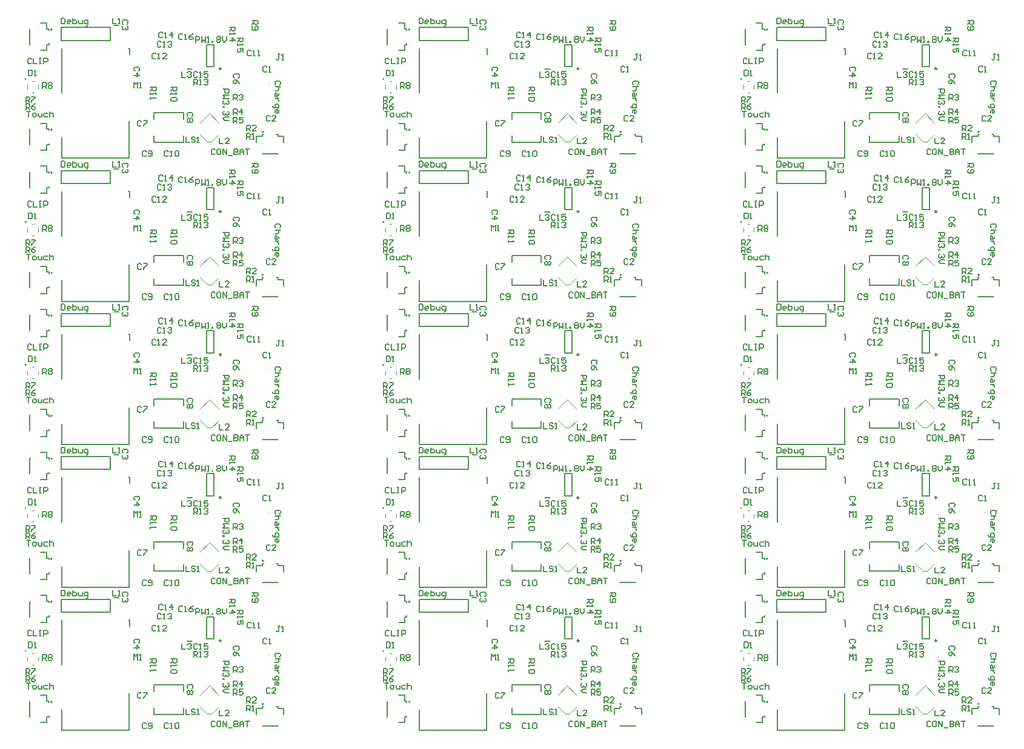
<source format=gto>
G04*
G04 #@! TF.GenerationSoftware,Altium Limited,Altium Designer,19.0.14 (431)*
G04*
G04 Layer_Color=65535*
%FSLAX44Y44*%
%MOMM*%
G71*
G01*
G75*
%ADD34C,0.2000*%
%ADD36C,0.2540*%
%ADD54C,0.1000*%
%ADD55C,0.2500*%
%ADD56C,0.1270*%
%ADD57C,0.1500*%
D34*
X1338004Y37034D02*
G03*
X1338004Y37034I-1000J0D01*
G01*
X1042504Y180004D02*
G03*
X1042504Y180004I-1000J0D01*
G01*
Y40004D02*
G03*
X1042504Y40004I-1000J0D01*
G01*
X1184904Y63684D02*
X1225904D01*
Y54484D02*
Y63684D01*
Y22684D02*
Y31984D01*
X1184804Y22684D02*
X1225904D01*
X1184804D02*
Y31884D01*
Y63584D02*
X1184904Y63684D01*
X1184804Y54484D02*
Y63584D01*
X1128883Y185454D02*
X1135883D01*
X1231292Y125113D02*
X1238292D01*
X1258644Y128014D02*
Y159014D01*
X1268644Y128014D02*
Y159014D01*
X1258644D02*
X1268644D01*
X1258644Y128014D02*
X1268644D01*
X1055754Y4D02*
Y29104D01*
Y91504D02*
Y154004D01*
X1149454D02*
X1150754D01*
Y145504D02*
Y154004D01*
X1055754Y4D02*
X1149754D01*
Y51704D01*
X1124054Y165004D02*
Y183004D01*
X1055254D02*
X1124054D01*
X1055254Y165004D02*
Y183004D01*
Y165004D02*
X1124054D01*
X1338004Y237034D02*
G03*
X1338004Y237034I-1000J0D01*
G01*
X1042504Y380004D02*
G03*
X1042504Y380004I-1000J0D01*
G01*
Y240004D02*
G03*
X1042504Y240004I-1000J0D01*
G01*
X1184904Y263684D02*
X1225904D01*
Y254484D02*
Y263684D01*
Y222684D02*
Y231984D01*
X1184804Y222684D02*
X1225904D01*
X1184804D02*
Y231884D01*
Y263584D02*
X1184904Y263684D01*
X1184804Y254484D02*
Y263584D01*
X1128883Y385454D02*
X1135883D01*
X1231292Y325113D02*
X1238292D01*
X1258644Y328014D02*
Y359014D01*
X1268644Y328014D02*
Y359014D01*
X1258644D02*
X1268644D01*
X1258644Y328014D02*
X1268644D01*
X1055754Y200004D02*
Y229104D01*
Y291504D02*
Y354004D01*
X1149454D02*
X1150754D01*
Y345504D02*
Y354004D01*
X1055754Y200004D02*
X1149754D01*
Y251704D01*
X1124054Y365004D02*
Y383004D01*
X1055254D02*
X1124054D01*
X1055254Y365004D02*
Y383004D01*
Y365004D02*
X1124054D01*
X1338004Y437034D02*
G03*
X1338004Y437034I-1000J0D01*
G01*
X1042504Y580004D02*
G03*
X1042504Y580004I-1000J0D01*
G01*
Y440004D02*
G03*
X1042504Y440004I-1000J0D01*
G01*
X1184904Y463684D02*
X1225904D01*
Y454484D02*
Y463684D01*
Y422684D02*
Y431984D01*
X1184804Y422684D02*
X1225904D01*
X1184804D02*
Y431884D01*
Y463584D02*
X1184904Y463684D01*
X1184804Y454484D02*
Y463584D01*
X1128883Y585454D02*
X1135883D01*
X1231292Y525113D02*
X1238292D01*
X1258644Y528014D02*
Y559014D01*
X1268644Y528014D02*
Y559014D01*
X1258644D02*
X1268644D01*
X1258644Y528014D02*
X1268644D01*
X1055754Y400004D02*
Y429104D01*
Y491504D02*
Y554004D01*
X1149454D02*
X1150754D01*
Y545504D02*
Y554004D01*
X1055754Y400004D02*
X1149754D01*
Y451704D01*
X1124054Y565004D02*
Y583004D01*
X1055254D02*
X1124054D01*
X1055254Y565004D02*
Y583004D01*
Y565004D02*
X1124054D01*
X1338004Y637034D02*
G03*
X1338004Y637034I-1000J0D01*
G01*
X1042504Y780004D02*
G03*
X1042504Y780004I-1000J0D01*
G01*
Y640004D02*
G03*
X1042504Y640004I-1000J0D01*
G01*
X1184904Y663684D02*
X1225904D01*
Y654484D02*
Y663684D01*
Y622684D02*
Y631984D01*
X1184804Y622684D02*
X1225904D01*
X1184804D02*
Y631884D01*
Y663584D02*
X1184904Y663684D01*
X1184804Y654484D02*
Y663584D01*
X1128883Y785454D02*
X1135883D01*
X1231292Y725113D02*
X1238292D01*
X1258644Y728014D02*
Y759014D01*
X1268644Y728014D02*
Y759014D01*
X1258644D02*
X1268644D01*
X1258644Y728014D02*
X1268644D01*
X1055754Y600004D02*
Y629104D01*
Y691504D02*
Y754004D01*
X1149454D02*
X1150754D01*
Y745504D02*
Y754004D01*
X1055754Y600004D02*
X1149754D01*
Y651704D01*
X1124054Y765004D02*
Y783004D01*
X1055254D02*
X1124054D01*
X1055254Y765004D02*
Y783004D01*
Y765004D02*
X1124054D01*
X1338004Y837034D02*
G03*
X1338004Y837034I-1000J0D01*
G01*
X1042504Y980004D02*
G03*
X1042504Y980004I-1000J0D01*
G01*
Y840004D02*
G03*
X1042504Y840004I-1000J0D01*
G01*
X1184904Y863684D02*
X1225904D01*
Y854484D02*
Y863684D01*
Y822684D02*
Y831984D01*
X1184804Y822684D02*
X1225904D01*
X1184804D02*
Y831884D01*
Y863584D02*
X1184904Y863684D01*
X1184804Y854484D02*
Y863584D01*
X1128883Y985454D02*
X1135883D01*
X1231292Y925113D02*
X1238292D01*
X1258644Y928014D02*
Y959014D01*
X1268644Y928014D02*
Y959014D01*
X1258644D02*
X1268644D01*
X1258644Y928014D02*
X1268644D01*
X1055754Y800004D02*
Y829104D01*
Y891504D02*
Y954004D01*
X1149454D02*
X1150754D01*
Y945504D02*
Y954004D01*
X1055754Y800004D02*
X1149754D01*
Y851704D01*
X1124054Y965004D02*
Y983004D01*
X1055254D02*
X1124054D01*
X1055254Y965004D02*
Y983004D01*
Y965004D02*
X1124054D01*
X838004Y37034D02*
G03*
X838004Y37034I-1000J0D01*
G01*
X542504Y180004D02*
G03*
X542504Y180004I-1000J0D01*
G01*
Y40004D02*
G03*
X542504Y40004I-1000J0D01*
G01*
X684904Y63684D02*
X725904D01*
Y54484D02*
Y63684D01*
Y22684D02*
Y31984D01*
X684804Y22684D02*
X725904D01*
X684804D02*
Y31884D01*
Y63584D02*
X684904Y63684D01*
X684804Y54484D02*
Y63584D01*
X628883Y185454D02*
X635883D01*
X731292Y125113D02*
X738292D01*
X758644Y128014D02*
Y159014D01*
X768644Y128014D02*
Y159014D01*
X758644D02*
X768644D01*
X758644Y128014D02*
X768644D01*
X555754Y4D02*
Y29104D01*
Y91504D02*
Y154004D01*
X649454D02*
X650754D01*
Y145504D02*
Y154004D01*
X555754Y4D02*
X649754D01*
Y51704D01*
X624054Y165004D02*
Y183004D01*
X555254D02*
X624054D01*
X555254Y165004D02*
Y183004D01*
Y165004D02*
X624054D01*
X838004Y237034D02*
G03*
X838004Y237034I-1000J0D01*
G01*
X542504Y380004D02*
G03*
X542504Y380004I-1000J0D01*
G01*
Y240004D02*
G03*
X542504Y240004I-1000J0D01*
G01*
X684904Y263684D02*
X725904D01*
Y254484D02*
Y263684D01*
Y222684D02*
Y231984D01*
X684804Y222684D02*
X725904D01*
X684804D02*
Y231884D01*
Y263584D02*
X684904Y263684D01*
X684804Y254484D02*
Y263584D01*
X628883Y385454D02*
X635883D01*
X731292Y325113D02*
X738292D01*
X758644Y328014D02*
Y359014D01*
X768644Y328014D02*
Y359014D01*
X758644D02*
X768644D01*
X758644Y328014D02*
X768644D01*
X555754Y200004D02*
Y229104D01*
Y291504D02*
Y354004D01*
X649454D02*
X650754D01*
Y345504D02*
Y354004D01*
X555754Y200004D02*
X649754D01*
Y251704D01*
X624054Y365004D02*
Y383004D01*
X555254D02*
X624054D01*
X555254Y365004D02*
Y383004D01*
Y365004D02*
X624054D01*
X838004Y437034D02*
G03*
X838004Y437034I-1000J0D01*
G01*
X542504Y580004D02*
G03*
X542504Y580004I-1000J0D01*
G01*
Y440004D02*
G03*
X542504Y440004I-1000J0D01*
G01*
X684904Y463684D02*
X725904D01*
Y454484D02*
Y463684D01*
Y422684D02*
Y431984D01*
X684804Y422684D02*
X725904D01*
X684804D02*
Y431884D01*
Y463584D02*
X684904Y463684D01*
X684804Y454484D02*
Y463584D01*
X628883Y585454D02*
X635883D01*
X731292Y525113D02*
X738292D01*
X758644Y528014D02*
Y559014D01*
X768644Y528014D02*
Y559014D01*
X758644D02*
X768644D01*
X758644Y528014D02*
X768644D01*
X555754Y400004D02*
Y429104D01*
Y491504D02*
Y554004D01*
X649454D02*
X650754D01*
Y545504D02*
Y554004D01*
X555754Y400004D02*
X649754D01*
Y451704D01*
X624054Y565004D02*
Y583004D01*
X555254D02*
X624054D01*
X555254Y565004D02*
Y583004D01*
Y565004D02*
X624054D01*
X838004Y637034D02*
G03*
X838004Y637034I-1000J0D01*
G01*
X542504Y780004D02*
G03*
X542504Y780004I-1000J0D01*
G01*
Y640004D02*
G03*
X542504Y640004I-1000J0D01*
G01*
X684904Y663684D02*
X725904D01*
Y654484D02*
Y663684D01*
Y622684D02*
Y631984D01*
X684804Y622684D02*
X725904D01*
X684804D02*
Y631884D01*
Y663584D02*
X684904Y663684D01*
X684804Y654484D02*
Y663584D01*
X628883Y785454D02*
X635883D01*
X731292Y725113D02*
X738292D01*
X758644Y728014D02*
Y759014D01*
X768644Y728014D02*
Y759014D01*
X758644D02*
X768644D01*
X758644Y728014D02*
X768644D01*
X555754Y600004D02*
Y629104D01*
Y691504D02*
Y754004D01*
X649454D02*
X650754D01*
Y745504D02*
Y754004D01*
X555754Y600004D02*
X649754D01*
Y651704D01*
X624054Y765004D02*
Y783004D01*
X555254D02*
X624054D01*
X555254Y765004D02*
Y783004D01*
Y765004D02*
X624054D01*
X838004Y837034D02*
G03*
X838004Y837034I-1000J0D01*
G01*
X542504Y980004D02*
G03*
X542504Y980004I-1000J0D01*
G01*
Y840004D02*
G03*
X542504Y840004I-1000J0D01*
G01*
X684904Y863684D02*
X725904D01*
Y854484D02*
Y863684D01*
Y822684D02*
Y831984D01*
X684804Y822684D02*
X725904D01*
X684804D02*
Y831884D01*
Y863584D02*
X684904Y863684D01*
X684804Y854484D02*
Y863584D01*
X628883Y985454D02*
X635883D01*
X731292Y925113D02*
X738292D01*
X758644Y928014D02*
Y959014D01*
X768644Y928014D02*
Y959014D01*
X758644D02*
X768644D01*
X758644Y928014D02*
X768644D01*
X555754Y800004D02*
Y829104D01*
Y891504D02*
Y954004D01*
X649454D02*
X650754D01*
Y945504D02*
Y954004D01*
X555754Y800004D02*
X649754D01*
Y851704D01*
X624054Y965004D02*
Y983004D01*
X555254D02*
X624054D01*
X555254Y965004D02*
Y983004D01*
Y965004D02*
X624054D01*
X338004Y37034D02*
G03*
X338004Y37034I-1000J0D01*
G01*
X42504Y180004D02*
G03*
X42504Y180004I-1000J0D01*
G01*
Y40004D02*
G03*
X42504Y40004I-1000J0D01*
G01*
X184904Y63684D02*
X225904D01*
Y54484D02*
Y63684D01*
Y22684D02*
Y31984D01*
X184804Y22684D02*
X225904D01*
X184804D02*
Y31884D01*
Y63584D02*
X184904Y63684D01*
X184804Y54484D02*
Y63584D01*
X128883Y185454D02*
X135883D01*
X231292Y125113D02*
X238292D01*
X258644Y128014D02*
Y159014D01*
X268644Y128014D02*
Y159014D01*
X258644D02*
X268644D01*
X258644Y128014D02*
X268644D01*
X55754Y4D02*
Y29104D01*
Y91504D02*
Y154004D01*
X149454D02*
X150754D01*
Y145504D02*
Y154004D01*
X55754Y4D02*
X149754D01*
Y51704D01*
X124054Y165004D02*
Y183004D01*
X55254D02*
X124054D01*
X55254Y165004D02*
Y183004D01*
Y165004D02*
X124054D01*
X338004Y237034D02*
G03*
X338004Y237034I-1000J0D01*
G01*
X42504Y380004D02*
G03*
X42504Y380004I-1000J0D01*
G01*
Y240004D02*
G03*
X42504Y240004I-1000J0D01*
G01*
X184904Y263684D02*
X225904D01*
Y254484D02*
Y263684D01*
Y222684D02*
Y231984D01*
X184804Y222684D02*
X225904D01*
X184804D02*
Y231884D01*
Y263584D02*
X184904Y263684D01*
X184804Y254484D02*
Y263584D01*
X128883Y385454D02*
X135883D01*
X231292Y325113D02*
X238292D01*
X258644Y328014D02*
Y359014D01*
X268644Y328014D02*
Y359014D01*
X258644D02*
X268644D01*
X258644Y328014D02*
X268644D01*
X55754Y200004D02*
Y229104D01*
Y291504D02*
Y354004D01*
X149454D02*
X150754D01*
Y345504D02*
Y354004D01*
X55754Y200004D02*
X149754D01*
Y251704D01*
X124054Y365004D02*
Y383004D01*
X55254D02*
X124054D01*
X55254Y365004D02*
Y383004D01*
Y365004D02*
X124054D01*
X338004Y437034D02*
G03*
X338004Y437034I-1000J0D01*
G01*
X42504Y580004D02*
G03*
X42504Y580004I-1000J0D01*
G01*
Y440004D02*
G03*
X42504Y440004I-1000J0D01*
G01*
X184904Y463684D02*
X225904D01*
Y454484D02*
Y463684D01*
Y422684D02*
Y431984D01*
X184804Y422684D02*
X225904D01*
X184804D02*
Y431884D01*
Y463584D02*
X184904Y463684D01*
X184804Y454484D02*
Y463584D01*
X128883Y585454D02*
X135883D01*
X231292Y525113D02*
X238292D01*
X258644Y528014D02*
Y559014D01*
X268644Y528014D02*
Y559014D01*
X258644D02*
X268644D01*
X258644Y528014D02*
X268644D01*
X55754Y400004D02*
Y429104D01*
Y491504D02*
Y554004D01*
X149454D02*
X150754D01*
Y545504D02*
Y554004D01*
X55754Y400004D02*
X149754D01*
Y451704D01*
X124054Y565004D02*
Y583004D01*
X55254D02*
X124054D01*
X55254Y565004D02*
Y583004D01*
Y565004D02*
X124054D01*
X338004Y637034D02*
G03*
X338004Y637034I-1000J0D01*
G01*
X42504Y780004D02*
G03*
X42504Y780004I-1000J0D01*
G01*
Y640004D02*
G03*
X42504Y640004I-1000J0D01*
G01*
X184904Y663684D02*
X225904D01*
Y654484D02*
Y663684D01*
Y622684D02*
Y631984D01*
X184804Y622684D02*
X225904D01*
X184804D02*
Y631884D01*
Y663584D02*
X184904Y663684D01*
X184804Y654484D02*
Y663584D01*
X128883Y785454D02*
X135883D01*
X231292Y725113D02*
X238292D01*
X258644Y728014D02*
Y759014D01*
X268644Y728014D02*
Y759014D01*
X258644D02*
X268644D01*
X258644Y728014D02*
X268644D01*
X55754Y600004D02*
Y629104D01*
Y691504D02*
Y754004D01*
X149454D02*
X150754D01*
Y745504D02*
Y754004D01*
X55754Y600004D02*
X149754D01*
Y651704D01*
X124054Y765004D02*
Y783004D01*
X55254D02*
X124054D01*
X55254Y765004D02*
Y783004D01*
Y765004D02*
X124054D01*
X338004Y837034D02*
G03*
X338004Y837034I-1000J0D01*
G01*
X42504Y980004D02*
G03*
X42504Y980004I-1000J0D01*
G01*
Y840004D02*
G03*
X42504Y840004I-1000J0D01*
G01*
X184904Y863684D02*
X225904D01*
Y854484D02*
Y863684D01*
Y822684D02*
Y831984D01*
X184804Y822684D02*
X225904D01*
X184804D02*
Y831884D01*
Y863584D02*
X184904Y863684D01*
X184804Y854484D02*
Y863584D01*
X128883Y985454D02*
X135883D01*
X231292Y925113D02*
X238292D01*
X258644Y928014D02*
Y959014D01*
X268644Y928014D02*
Y959014D01*
X258644D02*
X268644D01*
X258644Y928014D02*
X268644D01*
X55754Y800004D02*
Y829104D01*
Y891504D02*
Y954004D01*
X149454D02*
X150754D01*
Y945504D02*
Y954004D01*
X55754Y800004D02*
X149754D01*
Y851704D01*
X124054Y965004D02*
Y983004D01*
X55254D02*
X124054D01*
X55254Y965004D02*
Y983004D01*
Y965004D02*
X124054D01*
D36*
X1005412Y111104D02*
G03*
X1005412Y111104I-158J0D01*
G01*
Y311104D02*
G03*
X1005412Y311104I-158J0D01*
G01*
Y511104D02*
G03*
X1005412Y511104I-158J0D01*
G01*
Y711104D02*
G03*
X1005412Y711104I-158J0D01*
G01*
Y911104D02*
G03*
X1005412Y911104I-158J0D01*
G01*
X505412Y111104D02*
G03*
X505412Y111104I-158J0D01*
G01*
Y311104D02*
G03*
X505412Y311104I-158J0D01*
G01*
Y511104D02*
G03*
X505412Y511104I-158J0D01*
G01*
Y711104D02*
G03*
X505412Y711104I-158J0D01*
G01*
Y911104D02*
G03*
X505412Y911104I-158J0D01*
G01*
X5412Y111104D02*
G03*
X5412Y111104I-158J0D01*
G01*
Y311104D02*
G03*
X5412Y311104I-158J0D01*
G01*
Y511104D02*
G03*
X5412Y511104I-158J0D01*
G01*
Y711104D02*
G03*
X5412Y711104I-158J0D01*
G01*
Y911104D02*
G03*
X5412Y911104I-158J0D01*
G01*
D54*
X1280815Y101535D02*
G03*
X1280815Y101535I-500J0D01*
G01*
X1345935Y104825D02*
G03*
X1345935Y104825I-500J0D01*
G01*
X1023254Y97254D02*
Y102754D01*
X1008254Y97254D02*
Y102754D01*
X1014504Y108004D02*
X1017004D01*
X1014504Y92004D02*
X1017004D01*
X1249328Y49670D02*
X1262338Y62681D01*
X1262374Y62716D02*
X1275278Y49812D01*
X1249292Y33372D02*
X1259369Y23295D01*
X1265379Y23295D01*
X1275420Y33336D01*
X1280815Y301535D02*
G03*
X1280815Y301535I-500J0D01*
G01*
X1345935Y304825D02*
G03*
X1345935Y304825I-500J0D01*
G01*
X1023254Y297254D02*
Y302754D01*
X1008254Y297254D02*
Y302754D01*
X1014504Y308004D02*
X1017004D01*
X1014504Y292004D02*
X1017004D01*
X1249328Y249670D02*
X1262338Y262681D01*
X1262374Y262716D02*
X1275278Y249812D01*
X1249292Y233372D02*
X1259369Y223295D01*
X1265379Y223295D01*
X1275420Y233336D01*
X1280815Y501535D02*
G03*
X1280815Y501535I-500J0D01*
G01*
X1345935Y504825D02*
G03*
X1345935Y504825I-500J0D01*
G01*
X1023254Y497254D02*
Y502754D01*
X1008254Y497254D02*
Y502754D01*
X1014504Y508004D02*
X1017004D01*
X1014504Y492004D02*
X1017004D01*
X1249328Y449670D02*
X1262338Y462681D01*
X1262374Y462716D02*
X1275278Y449812D01*
X1249292Y433372D02*
X1259369Y423295D01*
X1265379Y423295D01*
X1275420Y433336D01*
X1280815Y701535D02*
G03*
X1280815Y701535I-500J0D01*
G01*
X1345935Y704825D02*
G03*
X1345935Y704825I-500J0D01*
G01*
X1023254Y697254D02*
Y702754D01*
X1008254Y697254D02*
Y702754D01*
X1014504Y708004D02*
X1017004D01*
X1014504Y692004D02*
X1017004D01*
X1249328Y649670D02*
X1262338Y662681D01*
X1262374Y662716D02*
X1275278Y649812D01*
X1249292Y633372D02*
X1259369Y623295D01*
X1265379Y623295D01*
X1275420Y633336D01*
X1280815Y901535D02*
G03*
X1280815Y901535I-500J0D01*
G01*
X1345935Y904825D02*
G03*
X1345935Y904825I-500J0D01*
G01*
X1023254Y897254D02*
Y902754D01*
X1008254Y897254D02*
Y902754D01*
X1014504Y908004D02*
X1017004D01*
X1014504Y892004D02*
X1017004D01*
X1249328Y849670D02*
X1262338Y862681D01*
X1262374Y862716D02*
X1275278Y849812D01*
X1249292Y833372D02*
X1259369Y823295D01*
X1265379Y823295D01*
X1275420Y833336D01*
X780815Y101535D02*
G03*
X780815Y101535I-500J0D01*
G01*
X845935Y104825D02*
G03*
X845935Y104825I-500J0D01*
G01*
X523254Y97254D02*
Y102754D01*
X508254Y97254D02*
Y102754D01*
X514504Y108004D02*
X517004D01*
X514504Y92004D02*
X517004D01*
X749328Y49670D02*
X762338Y62681D01*
X762374Y62716D02*
X775278Y49812D01*
X749292Y33372D02*
X759369Y23295D01*
X765379Y23295D01*
X775420Y33336D01*
X780815Y301535D02*
G03*
X780815Y301535I-500J0D01*
G01*
X845935Y304825D02*
G03*
X845935Y304825I-500J0D01*
G01*
X523254Y297254D02*
Y302754D01*
X508254Y297254D02*
Y302754D01*
X514504Y308004D02*
X517004D01*
X514504Y292004D02*
X517004D01*
X749328Y249670D02*
X762338Y262681D01*
X762374Y262716D02*
X775278Y249812D01*
X749292Y233372D02*
X759369Y223295D01*
X765379Y223295D01*
X775420Y233336D01*
X780815Y501535D02*
G03*
X780815Y501535I-500J0D01*
G01*
X845935Y504825D02*
G03*
X845935Y504825I-500J0D01*
G01*
X523254Y497254D02*
Y502754D01*
X508254Y497254D02*
Y502754D01*
X514504Y508004D02*
X517004D01*
X514504Y492004D02*
X517004D01*
X749328Y449670D02*
X762338Y462681D01*
X762374Y462716D02*
X775278Y449812D01*
X749292Y433372D02*
X759369Y423295D01*
X765379Y423295D01*
X775420Y433336D01*
X780815Y701535D02*
G03*
X780815Y701535I-500J0D01*
G01*
X845935Y704825D02*
G03*
X845935Y704825I-500J0D01*
G01*
X523254Y697254D02*
Y702754D01*
X508254Y697254D02*
Y702754D01*
X514504Y708004D02*
X517004D01*
X514504Y692004D02*
X517004D01*
X749328Y649670D02*
X762338Y662681D01*
X762374Y662716D02*
X775278Y649812D01*
X749292Y633372D02*
X759369Y623295D01*
X765379Y623295D01*
X775420Y633336D01*
X780815Y901535D02*
G03*
X780815Y901535I-500J0D01*
G01*
X845935Y904825D02*
G03*
X845935Y904825I-500J0D01*
G01*
X523254Y897254D02*
Y902754D01*
X508254Y897254D02*
Y902754D01*
X514504Y908004D02*
X517004D01*
X514504Y892004D02*
X517004D01*
X749328Y849670D02*
X762338Y862681D01*
X762374Y862716D02*
X775278Y849812D01*
X749292Y833372D02*
X759369Y823295D01*
X765379Y823295D01*
X775420Y833336D01*
X280815Y101535D02*
G03*
X280815Y101535I-500J0D01*
G01*
X345935Y104825D02*
G03*
X345935Y104825I-500J0D01*
G01*
X23254Y97254D02*
Y102754D01*
X8254Y97254D02*
Y102754D01*
X14504Y108004D02*
X17004D01*
X14504Y92004D02*
X17004D01*
X249328Y49670D02*
X262338Y62681D01*
X262374Y62716D02*
X275278Y49812D01*
X249292Y33372D02*
X259369Y23295D01*
X265379Y23295D01*
X275420Y33336D01*
X280815Y301535D02*
G03*
X280815Y301535I-500J0D01*
G01*
X345935Y304825D02*
G03*
X345935Y304825I-500J0D01*
G01*
X23254Y297254D02*
Y302754D01*
X8254Y297254D02*
Y302754D01*
X14504Y308004D02*
X17004D01*
X14504Y292004D02*
X17004D01*
X249328Y249670D02*
X262338Y262681D01*
X262374Y262716D02*
X275278Y249812D01*
X249292Y233372D02*
X259369Y223295D01*
X265379Y223295D01*
X275420Y233336D01*
X280815Y501535D02*
G03*
X280815Y501535I-500J0D01*
G01*
X345935Y504825D02*
G03*
X345935Y504825I-500J0D01*
G01*
X23254Y497254D02*
Y502754D01*
X8254Y497254D02*
Y502754D01*
X14504Y508004D02*
X17004D01*
X14504Y492004D02*
X17004D01*
X249328Y449670D02*
X262338Y462681D01*
X262374Y462716D02*
X275278Y449812D01*
X249292Y433372D02*
X259369Y423295D01*
X265379Y423295D01*
X275420Y433336D01*
X280815Y701535D02*
G03*
X280815Y701535I-500J0D01*
G01*
X345935Y704825D02*
G03*
X345935Y704825I-500J0D01*
G01*
X23254Y697254D02*
Y702754D01*
X8254Y697254D02*
Y702754D01*
X14504Y708004D02*
X17004D01*
X14504Y692004D02*
X17004D01*
X249328Y649670D02*
X262338Y662681D01*
X262374Y662716D02*
X275278Y649812D01*
X249292Y633372D02*
X259369Y623295D01*
X265379Y623295D01*
X275420Y633336D01*
X280815Y901535D02*
G03*
X280815Y901535I-500J0D01*
G01*
X345935Y904825D02*
G03*
X345935Y904825I-500J0D01*
G01*
X23254Y897254D02*
Y902754D01*
X8254Y897254D02*
Y902754D01*
X14504Y908004D02*
X17004D01*
X14504Y892004D02*
X17004D01*
X249328Y849670D02*
X262338Y862681D01*
X262374Y862716D02*
X275278Y849812D01*
X249292Y833372D02*
X259369Y823295D01*
X265379Y823295D01*
X275420Y833336D01*
D55*
X1278644Y125514D02*
G03*
X1278644Y125514I-1250J0D01*
G01*
Y325514D02*
G03*
X1278644Y325514I-1250J0D01*
G01*
Y525514D02*
G03*
X1278644Y525514I-1250J0D01*
G01*
Y725514D02*
G03*
X1278644Y725514I-1250J0D01*
G01*
Y925514D02*
G03*
X1278644Y925514I-1250J0D01*
G01*
X778644Y125514D02*
G03*
X778644Y125514I-1250J0D01*
G01*
Y325514D02*
G03*
X778644Y325514I-1250J0D01*
G01*
Y525514D02*
G03*
X778644Y525514I-1250J0D01*
G01*
Y725514D02*
G03*
X778644Y725514I-1250J0D01*
G01*
Y925514D02*
G03*
X778644Y925514I-1250J0D01*
G01*
X278644Y125514D02*
G03*
X278644Y125514I-1250J0D01*
G01*
Y325514D02*
G03*
X278644Y325514I-1250J0D01*
G01*
Y525514D02*
G03*
X278644Y525514I-1250J0D01*
G01*
Y725514D02*
G03*
X278644Y725514I-1250J0D01*
G01*
Y925514D02*
G03*
X278644Y925514I-1250J0D01*
G01*
D56*
X1336004Y6534D02*
X1358004D01*
X1356004Y33534D02*
X1358004D01*
X1336004D02*
X1338004D01*
X1366004Y22034D02*
Y30534D01*
X1328004Y22034D02*
Y30534D01*
X1358004D02*
X1366004D01*
X1358004D02*
Y33534D01*
X1336004Y30534D02*
Y33534D01*
X1328004Y30534D02*
X1336004D01*
X1035004Y181004D02*
Y189004D01*
Y181004D02*
X1038004D01*
X1035004Y159004D02*
X1038004D01*
X1035004Y151004D02*
Y159004D01*
X1026504Y189004D02*
X1035004D01*
X1026504Y151004D02*
X1035004D01*
X1038004Y179004D02*
Y181004D01*
Y159004D02*
Y161004D01*
X1011004Y159004D02*
Y181004D01*
X1035004Y41004D02*
Y49004D01*
Y41004D02*
X1038004D01*
X1035004Y19004D02*
X1038004D01*
X1035004Y11004D02*
Y19004D01*
X1026504Y49004D02*
X1035004D01*
X1026504Y11004D02*
X1035004D01*
X1038004Y39004D02*
Y41004D01*
Y19004D02*
Y21004D01*
X1011004Y19004D02*
Y41004D01*
X1336004Y206534D02*
X1358004D01*
X1356004Y233534D02*
X1358004D01*
X1336004D02*
X1338004D01*
X1366004Y222034D02*
Y230534D01*
X1328004Y222034D02*
Y230534D01*
X1358004D02*
X1366004D01*
X1358004D02*
Y233534D01*
X1336004Y230534D02*
Y233534D01*
X1328004Y230534D02*
X1336004D01*
X1035004Y381004D02*
Y389004D01*
Y381004D02*
X1038004D01*
X1035004Y359004D02*
X1038004D01*
X1035004Y351004D02*
Y359004D01*
X1026504Y389004D02*
X1035004D01*
X1026504Y351004D02*
X1035004D01*
X1038004Y379004D02*
Y381004D01*
Y359004D02*
Y361004D01*
X1011004Y359004D02*
Y381004D01*
X1035004Y241004D02*
Y249004D01*
Y241004D02*
X1038004D01*
X1035004Y219004D02*
X1038004D01*
X1035004Y211004D02*
Y219004D01*
X1026504Y249004D02*
X1035004D01*
X1026504Y211004D02*
X1035004D01*
X1038004Y239004D02*
Y241004D01*
Y219004D02*
Y221004D01*
X1011004Y219004D02*
Y241004D01*
X1336004Y406534D02*
X1358004D01*
X1356004Y433534D02*
X1358004D01*
X1336004D02*
X1338004D01*
X1366004Y422034D02*
Y430534D01*
X1328004Y422034D02*
Y430534D01*
X1358004D02*
X1366004D01*
X1358004D02*
Y433534D01*
X1336004Y430534D02*
Y433534D01*
X1328004Y430534D02*
X1336004D01*
X1035004Y581004D02*
Y589004D01*
Y581004D02*
X1038004D01*
X1035004Y559004D02*
X1038004D01*
X1035004Y551004D02*
Y559004D01*
X1026504Y589004D02*
X1035004D01*
X1026504Y551004D02*
X1035004D01*
X1038004Y579004D02*
Y581004D01*
Y559004D02*
Y561004D01*
X1011004Y559004D02*
Y581004D01*
X1035004Y441004D02*
Y449004D01*
Y441004D02*
X1038004D01*
X1035004Y419004D02*
X1038004D01*
X1035004Y411004D02*
Y419004D01*
X1026504Y449004D02*
X1035004D01*
X1026504Y411004D02*
X1035004D01*
X1038004Y439004D02*
Y441004D01*
Y419004D02*
Y421004D01*
X1011004Y419004D02*
Y441004D01*
X1336004Y606534D02*
X1358004D01*
X1356004Y633534D02*
X1358004D01*
X1336004D02*
X1338004D01*
X1366004Y622034D02*
Y630534D01*
X1328004Y622034D02*
Y630534D01*
X1358004D02*
X1366004D01*
X1358004D02*
Y633534D01*
X1336004Y630534D02*
Y633534D01*
X1328004Y630534D02*
X1336004D01*
X1035004Y781004D02*
Y789004D01*
Y781004D02*
X1038004D01*
X1035004Y759004D02*
X1038004D01*
X1035004Y751004D02*
Y759004D01*
X1026504Y789004D02*
X1035004D01*
X1026504Y751004D02*
X1035004D01*
X1038004Y779004D02*
Y781004D01*
Y759004D02*
Y761004D01*
X1011004Y759004D02*
Y781004D01*
X1035004Y641004D02*
Y649004D01*
Y641004D02*
X1038004D01*
X1035004Y619004D02*
X1038004D01*
X1035004Y611004D02*
Y619004D01*
X1026504Y649004D02*
X1035004D01*
X1026504Y611004D02*
X1035004D01*
X1038004Y639004D02*
Y641004D01*
Y619004D02*
Y621004D01*
X1011004Y619004D02*
Y641004D01*
X1336004Y806534D02*
X1358004D01*
X1356004Y833534D02*
X1358004D01*
X1336004D02*
X1338004D01*
X1366004Y822034D02*
Y830534D01*
X1328004Y822034D02*
Y830534D01*
X1358004D02*
X1366004D01*
X1358004D02*
Y833534D01*
X1336004Y830534D02*
Y833534D01*
X1328004Y830534D02*
X1336004D01*
X1035004Y981004D02*
Y989004D01*
Y981004D02*
X1038004D01*
X1035004Y959004D02*
X1038004D01*
X1035004Y951004D02*
Y959004D01*
X1026504Y989004D02*
X1035004D01*
X1026504Y951004D02*
X1035004D01*
X1038004Y979004D02*
Y981004D01*
Y959004D02*
Y961004D01*
X1011004Y959004D02*
Y981004D01*
X1035004Y841004D02*
Y849004D01*
Y841004D02*
X1038004D01*
X1035004Y819004D02*
X1038004D01*
X1035004Y811004D02*
Y819004D01*
X1026504Y849004D02*
X1035004D01*
X1026504Y811004D02*
X1035004D01*
X1038004Y839004D02*
Y841004D01*
Y819004D02*
Y821004D01*
X1011004Y819004D02*
Y841004D01*
X836004Y6534D02*
X858004D01*
X856004Y33534D02*
X858004D01*
X836004D02*
X838004D01*
X866004Y22034D02*
Y30534D01*
X828004Y22034D02*
Y30534D01*
X858004D02*
X866004D01*
X858004D02*
Y33534D01*
X836004Y30534D02*
Y33534D01*
X828004Y30534D02*
X836004D01*
X535004Y181004D02*
Y189004D01*
Y181004D02*
X538004D01*
X535004Y159004D02*
X538004D01*
X535004Y151004D02*
Y159004D01*
X526504Y189004D02*
X535004D01*
X526504Y151004D02*
X535004D01*
X538004Y179004D02*
Y181004D01*
Y159004D02*
Y161004D01*
X511004Y159004D02*
Y181004D01*
X535004Y41004D02*
Y49004D01*
Y41004D02*
X538004D01*
X535004Y19004D02*
X538004D01*
X535004Y11004D02*
Y19004D01*
X526504Y49004D02*
X535004D01*
X526504Y11004D02*
X535004D01*
X538004Y39004D02*
Y41004D01*
Y19004D02*
Y21004D01*
X511004Y19004D02*
Y41004D01*
X836004Y206534D02*
X858004D01*
X856004Y233534D02*
X858004D01*
X836004D02*
X838004D01*
X866004Y222034D02*
Y230534D01*
X828004Y222034D02*
Y230534D01*
X858004D02*
X866004D01*
X858004D02*
Y233534D01*
X836004Y230534D02*
Y233534D01*
X828004Y230534D02*
X836004D01*
X535004Y381004D02*
Y389004D01*
Y381004D02*
X538004D01*
X535004Y359004D02*
X538004D01*
X535004Y351004D02*
Y359004D01*
X526504Y389004D02*
X535004D01*
X526504Y351004D02*
X535004D01*
X538004Y379004D02*
Y381004D01*
Y359004D02*
Y361004D01*
X511004Y359004D02*
Y381004D01*
X535004Y241004D02*
Y249004D01*
Y241004D02*
X538004D01*
X535004Y219004D02*
X538004D01*
X535004Y211004D02*
Y219004D01*
X526504Y249004D02*
X535004D01*
X526504Y211004D02*
X535004D01*
X538004Y239004D02*
Y241004D01*
Y219004D02*
Y221004D01*
X511004Y219004D02*
Y241004D01*
X836004Y406534D02*
X858004D01*
X856004Y433534D02*
X858004D01*
X836004D02*
X838004D01*
X866004Y422034D02*
Y430534D01*
X828004Y422034D02*
Y430534D01*
X858004D02*
X866004D01*
X858004D02*
Y433534D01*
X836004Y430534D02*
Y433534D01*
X828004Y430534D02*
X836004D01*
X535004Y581004D02*
Y589004D01*
Y581004D02*
X538004D01*
X535004Y559004D02*
X538004D01*
X535004Y551004D02*
Y559004D01*
X526504Y589004D02*
X535004D01*
X526504Y551004D02*
X535004D01*
X538004Y579004D02*
Y581004D01*
Y559004D02*
Y561004D01*
X511004Y559004D02*
Y581004D01*
X535004Y441004D02*
Y449004D01*
Y441004D02*
X538004D01*
X535004Y419004D02*
X538004D01*
X535004Y411004D02*
Y419004D01*
X526504Y449004D02*
X535004D01*
X526504Y411004D02*
X535004D01*
X538004Y439004D02*
Y441004D01*
Y419004D02*
Y421004D01*
X511004Y419004D02*
Y441004D01*
X836004Y606534D02*
X858004D01*
X856004Y633534D02*
X858004D01*
X836004D02*
X838004D01*
X866004Y622034D02*
Y630534D01*
X828004Y622034D02*
Y630534D01*
X858004D02*
X866004D01*
X858004D02*
Y633534D01*
X836004Y630534D02*
Y633534D01*
X828004Y630534D02*
X836004D01*
X535004Y781004D02*
Y789004D01*
Y781004D02*
X538004D01*
X535004Y759004D02*
X538004D01*
X535004Y751004D02*
Y759004D01*
X526504Y789004D02*
X535004D01*
X526504Y751004D02*
X535004D01*
X538004Y779004D02*
Y781004D01*
Y759004D02*
Y761004D01*
X511004Y759004D02*
Y781004D01*
X535004Y641004D02*
Y649004D01*
Y641004D02*
X538004D01*
X535004Y619004D02*
X538004D01*
X535004Y611004D02*
Y619004D01*
X526504Y649004D02*
X535004D01*
X526504Y611004D02*
X535004D01*
X538004Y639004D02*
Y641004D01*
Y619004D02*
Y621004D01*
X511004Y619004D02*
Y641004D01*
X836004Y806534D02*
X858004D01*
X856004Y833534D02*
X858004D01*
X836004D02*
X838004D01*
X866004Y822034D02*
Y830534D01*
X828004Y822034D02*
Y830534D01*
X858004D02*
X866004D01*
X858004D02*
Y833534D01*
X836004Y830534D02*
Y833534D01*
X828004Y830534D02*
X836004D01*
X535004Y981004D02*
Y989004D01*
Y981004D02*
X538004D01*
X535004Y959004D02*
X538004D01*
X535004Y951004D02*
Y959004D01*
X526504Y989004D02*
X535004D01*
X526504Y951004D02*
X535004D01*
X538004Y979004D02*
Y981004D01*
Y959004D02*
Y961004D01*
X511004Y959004D02*
Y981004D01*
X535004Y841004D02*
Y849004D01*
Y841004D02*
X538004D01*
X535004Y819004D02*
X538004D01*
X535004Y811004D02*
Y819004D01*
X526504Y849004D02*
X535004D01*
X526504Y811004D02*
X535004D01*
X538004Y839004D02*
Y841004D01*
Y819004D02*
Y821004D01*
X511004Y819004D02*
Y841004D01*
X336004Y6534D02*
X358004D01*
X356004Y33534D02*
X358004D01*
X336004D02*
X338004D01*
X366004Y22034D02*
Y30534D01*
X328004Y22034D02*
Y30534D01*
X358004D02*
X366004D01*
X358004D02*
Y33534D01*
X336004Y30534D02*
Y33534D01*
X328004Y30534D02*
X336004D01*
X35004Y181004D02*
Y189004D01*
Y181004D02*
X38004D01*
X35004Y159004D02*
X38004D01*
X35004Y151004D02*
Y159004D01*
X26504Y189004D02*
X35004D01*
X26504Y151004D02*
X35004D01*
X38004Y179004D02*
Y181004D01*
Y159004D02*
Y161004D01*
X11004Y159004D02*
Y181004D01*
X35004Y41004D02*
Y49004D01*
Y41004D02*
X38004D01*
X35004Y19004D02*
X38004D01*
X35004Y11004D02*
Y19004D01*
X26504Y49004D02*
X35004D01*
X26504Y11004D02*
X35004D01*
X38004Y39004D02*
Y41004D01*
Y19004D02*
Y21004D01*
X11004Y19004D02*
Y41004D01*
X336004Y206534D02*
X358004D01*
X356004Y233534D02*
X358004D01*
X336004D02*
X338004D01*
X366004Y222034D02*
Y230534D01*
X328004Y222034D02*
Y230534D01*
X358004D02*
X366004D01*
X358004D02*
Y233534D01*
X336004Y230534D02*
Y233534D01*
X328004Y230534D02*
X336004D01*
X35004Y381004D02*
Y389004D01*
Y381004D02*
X38004D01*
X35004Y359004D02*
X38004D01*
X35004Y351004D02*
Y359004D01*
X26504Y389004D02*
X35004D01*
X26504Y351004D02*
X35004D01*
X38004Y379004D02*
Y381004D01*
Y359004D02*
Y361004D01*
X11004Y359004D02*
Y381004D01*
X35004Y241004D02*
Y249004D01*
Y241004D02*
X38004D01*
X35004Y219004D02*
X38004D01*
X35004Y211004D02*
Y219004D01*
X26504Y249004D02*
X35004D01*
X26504Y211004D02*
X35004D01*
X38004Y239004D02*
Y241004D01*
Y219004D02*
Y221004D01*
X11004Y219004D02*
Y241004D01*
X336004Y406534D02*
X358004D01*
X356004Y433534D02*
X358004D01*
X336004D02*
X338004D01*
X366004Y422034D02*
Y430534D01*
X328004Y422034D02*
Y430534D01*
X358004D02*
X366004D01*
X358004D02*
Y433534D01*
X336004Y430534D02*
Y433534D01*
X328004Y430534D02*
X336004D01*
X35004Y581004D02*
Y589004D01*
Y581004D02*
X38004D01*
X35004Y559004D02*
X38004D01*
X35004Y551004D02*
Y559004D01*
X26504Y589004D02*
X35004D01*
X26504Y551004D02*
X35004D01*
X38004Y579004D02*
Y581004D01*
Y559004D02*
Y561004D01*
X11004Y559004D02*
Y581004D01*
X35004Y441004D02*
Y449004D01*
Y441004D02*
X38004D01*
X35004Y419004D02*
X38004D01*
X35004Y411004D02*
Y419004D01*
X26504Y449004D02*
X35004D01*
X26504Y411004D02*
X35004D01*
X38004Y439004D02*
Y441004D01*
Y419004D02*
Y421004D01*
X11004Y419004D02*
Y441004D01*
X336004Y606534D02*
X358004D01*
X356004Y633534D02*
X358004D01*
X336004D02*
X338004D01*
X366004Y622034D02*
Y630534D01*
X328004Y622034D02*
Y630534D01*
X358004D02*
X366004D01*
X358004D02*
Y633534D01*
X336004Y630534D02*
Y633534D01*
X328004Y630534D02*
X336004D01*
X35004Y781004D02*
Y789004D01*
Y781004D02*
X38004D01*
X35004Y759004D02*
X38004D01*
X35004Y751004D02*
Y759004D01*
X26504Y789004D02*
X35004D01*
X26504Y751004D02*
X35004D01*
X38004Y779004D02*
Y781004D01*
Y759004D02*
Y761004D01*
X11004Y759004D02*
Y781004D01*
X35004Y641004D02*
Y649004D01*
Y641004D02*
X38004D01*
X35004Y619004D02*
X38004D01*
X35004Y611004D02*
Y619004D01*
X26504Y649004D02*
X35004D01*
X26504Y611004D02*
X35004D01*
X38004Y639004D02*
Y641004D01*
Y619004D02*
Y621004D01*
X11004Y619004D02*
Y641004D01*
X336004Y806534D02*
X358004D01*
X356004Y833534D02*
X358004D01*
X336004D02*
X338004D01*
X366004Y822034D02*
Y830534D01*
X328004Y822034D02*
Y830534D01*
X358004D02*
X366004D01*
X358004D02*
Y833534D01*
X336004Y830534D02*
Y833534D01*
X328004Y830534D02*
X336004D01*
X35004Y981004D02*
Y989004D01*
Y981004D02*
X38004D01*
X35004Y959004D02*
X38004D01*
X35004Y951004D02*
Y959004D01*
X26504Y989004D02*
X35004D01*
X26504Y951004D02*
X35004D01*
X38004Y979004D02*
Y981004D01*
Y959004D02*
Y961004D01*
X11004Y959004D02*
Y981004D01*
X35004Y841004D02*
Y849004D01*
Y841004D02*
X38004D01*
X35004Y819004D02*
X38004D01*
X35004Y811004D02*
Y819004D01*
X26504Y849004D02*
X35004D01*
X26504Y811004D02*
X35004D01*
X38004Y839004D02*
Y841004D01*
Y819004D02*
Y821004D01*
X11004Y819004D02*
Y841004D01*
D57*
X1301344Y168244D02*
X1309341D01*
Y164245D01*
X1308008Y162912D01*
X1305343D01*
X1304010Y164245D01*
Y168244D01*
Y165578D02*
X1301344Y162912D01*
Y160246D02*
Y157581D01*
Y158913D01*
X1309341D01*
X1308008Y160246D01*
X1309341Y148250D02*
Y153582D01*
X1305343D01*
X1306675Y150916D01*
Y149583D01*
X1305343Y148250D01*
X1302677D01*
X1301344Y149583D01*
Y152249D01*
X1302677Y153582D01*
X1322101Y192694D02*
X1330099D01*
Y188695D01*
X1328766Y187362D01*
X1326100D01*
X1324767Y188695D01*
Y192694D01*
Y190028D02*
X1322101Y187362D01*
X1323434Y184697D02*
X1322101Y183364D01*
Y180698D01*
X1323434Y179365D01*
X1328766D01*
X1330099Y180698D01*
Y183364D01*
X1328766Y184697D01*
X1327433D01*
X1326100Y183364D01*
Y179365D01*
X1360835Y145923D02*
X1358170D01*
X1359503D01*
Y139259D01*
X1358170Y137926D01*
X1356837D01*
X1355504Y139259D01*
X1363501Y137926D02*
X1366167D01*
X1364834D01*
Y145923D01*
X1363501Y144590D01*
X1156579Y98605D02*
Y106602D01*
X1159245Y103936D01*
X1161911Y106602D01*
Y98605D01*
X1164576D02*
X1167242D01*
X1165909D01*
Y106602D01*
X1164576Y105269D01*
X1290314Y183504D02*
X1298311D01*
Y179505D01*
X1296978Y178172D01*
X1294312D01*
X1292979Y179505D01*
Y183504D01*
Y180838D02*
X1290314Y178172D01*
Y175506D02*
Y172840D01*
Y174173D01*
X1298311D01*
X1296978Y175506D01*
X1290314Y164843D02*
X1298311D01*
X1294312Y168842D01*
Y163510D01*
X1243324Y162440D02*
Y170437D01*
X1247322D01*
X1248655Y169104D01*
Y166438D01*
X1247322Y165105D01*
X1243324D01*
X1251321Y170437D02*
Y162440D01*
X1253987Y165105D01*
X1256653Y162440D01*
Y170437D01*
X1259319Y162440D02*
X1261984D01*
X1260652D01*
Y170437D01*
X1259319Y169104D01*
X1265983Y162440D02*
Y163773D01*
X1267316D01*
Y162440D01*
X1265983D01*
X1272648Y169104D02*
X1273981Y170437D01*
X1276646D01*
X1277979Y169104D01*
Y167771D01*
X1276646Y166438D01*
X1277979Y165105D01*
Y163773D01*
X1276646Y162440D01*
X1273981D01*
X1272648Y163773D01*
Y165105D01*
X1273981Y166438D01*
X1272648Y167771D01*
Y169104D01*
X1273981Y166438D02*
X1276646D01*
X1280645Y170437D02*
Y165105D01*
X1283311Y162440D01*
X1285977Y165105D01*
Y170437D01*
X1223734Y121391D02*
Y113394D01*
X1229065D01*
X1231731Y120058D02*
X1233064Y121391D01*
X1235730D01*
X1237063Y120058D01*
Y118725D01*
X1235730Y117393D01*
X1234397D01*
X1235730D01*
X1237063Y116060D01*
Y114727D01*
X1235730Y113394D01*
X1233064D01*
X1231731Y114727D01*
X1187545Y145658D02*
X1186212Y146991D01*
X1183547D01*
X1182214Y145658D01*
Y140327D01*
X1183547Y138994D01*
X1186212D01*
X1187545Y140327D01*
X1190211Y138994D02*
X1192877D01*
X1191544D01*
Y146991D01*
X1190211Y145658D01*
X1202207Y138994D02*
X1196876D01*
X1202207Y144325D01*
Y145658D01*
X1200874Y146991D01*
X1198209D01*
X1196876Y145658D01*
X1197075Y175138D02*
X1195742Y176471D01*
X1193077D01*
X1191744Y175138D01*
Y169807D01*
X1193077Y168474D01*
X1195742D01*
X1197075Y169807D01*
X1199741Y168474D02*
X1202407D01*
X1201074D01*
Y176471D01*
X1199741Y175138D01*
X1210405Y168474D02*
Y176471D01*
X1206406Y172472D01*
X1211737D01*
X1320697Y149923D02*
X1319364Y151256D01*
X1316698D01*
X1315365Y149923D01*
Y144591D01*
X1316698Y143258D01*
X1319364D01*
X1320697Y144591D01*
X1323362Y143258D02*
X1326028D01*
X1324695D01*
Y151256D01*
X1323362Y149923D01*
X1330027Y143258D02*
X1332693D01*
X1331360D01*
Y151256D01*
X1330027Y149923D01*
X1224946Y172798D02*
X1223613Y174131D01*
X1220947D01*
X1219614Y172798D01*
Y167466D01*
X1220947Y166133D01*
X1223613D01*
X1224946Y167466D01*
X1227612Y166133D02*
X1230278D01*
X1228945D01*
Y174131D01*
X1227612Y172798D01*
X1239608Y174131D02*
X1236942Y172798D01*
X1234276Y170132D01*
Y167466D01*
X1235609Y166133D01*
X1238275D01*
X1239608Y167466D01*
Y168799D01*
X1238275Y170132D01*
X1234276D01*
X1194915Y162399D02*
X1193583Y163732D01*
X1190917D01*
X1189584Y162399D01*
Y157067D01*
X1190917Y155734D01*
X1193583D01*
X1194915Y157067D01*
X1197581Y155734D02*
X1200247D01*
X1198914D01*
Y163732D01*
X1197581Y162399D01*
X1204246D02*
X1205579Y163732D01*
X1208244D01*
X1209577Y162399D01*
Y161066D01*
X1208244Y159733D01*
X1206912D01*
X1208244D01*
X1209577Y158400D01*
Y157067D01*
X1208244Y155734D01*
X1205579D01*
X1204246Y157067D01*
X1245623Y120038D02*
X1244290Y121371D01*
X1241625D01*
X1240292Y120038D01*
Y114707D01*
X1241625Y113374D01*
X1244290D01*
X1245623Y114707D01*
X1248289Y113374D02*
X1250955D01*
X1249622D01*
Y121371D01*
X1248289Y120038D01*
X1260285Y121371D02*
X1254954D01*
Y117373D01*
X1257620Y118705D01*
X1258952D01*
X1260285Y117373D01*
Y114707D01*
X1258952Y113374D01*
X1256287D01*
X1254954Y114707D01*
X1013705Y138748D02*
X1012373Y140081D01*
X1009707D01*
X1008374Y138748D01*
Y133417D01*
X1009707Y132084D01*
X1012373D01*
X1013705Y133417D01*
X1016371Y140081D02*
Y132084D01*
X1021703D01*
X1024369Y140081D02*
X1027034D01*
X1025702D01*
Y132084D01*
X1024369D01*
X1027034D01*
X1031033D02*
Y140081D01*
X1035032D01*
X1036365Y138748D01*
Y136082D01*
X1035032Y134750D01*
X1031033D01*
X1229292Y30081D02*
Y22084D01*
X1234623D01*
X1242621Y28748D02*
X1241288Y30081D01*
X1238622D01*
X1237289Y28748D01*
Y27415D01*
X1238622Y26082D01*
X1241288D01*
X1242621Y24750D01*
Y23417D01*
X1241288Y22084D01*
X1238622D01*
X1237289Y23417D01*
X1245287Y22084D02*
X1247952D01*
X1246620D01*
Y30081D01*
X1245287Y28748D01*
X1007104Y66001D02*
X1012435D01*
X1009770D01*
Y58004D01*
X1016434D02*
X1019100D01*
X1020433Y59337D01*
Y62003D01*
X1019100Y63335D01*
X1016434D01*
X1015101Y62003D01*
Y59337D01*
X1016434Y58004D01*
X1023099Y63335D02*
Y59337D01*
X1024432Y58004D01*
X1028430D01*
Y63335D01*
X1036428D02*
X1032429D01*
X1031096Y62003D01*
Y59337D01*
X1032429Y58004D01*
X1036428D01*
X1039093Y66001D02*
Y58004D01*
Y62003D01*
X1040426Y63335D01*
X1043092D01*
X1044425Y62003D01*
Y58004D01*
X1240292Y102754D02*
Y110751D01*
X1244290D01*
X1245623Y109418D01*
Y106753D01*
X1244290Y105420D01*
X1240292D01*
X1242958D02*
X1245623Y102754D01*
X1248289D02*
X1250955D01*
X1249622D01*
Y110751D01*
X1248289Y109418D01*
X1254954D02*
X1256287Y110751D01*
X1258952D01*
X1260285Y109418D01*
Y108085D01*
X1258952Y106753D01*
X1257620D01*
X1258952D01*
X1260285Y105420D01*
Y104087D01*
X1258952Y102754D01*
X1256287D01*
X1254954Y104087D01*
X1179824Y99804D02*
X1187821D01*
Y95805D01*
X1186488Y94472D01*
X1183822D01*
X1182490Y95805D01*
Y99804D01*
Y97138D02*
X1179824Y94472D01*
Y91806D02*
Y89141D01*
Y90473D01*
X1187821D01*
X1186488Y91806D01*
X1179824Y85142D02*
Y82476D01*
Y83809D01*
X1187821D01*
X1186488Y85142D01*
X1208604Y99804D02*
X1216601D01*
Y95805D01*
X1215268Y94472D01*
X1212603D01*
X1211270Y95805D01*
Y99804D01*
Y97138D02*
X1208604Y94472D01*
Y91806D02*
Y89141D01*
Y90473D01*
X1216601D01*
X1215268Y91806D01*
Y85142D02*
X1216601Y83809D01*
Y81143D01*
X1215268Y79810D01*
X1209937D01*
X1208604Y81143D01*
Y83809D01*
X1209937Y85142D01*
X1215268D01*
X1029314Y98064D02*
Y106061D01*
X1033313D01*
X1034645Y104728D01*
Y102062D01*
X1033313Y100729D01*
X1029314D01*
X1031980D02*
X1034645Y98064D01*
X1037311Y104728D02*
X1038644Y106061D01*
X1041310D01*
X1042643Y104728D01*
Y103395D01*
X1041310Y102062D01*
X1042643Y100729D01*
Y99396D01*
X1041310Y98064D01*
X1038644D01*
X1037311Y99396D01*
Y100729D01*
X1038644Y102062D01*
X1037311Y103395D01*
Y104728D01*
X1038644Y102062D02*
X1041310D01*
X1005834Y78284D02*
Y86281D01*
X1009833D01*
X1011165Y84948D01*
Y82282D01*
X1009833Y80950D01*
X1005834D01*
X1008500D02*
X1011165Y78284D01*
X1013831Y86281D02*
X1019163D01*
Y84948D01*
X1013831Y79617D01*
Y78284D01*
X1005834Y68304D02*
Y76301D01*
X1009833D01*
X1011165Y74968D01*
Y72303D01*
X1009833Y70970D01*
X1005834D01*
X1008500D02*
X1011165Y68304D01*
X1019163Y76301D02*
X1016497Y74968D01*
X1013831Y72303D01*
Y69637D01*
X1015164Y68304D01*
X1017830D01*
X1019163Y69637D01*
Y70970D01*
X1017830Y72303D01*
X1013831D01*
X1295804Y49534D02*
Y57531D01*
X1299803D01*
X1301135Y56198D01*
Y53533D01*
X1299803Y52200D01*
X1295804D01*
X1298470D02*
X1301135Y49534D01*
X1309133Y57531D02*
X1303801D01*
Y53533D01*
X1306467Y54865D01*
X1307800D01*
X1309133Y53533D01*
Y50867D01*
X1307800Y49534D01*
X1305134D01*
X1303801Y50867D01*
X1295894Y60964D02*
Y68961D01*
X1299893D01*
X1301226Y67628D01*
Y64963D01*
X1299893Y63630D01*
X1295894D01*
X1298560D02*
X1301226Y60964D01*
X1307890D02*
Y68961D01*
X1303891Y64963D01*
X1309223D01*
X1295894Y81284D02*
Y89281D01*
X1299893D01*
X1301226Y87948D01*
Y85282D01*
X1299893Y83950D01*
X1295894D01*
X1298560D02*
X1301226Y81284D01*
X1303891Y87948D02*
X1305224Y89281D01*
X1307890D01*
X1309223Y87948D01*
Y86615D01*
X1307890Y85282D01*
X1306557D01*
X1307890D01*
X1309223Y83950D01*
Y82617D01*
X1307890Y81284D01*
X1305224D01*
X1303891Y82617D01*
X1314236Y38534D02*
Y46531D01*
X1318234D01*
X1319567Y45198D01*
Y42533D01*
X1318234Y41200D01*
X1314236D01*
X1316901D02*
X1319567Y38534D01*
X1327565D02*
X1322233D01*
X1327565Y43865D01*
Y45198D01*
X1326232Y46531D01*
X1323566D01*
X1322233Y45198D01*
X1314236Y27034D02*
Y35031D01*
X1318234D01*
X1319567Y33698D01*
Y31033D01*
X1318234Y29700D01*
X1314236D01*
X1316901D02*
X1319567Y27034D01*
X1322233D02*
X1324899D01*
X1323566D01*
Y35031D01*
X1322233Y33698D01*
X1281424Y96663D02*
X1289421D01*
Y92664D01*
X1288088Y91332D01*
X1285423D01*
X1284090Y92664D01*
Y96663D01*
X1289421Y88666D02*
X1281424D01*
X1284090Y86000D01*
X1281424Y83334D01*
X1289421D01*
X1288088Y80668D02*
X1289421Y79335D01*
Y76670D01*
X1288088Y75337D01*
X1286755D01*
X1285423Y76670D01*
Y78003D01*
Y76670D01*
X1284090Y75337D01*
X1282757D01*
X1281424Y76670D01*
Y79335D01*
X1282757Y80668D01*
X1281424Y72671D02*
X1282757D01*
Y71338D01*
X1281424D01*
Y72671D01*
X1288088Y66006D02*
X1289421Y64674D01*
Y62008D01*
X1288088Y60675D01*
X1286755D01*
X1285423Y62008D01*
Y63341D01*
Y62008D01*
X1284090Y60675D01*
X1282757D01*
X1281424Y62008D01*
Y64674D01*
X1282757Y66006D01*
X1289421Y58009D02*
X1284090D01*
X1281424Y55343D01*
X1284090Y52677D01*
X1289421D01*
X1276344Y28321D02*
Y20324D01*
X1281675D01*
X1289673D02*
X1284341D01*
X1289673Y25655D01*
Y26988D01*
X1288340Y28321D01*
X1285674D01*
X1284341Y26988D01*
X1126883Y195961D02*
Y187964D01*
X1132214D01*
X1134880D02*
X1137546D01*
X1136213D01*
Y195961D01*
X1134880Y194628D01*
X1055364Y195961D02*
Y187964D01*
X1059362D01*
X1060695Y189297D01*
Y194628D01*
X1059362Y195961D01*
X1055364D01*
X1067360Y187964D02*
X1064694D01*
X1063361Y189297D01*
Y191963D01*
X1064694Y193295D01*
X1067360D01*
X1068693Y191963D01*
Y190630D01*
X1063361D01*
X1071359Y195961D02*
Y187964D01*
X1075357D01*
X1076690Y189297D01*
Y190630D01*
Y191963D01*
X1075357Y193295D01*
X1071359D01*
X1079356D02*
Y189297D01*
X1080689Y187964D01*
X1084688D01*
Y193295D01*
X1090019Y185298D02*
X1091352D01*
X1092685Y186631D01*
Y193295D01*
X1088686D01*
X1087354Y191963D01*
Y189297D01*
X1088686Y187964D01*
X1092685D01*
X1009644Y123571D02*
Y115574D01*
X1013643D01*
X1014975Y116907D01*
Y122238D01*
X1013643Y123571D01*
X1009644D01*
X1017641Y115574D02*
X1020307D01*
X1018974D01*
Y123571D01*
X1017641Y122238D01*
X1270245Y11748D02*
X1268913Y13081D01*
X1266247D01*
X1264914Y11748D01*
Y6417D01*
X1266247Y5084D01*
X1268913D01*
X1270245Y6417D01*
X1276910Y13081D02*
X1274244D01*
X1272911Y11748D01*
Y6417D01*
X1274244Y5084D01*
X1276910D01*
X1278243Y6417D01*
Y11748D01*
X1276910Y13081D01*
X1280909Y5084D02*
Y13081D01*
X1286240Y5084D01*
Y13081D01*
X1288906Y3751D02*
X1294238D01*
X1296904Y13081D02*
Y5084D01*
X1300902D01*
X1302235Y6417D01*
Y7750D01*
X1300902Y9082D01*
X1296904D01*
X1300902D01*
X1302235Y10415D01*
Y11748D01*
X1300902Y13081D01*
X1296904D01*
X1304901Y5084D02*
Y10415D01*
X1307567Y13081D01*
X1310233Y10415D01*
Y5084D01*
Y9082D01*
X1304901D01*
X1312898Y13081D02*
X1318230D01*
X1315564D01*
Y5084D01*
X1360398Y102712D02*
X1361731Y104045D01*
Y106711D01*
X1360398Y108044D01*
X1355067D01*
X1353734Y106711D01*
Y104045D01*
X1355067Y102712D01*
X1361731Y100047D02*
X1353734D01*
X1357733D01*
X1359065Y98714D01*
Y96048D01*
X1357733Y94715D01*
X1353734D01*
X1359065Y90716D02*
Y88051D01*
X1357733Y86718D01*
X1353734D01*
Y90716D01*
X1355067Y92049D01*
X1356400Y90716D01*
Y86718D01*
X1359065Y84052D02*
X1353734D01*
X1356400D01*
X1357733Y82719D01*
X1359065Y81386D01*
Y80053D01*
X1351068Y73389D02*
Y72056D01*
X1352401Y70723D01*
X1359065D01*
Y74722D01*
X1357733Y76055D01*
X1355067D01*
X1353734Y74722D01*
Y70723D01*
Y64058D02*
Y66724D01*
X1355067Y68057D01*
X1357733D01*
X1359065Y66724D01*
Y64058D01*
X1357733Y62726D01*
X1356400D01*
Y68057D01*
X1204935Y9208D02*
X1203603Y10541D01*
X1200937D01*
X1199604Y9208D01*
Y3877D01*
X1200937Y2544D01*
X1203603D01*
X1204935Y3877D01*
X1207601Y2544D02*
X1210267D01*
X1208934D01*
Y10541D01*
X1207601Y9208D01*
X1214266D02*
X1215599Y10541D01*
X1218264D01*
X1219597Y9208D01*
Y3877D01*
X1218264Y2544D01*
X1215599D01*
X1214266Y3877D01*
Y9208D01*
X1174215Y9208D02*
X1172883Y10541D01*
X1170217D01*
X1168884Y9208D01*
Y3877D01*
X1170217Y2544D01*
X1172883D01*
X1174215Y3877D01*
X1176881D02*
X1178214Y2544D01*
X1180880D01*
X1182213Y3877D01*
Y9208D01*
X1180880Y10541D01*
X1178214D01*
X1176881Y9208D01*
Y7875D01*
X1178214Y6542D01*
X1182213D01*
X1237790Y58632D02*
X1239123Y59965D01*
Y62631D01*
X1237790Y63964D01*
X1232459D01*
X1231126Y62631D01*
Y59965D01*
X1232459Y58632D01*
X1237790Y55966D02*
X1239123Y54633D01*
Y51968D01*
X1237790Y50635D01*
X1236457D01*
X1235124Y51968D01*
X1233792Y50635D01*
X1232459D01*
X1231126Y51968D01*
Y54633D01*
X1232459Y55966D01*
X1233792D01*
X1235124Y54633D01*
X1236457Y55966D01*
X1237790D01*
X1235124Y54633D02*
Y51968D01*
X1167346Y51528D02*
X1166013Y52861D01*
X1163347D01*
X1162014Y51528D01*
Y46197D01*
X1163347Y44864D01*
X1166013D01*
X1167346Y46197D01*
X1170011Y52861D02*
X1175343D01*
Y51528D01*
X1170011Y46197D01*
Y44864D01*
X1302679Y112432D02*
X1304012Y113765D01*
Y116431D01*
X1302679Y117764D01*
X1297347D01*
X1296014Y116431D01*
Y113765D01*
X1297347Y112432D01*
X1304012Y104435D02*
X1302679Y107101D01*
X1300013Y109766D01*
X1297347D01*
X1296014Y108434D01*
Y105768D01*
X1297347Y104435D01*
X1298680D01*
X1300013Y105768D01*
Y109766D01*
X1163548Y122064D02*
X1164881Y123397D01*
Y126063D01*
X1163548Y127396D01*
X1158217D01*
X1156884Y126063D01*
Y123397D01*
X1158217Y122064D01*
X1156884Y115400D02*
X1164881D01*
X1160882Y119398D01*
Y114067D01*
X1147258Y187712D02*
X1148591Y189045D01*
Y191711D01*
X1147258Y193044D01*
X1141927D01*
X1140594Y191711D01*
Y189045D01*
X1141927Y187712D01*
X1147258Y185046D02*
X1148591Y183713D01*
Y181048D01*
X1147258Y179715D01*
X1145925D01*
X1144593Y181048D01*
Y182381D01*
Y181048D01*
X1143260Y179715D01*
X1141927D01*
X1140594Y181048D01*
Y183713D01*
X1141927Y185046D01*
X1347265Y58439D02*
X1345932Y59772D01*
X1343266D01*
X1341934Y58439D01*
Y53107D01*
X1343266Y51774D01*
X1345932D01*
X1347265Y53107D01*
X1355263Y51774D02*
X1349931D01*
X1355263Y57106D01*
Y58439D01*
X1353930Y59772D01*
X1351264D01*
X1349931Y58439D01*
X1342635Y127668D02*
X1341302Y129001D01*
X1338637D01*
X1337304Y127668D01*
Y122337D01*
X1338637Y121004D01*
X1341302D01*
X1342635Y122337D01*
X1345301Y121004D02*
X1347967D01*
X1346634D01*
Y129001D01*
X1345301Y127668D01*
X1301344Y368244D02*
X1309341D01*
Y364245D01*
X1308008Y362912D01*
X1305343D01*
X1304010Y364245D01*
Y368244D01*
Y365578D02*
X1301344Y362912D01*
Y360246D02*
Y357581D01*
Y358913D01*
X1309341D01*
X1308008Y360246D01*
X1309341Y348250D02*
Y353582D01*
X1305343D01*
X1306675Y350916D01*
Y349583D01*
X1305343Y348250D01*
X1302677D01*
X1301344Y349583D01*
Y352249D01*
X1302677Y353582D01*
X1322101Y392694D02*
X1330099D01*
Y388695D01*
X1328766Y387362D01*
X1326100D01*
X1324767Y388695D01*
Y392694D01*
Y390028D02*
X1322101Y387362D01*
X1323434Y384697D02*
X1322101Y383364D01*
Y380698D01*
X1323434Y379365D01*
X1328766D01*
X1330099Y380698D01*
Y383364D01*
X1328766Y384697D01*
X1327433D01*
X1326100Y383364D01*
Y379365D01*
X1360835Y345923D02*
X1358170D01*
X1359503D01*
Y339259D01*
X1358170Y337926D01*
X1356837D01*
X1355504Y339259D01*
X1363501Y337926D02*
X1366167D01*
X1364834D01*
Y345923D01*
X1363501Y344590D01*
X1156579Y298605D02*
Y306602D01*
X1159245Y303936D01*
X1161911Y306602D01*
Y298605D01*
X1164576D02*
X1167242D01*
X1165909D01*
Y306602D01*
X1164576Y305269D01*
X1290314Y383504D02*
X1298311D01*
Y379505D01*
X1296978Y378172D01*
X1294312D01*
X1292979Y379505D01*
Y383504D01*
Y380838D02*
X1290314Y378172D01*
Y375506D02*
Y372840D01*
Y374173D01*
X1298311D01*
X1296978Y375506D01*
X1290314Y364843D02*
X1298311D01*
X1294312Y368842D01*
Y363510D01*
X1243324Y362440D02*
Y370437D01*
X1247322D01*
X1248655Y369104D01*
Y366438D01*
X1247322Y365105D01*
X1243324D01*
X1251321Y370437D02*
Y362440D01*
X1253987Y365105D01*
X1256653Y362440D01*
Y370437D01*
X1259319Y362440D02*
X1261984D01*
X1260652D01*
Y370437D01*
X1259319Y369104D01*
X1265983Y362440D02*
Y363773D01*
X1267316D01*
Y362440D01*
X1265983D01*
X1272648Y369104D02*
X1273981Y370437D01*
X1276646D01*
X1277979Y369104D01*
Y367771D01*
X1276646Y366438D01*
X1277979Y365105D01*
Y363773D01*
X1276646Y362440D01*
X1273981D01*
X1272648Y363773D01*
Y365105D01*
X1273981Y366438D01*
X1272648Y367771D01*
Y369104D01*
X1273981Y366438D02*
X1276646D01*
X1280645Y370437D02*
Y365105D01*
X1283311Y362440D01*
X1285977Y365105D01*
Y370437D01*
X1223734Y321391D02*
Y313394D01*
X1229065D01*
X1231731Y320058D02*
X1233064Y321391D01*
X1235730D01*
X1237063Y320058D01*
Y318725D01*
X1235730Y317393D01*
X1234397D01*
X1235730D01*
X1237063Y316060D01*
Y314727D01*
X1235730Y313394D01*
X1233064D01*
X1231731Y314727D01*
X1187545Y345658D02*
X1186212Y346991D01*
X1183547D01*
X1182214Y345658D01*
Y340327D01*
X1183547Y338994D01*
X1186212D01*
X1187545Y340327D01*
X1190211Y338994D02*
X1192877D01*
X1191544D01*
Y346991D01*
X1190211Y345658D01*
X1202207Y338994D02*
X1196876D01*
X1202207Y344325D01*
Y345658D01*
X1200874Y346991D01*
X1198209D01*
X1196876Y345658D01*
X1197075Y375138D02*
X1195742Y376471D01*
X1193077D01*
X1191744Y375138D01*
Y369807D01*
X1193077Y368474D01*
X1195742D01*
X1197075Y369807D01*
X1199741Y368474D02*
X1202407D01*
X1201074D01*
Y376471D01*
X1199741Y375138D01*
X1210405Y368474D02*
Y376471D01*
X1206406Y372472D01*
X1211737D01*
X1320697Y349923D02*
X1319364Y351255D01*
X1316698D01*
X1315365Y349923D01*
Y344591D01*
X1316698Y343258D01*
X1319364D01*
X1320697Y344591D01*
X1323362Y343258D02*
X1326028D01*
X1324695D01*
Y351255D01*
X1323362Y349923D01*
X1330027Y343258D02*
X1332693D01*
X1331360D01*
Y351255D01*
X1330027Y349923D01*
X1224946Y372798D02*
X1223613Y374131D01*
X1220947D01*
X1219614Y372798D01*
Y367466D01*
X1220947Y366133D01*
X1223613D01*
X1224946Y367466D01*
X1227612Y366133D02*
X1230278D01*
X1228945D01*
Y374131D01*
X1227612Y372798D01*
X1239608Y374131D02*
X1236942Y372798D01*
X1234276Y370132D01*
Y367466D01*
X1235609Y366133D01*
X1238275D01*
X1239608Y367466D01*
Y368799D01*
X1238275Y370132D01*
X1234276D01*
X1194915Y362399D02*
X1193583Y363732D01*
X1190917D01*
X1189584Y362399D01*
Y357067D01*
X1190917Y355734D01*
X1193583D01*
X1194915Y357067D01*
X1197581Y355734D02*
X1200247D01*
X1198914D01*
Y363732D01*
X1197581Y362399D01*
X1204246D02*
X1205579Y363732D01*
X1208244D01*
X1209577Y362399D01*
Y361066D01*
X1208244Y359733D01*
X1206912D01*
X1208244D01*
X1209577Y358400D01*
Y357067D01*
X1208244Y355734D01*
X1205579D01*
X1204246Y357067D01*
X1245623Y320038D02*
X1244290Y321371D01*
X1241625D01*
X1240292Y320038D01*
Y314707D01*
X1241625Y313374D01*
X1244290D01*
X1245623Y314707D01*
X1248289Y313374D02*
X1250955D01*
X1249622D01*
Y321371D01*
X1248289Y320038D01*
X1260285Y321371D02*
X1254954D01*
Y317372D01*
X1257620Y318705D01*
X1258952D01*
X1260285Y317372D01*
Y314707D01*
X1258952Y313374D01*
X1256287D01*
X1254954Y314707D01*
X1013705Y338748D02*
X1012373Y340081D01*
X1009707D01*
X1008374Y338748D01*
Y333417D01*
X1009707Y332084D01*
X1012373D01*
X1013705Y333417D01*
X1016371Y340081D02*
Y332084D01*
X1021703D01*
X1024369Y340081D02*
X1027034D01*
X1025702D01*
Y332084D01*
X1024369D01*
X1027034D01*
X1031033D02*
Y340081D01*
X1035032D01*
X1036365Y338748D01*
Y336082D01*
X1035032Y334750D01*
X1031033D01*
X1229292Y230081D02*
Y222084D01*
X1234623D01*
X1242621Y228748D02*
X1241288Y230081D01*
X1238622D01*
X1237289Y228748D01*
Y227415D01*
X1238622Y226082D01*
X1241288D01*
X1242621Y224750D01*
Y223417D01*
X1241288Y222084D01*
X1238622D01*
X1237289Y223417D01*
X1245287Y222084D02*
X1247952D01*
X1246620D01*
Y230081D01*
X1245287Y228748D01*
X1007104Y266001D02*
X1012435D01*
X1009770D01*
Y258004D01*
X1016434D02*
X1019100D01*
X1020433Y259337D01*
Y262003D01*
X1019100Y263335D01*
X1016434D01*
X1015101Y262003D01*
Y259337D01*
X1016434Y258004D01*
X1023099Y263335D02*
Y259337D01*
X1024432Y258004D01*
X1028430D01*
Y263335D01*
X1036428D02*
X1032429D01*
X1031096Y262003D01*
Y259337D01*
X1032429Y258004D01*
X1036428D01*
X1039093Y266001D02*
Y258004D01*
Y262003D01*
X1040426Y263335D01*
X1043092D01*
X1044425Y262003D01*
Y258004D01*
X1240292Y302754D02*
Y310751D01*
X1244290D01*
X1245623Y309418D01*
Y306752D01*
X1244290Y305420D01*
X1240292D01*
X1242958D02*
X1245623Y302754D01*
X1248289D02*
X1250955D01*
X1249622D01*
Y310751D01*
X1248289Y309418D01*
X1254954D02*
X1256287Y310751D01*
X1258952D01*
X1260285Y309418D01*
Y308085D01*
X1258952Y306752D01*
X1257620D01*
X1258952D01*
X1260285Y305420D01*
Y304087D01*
X1258952Y302754D01*
X1256287D01*
X1254954Y304087D01*
X1179824Y299804D02*
X1187821D01*
Y295805D01*
X1186488Y294472D01*
X1183822D01*
X1182490Y295805D01*
Y299804D01*
Y297138D02*
X1179824Y294472D01*
Y291806D02*
Y289140D01*
Y290473D01*
X1187821D01*
X1186488Y291806D01*
X1179824Y285142D02*
Y282476D01*
Y283809D01*
X1187821D01*
X1186488Y285142D01*
X1208604Y299804D02*
X1216601D01*
Y295805D01*
X1215268Y294472D01*
X1212603D01*
X1211270Y295805D01*
Y299804D01*
Y297138D02*
X1208604Y294472D01*
Y291806D02*
Y289140D01*
Y290473D01*
X1216601D01*
X1215268Y291806D01*
Y285142D02*
X1216601Y283809D01*
Y281143D01*
X1215268Y279810D01*
X1209937D01*
X1208604Y281143D01*
Y283809D01*
X1209937Y285142D01*
X1215268D01*
X1029314Y298064D02*
Y306061D01*
X1033313D01*
X1034645Y304728D01*
Y302062D01*
X1033313Y300729D01*
X1029314D01*
X1031980D02*
X1034645Y298064D01*
X1037311Y304728D02*
X1038644Y306061D01*
X1041310D01*
X1042643Y304728D01*
Y303395D01*
X1041310Y302062D01*
X1042643Y300729D01*
Y299396D01*
X1041310Y298064D01*
X1038644D01*
X1037311Y299396D01*
Y300729D01*
X1038644Y302062D01*
X1037311Y303395D01*
Y304728D01*
X1038644Y302062D02*
X1041310D01*
X1005834Y278284D02*
Y286281D01*
X1009833D01*
X1011165Y284948D01*
Y282283D01*
X1009833Y280950D01*
X1005834D01*
X1008500D02*
X1011165Y278284D01*
X1013831Y286281D02*
X1019163D01*
Y284948D01*
X1013831Y279617D01*
Y278284D01*
X1005834Y268304D02*
Y276301D01*
X1009833D01*
X1011165Y274968D01*
Y272303D01*
X1009833Y270970D01*
X1005834D01*
X1008500D02*
X1011165Y268304D01*
X1019163Y276301D02*
X1016497Y274968D01*
X1013831Y272303D01*
Y269637D01*
X1015164Y268304D01*
X1017830D01*
X1019163Y269637D01*
Y270970D01*
X1017830Y272303D01*
X1013831D01*
X1295804Y249534D02*
Y257531D01*
X1299803D01*
X1301135Y256198D01*
Y253533D01*
X1299803Y252200D01*
X1295804D01*
X1298470D02*
X1301135Y249534D01*
X1309133Y257531D02*
X1303801D01*
Y253533D01*
X1306467Y254865D01*
X1307800D01*
X1309133Y253533D01*
Y250867D01*
X1307800Y249534D01*
X1305134D01*
X1303801Y250867D01*
X1295894Y260964D02*
Y268961D01*
X1299893D01*
X1301226Y267628D01*
Y264963D01*
X1299893Y263630D01*
X1295894D01*
X1298560D02*
X1301226Y260964D01*
X1307890D02*
Y268961D01*
X1303891Y264963D01*
X1309223D01*
X1295894Y281284D02*
Y289281D01*
X1299893D01*
X1301226Y287948D01*
Y285282D01*
X1299893Y283950D01*
X1295894D01*
X1298560D02*
X1301226Y281284D01*
X1303891Y287948D02*
X1305224Y289281D01*
X1307890D01*
X1309223Y287948D01*
Y286615D01*
X1307890Y285282D01*
X1306557D01*
X1307890D01*
X1309223Y283950D01*
Y282617D01*
X1307890Y281284D01*
X1305224D01*
X1303891Y282617D01*
X1314236Y238534D02*
Y246531D01*
X1318234D01*
X1319567Y245198D01*
Y242533D01*
X1318234Y241200D01*
X1314236D01*
X1316901D02*
X1319567Y238534D01*
X1327565D02*
X1322233D01*
X1327565Y243866D01*
Y245198D01*
X1326232Y246531D01*
X1323566D01*
X1322233Y245198D01*
X1314236Y227034D02*
Y235031D01*
X1318234D01*
X1319567Y233698D01*
Y231033D01*
X1318234Y229700D01*
X1314236D01*
X1316901D02*
X1319567Y227034D01*
X1322233D02*
X1324899D01*
X1323566D01*
Y235031D01*
X1322233Y233698D01*
X1281424Y296663D02*
X1289421D01*
Y292665D01*
X1288088Y291332D01*
X1285423D01*
X1284090Y292665D01*
Y296663D01*
X1289421Y288666D02*
X1281424D01*
X1284090Y286000D01*
X1281424Y283334D01*
X1289421D01*
X1288088Y280668D02*
X1289421Y279335D01*
Y276670D01*
X1288088Y275337D01*
X1286755D01*
X1285423Y276670D01*
Y278002D01*
Y276670D01*
X1284090Y275337D01*
X1282757D01*
X1281424Y276670D01*
Y279335D01*
X1282757Y280668D01*
X1281424Y272671D02*
X1282757D01*
Y271338D01*
X1281424D01*
Y272671D01*
X1288088Y266006D02*
X1289421Y264674D01*
Y262008D01*
X1288088Y260675D01*
X1286755D01*
X1285423Y262008D01*
Y263341D01*
Y262008D01*
X1284090Y260675D01*
X1282757D01*
X1281424Y262008D01*
Y264674D01*
X1282757Y266006D01*
X1289421Y258009D02*
X1284090D01*
X1281424Y255343D01*
X1284090Y252677D01*
X1289421D01*
X1276344Y228321D02*
Y220324D01*
X1281675D01*
X1289673D02*
X1284341D01*
X1289673Y225655D01*
Y226988D01*
X1288340Y228321D01*
X1285674D01*
X1284341Y226988D01*
X1126883Y395961D02*
Y387964D01*
X1132214D01*
X1134880D02*
X1137546D01*
X1136213D01*
Y395961D01*
X1134880Y394628D01*
X1055364Y395961D02*
Y387964D01*
X1059362D01*
X1060695Y389297D01*
Y394628D01*
X1059362Y395961D01*
X1055364D01*
X1067360Y387964D02*
X1064694D01*
X1063361Y389297D01*
Y391963D01*
X1064694Y393295D01*
X1067360D01*
X1068693Y391963D01*
Y390630D01*
X1063361D01*
X1071359Y395961D02*
Y387964D01*
X1075357D01*
X1076690Y389297D01*
Y390630D01*
Y391963D01*
X1075357Y393295D01*
X1071359D01*
X1079356D02*
Y389297D01*
X1080689Y387964D01*
X1084688D01*
Y393295D01*
X1090019Y385298D02*
X1091352D01*
X1092685Y386631D01*
Y393295D01*
X1088686D01*
X1087354Y391963D01*
Y389297D01*
X1088686Y387964D01*
X1092685D01*
X1009644Y323571D02*
Y315574D01*
X1013643D01*
X1014975Y316907D01*
Y322238D01*
X1013643Y323571D01*
X1009644D01*
X1017641Y315574D02*
X1020307D01*
X1018974D01*
Y323571D01*
X1017641Y322238D01*
X1270245Y211748D02*
X1268913Y213081D01*
X1266247D01*
X1264914Y211748D01*
Y206417D01*
X1266247Y205084D01*
X1268913D01*
X1270245Y206417D01*
X1276910Y213081D02*
X1274244D01*
X1272911Y211748D01*
Y206417D01*
X1274244Y205084D01*
X1276910D01*
X1278243Y206417D01*
Y211748D01*
X1276910Y213081D01*
X1280909Y205084D02*
Y213081D01*
X1286240Y205084D01*
Y213081D01*
X1288906Y203751D02*
X1294238D01*
X1296904Y213081D02*
Y205084D01*
X1300902D01*
X1302235Y206417D01*
Y207750D01*
X1300902Y209083D01*
X1296904D01*
X1300902D01*
X1302235Y210415D01*
Y211748D01*
X1300902Y213081D01*
X1296904D01*
X1304901Y205084D02*
Y210415D01*
X1307567Y213081D01*
X1310233Y210415D01*
Y205084D01*
Y209083D01*
X1304901D01*
X1312898Y213081D02*
X1318230D01*
X1315564D01*
Y205084D01*
X1360398Y302713D02*
X1361731Y304045D01*
Y306711D01*
X1360398Y308044D01*
X1355067D01*
X1353734Y306711D01*
Y304045D01*
X1355067Y302713D01*
X1361731Y300047D02*
X1353734D01*
X1357733D01*
X1359065Y298714D01*
Y296048D01*
X1357733Y294715D01*
X1353734D01*
X1359065Y290716D02*
Y288051D01*
X1357733Y286718D01*
X1353734D01*
Y290716D01*
X1355067Y292049D01*
X1356400Y290716D01*
Y286718D01*
X1359065Y284052D02*
X1353734D01*
X1356400D01*
X1357733Y282719D01*
X1359065Y281386D01*
Y280053D01*
X1351068Y273389D02*
Y272056D01*
X1352401Y270723D01*
X1359065D01*
Y274722D01*
X1357733Y276054D01*
X1355067D01*
X1353734Y274722D01*
Y270723D01*
Y264058D02*
Y266724D01*
X1355067Y268057D01*
X1357733D01*
X1359065Y266724D01*
Y264058D01*
X1357733Y262726D01*
X1356400D01*
Y268057D01*
X1204935Y209208D02*
X1203603Y210541D01*
X1200937D01*
X1199604Y209208D01*
Y203877D01*
X1200937Y202544D01*
X1203603D01*
X1204935Y203877D01*
X1207601Y202544D02*
X1210267D01*
X1208934D01*
Y210541D01*
X1207601Y209208D01*
X1214266D02*
X1215599Y210541D01*
X1218264D01*
X1219597Y209208D01*
Y203877D01*
X1218264Y202544D01*
X1215599D01*
X1214266Y203877D01*
Y209208D01*
X1174215Y209208D02*
X1172883Y210541D01*
X1170217D01*
X1168884Y209208D01*
Y203876D01*
X1170217Y202544D01*
X1172883D01*
X1174215Y203876D01*
X1176881D02*
X1178214Y202544D01*
X1180880D01*
X1182213Y203876D01*
Y209208D01*
X1180880Y210541D01*
X1178214D01*
X1176881Y209208D01*
Y207875D01*
X1178214Y206542D01*
X1182213D01*
X1237790Y258632D02*
X1239123Y259965D01*
Y262631D01*
X1237790Y263964D01*
X1232459D01*
X1231126Y262631D01*
Y259965D01*
X1232459Y258632D01*
X1237790Y255966D02*
X1239123Y254633D01*
Y251968D01*
X1237790Y250635D01*
X1236457D01*
X1235124Y251968D01*
X1233792Y250635D01*
X1232459D01*
X1231126Y251968D01*
Y254633D01*
X1232459Y255966D01*
X1233792D01*
X1235124Y254633D01*
X1236457Y255966D01*
X1237790D01*
X1235124Y254633D02*
Y251968D01*
X1167346Y251528D02*
X1166013Y252861D01*
X1163347D01*
X1162014Y251528D01*
Y246197D01*
X1163347Y244864D01*
X1166013D01*
X1167346Y246197D01*
X1170011Y252861D02*
X1175343D01*
Y251528D01*
X1170011Y246197D01*
Y244864D01*
X1302679Y312432D02*
X1304012Y313765D01*
Y316431D01*
X1302679Y317764D01*
X1297347D01*
X1296014Y316431D01*
Y313765D01*
X1297347Y312432D01*
X1304012Y304435D02*
X1302679Y307101D01*
X1300013Y309766D01*
X1297347D01*
X1296014Y308433D01*
Y305768D01*
X1297347Y304435D01*
X1298680D01*
X1300013Y305768D01*
Y309766D01*
X1163548Y322064D02*
X1164881Y323397D01*
Y326063D01*
X1163548Y327396D01*
X1158217D01*
X1156884Y326063D01*
Y323397D01*
X1158217Y322064D01*
X1156884Y315400D02*
X1164881D01*
X1160882Y319398D01*
Y314067D01*
X1147258Y387712D02*
X1148591Y389045D01*
Y391711D01*
X1147258Y393044D01*
X1141927D01*
X1140594Y391711D01*
Y389045D01*
X1141927Y387712D01*
X1147258Y385046D02*
X1148591Y383713D01*
Y381048D01*
X1147258Y379715D01*
X1145925D01*
X1144593Y381048D01*
Y382381D01*
Y381048D01*
X1143260Y379715D01*
X1141927D01*
X1140594Y381048D01*
Y383713D01*
X1141927Y385046D01*
X1347265Y258439D02*
X1345932Y259772D01*
X1343266D01*
X1341934Y258439D01*
Y253107D01*
X1343266Y251774D01*
X1345932D01*
X1347265Y253107D01*
X1355263Y251774D02*
X1349931D01*
X1355263Y257106D01*
Y258439D01*
X1353930Y259772D01*
X1351264D01*
X1349931Y258439D01*
X1342635Y327668D02*
X1341302Y329001D01*
X1338637D01*
X1337304Y327668D01*
Y322337D01*
X1338637Y321004D01*
X1341302D01*
X1342635Y322337D01*
X1345301Y321004D02*
X1347967D01*
X1346634D01*
Y329001D01*
X1345301Y327668D01*
X1301344Y568244D02*
X1309341D01*
Y564245D01*
X1308008Y562912D01*
X1305343D01*
X1304010Y564245D01*
Y568244D01*
Y565578D02*
X1301344Y562912D01*
Y560246D02*
Y557581D01*
Y558913D01*
X1309341D01*
X1308008Y560246D01*
X1309341Y548250D02*
Y553582D01*
X1305343D01*
X1306675Y550916D01*
Y549583D01*
X1305343Y548250D01*
X1302677D01*
X1301344Y549583D01*
Y552249D01*
X1302677Y553582D01*
X1322101Y592694D02*
X1330099D01*
Y588695D01*
X1328766Y587362D01*
X1326100D01*
X1324767Y588695D01*
Y592694D01*
Y590028D02*
X1322101Y587362D01*
X1323434Y584697D02*
X1322101Y583364D01*
Y580698D01*
X1323434Y579365D01*
X1328766D01*
X1330099Y580698D01*
Y583364D01*
X1328766Y584697D01*
X1327433D01*
X1326100Y583364D01*
Y579365D01*
X1360835Y545923D02*
X1358170D01*
X1359503D01*
Y539259D01*
X1358170Y537926D01*
X1356837D01*
X1355504Y539259D01*
X1363501Y537926D02*
X1366167D01*
X1364834D01*
Y545923D01*
X1363501Y544590D01*
X1156579Y498605D02*
Y506602D01*
X1159245Y503936D01*
X1161911Y506602D01*
Y498605D01*
X1164576D02*
X1167242D01*
X1165909D01*
Y506602D01*
X1164576Y505269D01*
X1290314Y583504D02*
X1298311D01*
Y579505D01*
X1296978Y578172D01*
X1294312D01*
X1292979Y579505D01*
Y583504D01*
Y580838D02*
X1290314Y578172D01*
Y575506D02*
Y572840D01*
Y574173D01*
X1298311D01*
X1296978Y575506D01*
X1290314Y564843D02*
X1298311D01*
X1294312Y568842D01*
Y563510D01*
X1243324Y562440D02*
Y570437D01*
X1247322D01*
X1248655Y569104D01*
Y566438D01*
X1247322Y565105D01*
X1243324D01*
X1251321Y570437D02*
Y562440D01*
X1253987Y565105D01*
X1256653Y562440D01*
Y570437D01*
X1259319Y562440D02*
X1261984D01*
X1260652D01*
Y570437D01*
X1259319Y569104D01*
X1265983Y562440D02*
Y563773D01*
X1267316D01*
Y562440D01*
X1265983D01*
X1272648Y569104D02*
X1273981Y570437D01*
X1276646D01*
X1277979Y569104D01*
Y567771D01*
X1276646Y566438D01*
X1277979Y565105D01*
Y563773D01*
X1276646Y562440D01*
X1273981D01*
X1272648Y563773D01*
Y565105D01*
X1273981Y566438D01*
X1272648Y567771D01*
Y569104D01*
X1273981Y566438D02*
X1276646D01*
X1280645Y570437D02*
Y565105D01*
X1283311Y562440D01*
X1285977Y565105D01*
Y570437D01*
X1223734Y521391D02*
Y513394D01*
X1229065D01*
X1231731Y520058D02*
X1233064Y521391D01*
X1235730D01*
X1237063Y520058D01*
Y518725D01*
X1235730Y517393D01*
X1234397D01*
X1235730D01*
X1237063Y516060D01*
Y514727D01*
X1235730Y513394D01*
X1233064D01*
X1231731Y514727D01*
X1187545Y545658D02*
X1186212Y546991D01*
X1183547D01*
X1182214Y545658D01*
Y540327D01*
X1183547Y538994D01*
X1186212D01*
X1187545Y540327D01*
X1190211Y538994D02*
X1192877D01*
X1191544D01*
Y546991D01*
X1190211Y545658D01*
X1202207Y538994D02*
X1196876D01*
X1202207Y544325D01*
Y545658D01*
X1200874Y546991D01*
X1198209D01*
X1196876Y545658D01*
X1197075Y575138D02*
X1195742Y576471D01*
X1193077D01*
X1191744Y575138D01*
Y569807D01*
X1193077Y568474D01*
X1195742D01*
X1197075Y569807D01*
X1199741Y568474D02*
X1202407D01*
X1201074D01*
Y576471D01*
X1199741Y575138D01*
X1210405Y568474D02*
Y576471D01*
X1206406Y572472D01*
X1211737D01*
X1320697Y549923D02*
X1319364Y551255D01*
X1316698D01*
X1315365Y549923D01*
Y544591D01*
X1316698Y543258D01*
X1319364D01*
X1320697Y544591D01*
X1323362Y543258D02*
X1326028D01*
X1324695D01*
Y551255D01*
X1323362Y549923D01*
X1330027Y543258D02*
X1332693D01*
X1331360D01*
Y551255D01*
X1330027Y549923D01*
X1224946Y572798D02*
X1223613Y574131D01*
X1220947D01*
X1219614Y572798D01*
Y567466D01*
X1220947Y566133D01*
X1223613D01*
X1224946Y567466D01*
X1227612Y566133D02*
X1230278D01*
X1228945D01*
Y574131D01*
X1227612Y572798D01*
X1239608Y574131D02*
X1236942Y572798D01*
X1234276Y570132D01*
Y567466D01*
X1235609Y566133D01*
X1238275D01*
X1239608Y567466D01*
Y568799D01*
X1238275Y570132D01*
X1234276D01*
X1194915Y562399D02*
X1193583Y563732D01*
X1190917D01*
X1189584Y562399D01*
Y557067D01*
X1190917Y555734D01*
X1193583D01*
X1194915Y557067D01*
X1197581Y555734D02*
X1200247D01*
X1198914D01*
Y563732D01*
X1197581Y562399D01*
X1204246D02*
X1205579Y563732D01*
X1208244D01*
X1209577Y562399D01*
Y561066D01*
X1208244Y559733D01*
X1206912D01*
X1208244D01*
X1209577Y558400D01*
Y557067D01*
X1208244Y555734D01*
X1205579D01*
X1204246Y557067D01*
X1245623Y520038D02*
X1244290Y521371D01*
X1241625D01*
X1240292Y520038D01*
Y514707D01*
X1241625Y513374D01*
X1244290D01*
X1245623Y514707D01*
X1248289Y513374D02*
X1250955D01*
X1249622D01*
Y521371D01*
X1248289Y520038D01*
X1260285Y521371D02*
X1254954D01*
Y517373D01*
X1257620Y518705D01*
X1258952D01*
X1260285Y517373D01*
Y514707D01*
X1258952Y513374D01*
X1256287D01*
X1254954Y514707D01*
X1013705Y538748D02*
X1012373Y540081D01*
X1009707D01*
X1008374Y538748D01*
Y533417D01*
X1009707Y532084D01*
X1012373D01*
X1013705Y533417D01*
X1016371Y540081D02*
Y532084D01*
X1021703D01*
X1024369Y540081D02*
X1027034D01*
X1025702D01*
Y532084D01*
X1024369D01*
X1027034D01*
X1031033D02*
Y540081D01*
X1035032D01*
X1036365Y538748D01*
Y536082D01*
X1035032Y534750D01*
X1031033D01*
X1229292Y430081D02*
Y422084D01*
X1234623D01*
X1242621Y428748D02*
X1241288Y430081D01*
X1238622D01*
X1237289Y428748D01*
Y427415D01*
X1238622Y426082D01*
X1241288D01*
X1242621Y424750D01*
Y423417D01*
X1241288Y422084D01*
X1238622D01*
X1237289Y423417D01*
X1245287Y422084D02*
X1247952D01*
X1246620D01*
Y430081D01*
X1245287Y428748D01*
X1007104Y466001D02*
X1012435D01*
X1009770D01*
Y458004D01*
X1016434D02*
X1019100D01*
X1020433Y459337D01*
Y462002D01*
X1019100Y463335D01*
X1016434D01*
X1015101Y462002D01*
Y459337D01*
X1016434Y458004D01*
X1023099Y463335D02*
Y459337D01*
X1024432Y458004D01*
X1028430D01*
Y463335D01*
X1036428D02*
X1032429D01*
X1031096Y462002D01*
Y459337D01*
X1032429Y458004D01*
X1036428D01*
X1039093Y466001D02*
Y458004D01*
Y462002D01*
X1040426Y463335D01*
X1043092D01*
X1044425Y462002D01*
Y458004D01*
X1240292Y502754D02*
Y510751D01*
X1244290D01*
X1245623Y509418D01*
Y506753D01*
X1244290Y505420D01*
X1240292D01*
X1242958D02*
X1245623Y502754D01*
X1248289D02*
X1250955D01*
X1249622D01*
Y510751D01*
X1248289Y509418D01*
X1254954D02*
X1256287Y510751D01*
X1258952D01*
X1260285Y509418D01*
Y508085D01*
X1258952Y506753D01*
X1257620D01*
X1258952D01*
X1260285Y505420D01*
Y504087D01*
X1258952Y502754D01*
X1256287D01*
X1254954Y504087D01*
X1179824Y499804D02*
X1187821D01*
Y495805D01*
X1186488Y494472D01*
X1183822D01*
X1182490Y495805D01*
Y499804D01*
Y497138D02*
X1179824Y494472D01*
Y491806D02*
Y489141D01*
Y490473D01*
X1187821D01*
X1186488Y491806D01*
X1179824Y485142D02*
Y482476D01*
Y483809D01*
X1187821D01*
X1186488Y485142D01*
X1208604Y499804D02*
X1216601D01*
Y495805D01*
X1215268Y494472D01*
X1212603D01*
X1211270Y495805D01*
Y499804D01*
Y497138D02*
X1208604Y494472D01*
Y491806D02*
Y489141D01*
Y490473D01*
X1216601D01*
X1215268Y491806D01*
Y485142D02*
X1216601Y483809D01*
Y481143D01*
X1215268Y479810D01*
X1209937D01*
X1208604Y481143D01*
Y483809D01*
X1209937Y485142D01*
X1215268D01*
X1029314Y498064D02*
Y506061D01*
X1033313D01*
X1034645Y504728D01*
Y502062D01*
X1033313Y500729D01*
X1029314D01*
X1031980D02*
X1034645Y498064D01*
X1037311Y504728D02*
X1038644Y506061D01*
X1041310D01*
X1042643Y504728D01*
Y503395D01*
X1041310Y502062D01*
X1042643Y500729D01*
Y499397D01*
X1041310Y498064D01*
X1038644D01*
X1037311Y499397D01*
Y500729D01*
X1038644Y502062D01*
X1037311Y503395D01*
Y504728D01*
X1038644Y502062D02*
X1041310D01*
X1005834Y478284D02*
Y486281D01*
X1009833D01*
X1011165Y484948D01*
Y482282D01*
X1009833Y480950D01*
X1005834D01*
X1008500D02*
X1011165Y478284D01*
X1013831Y486281D02*
X1019163D01*
Y484948D01*
X1013831Y479617D01*
Y478284D01*
X1005834Y468304D02*
Y476301D01*
X1009833D01*
X1011165Y474968D01*
Y472303D01*
X1009833Y470970D01*
X1005834D01*
X1008500D02*
X1011165Y468304D01*
X1019163Y476301D02*
X1016497Y474968D01*
X1013831Y472303D01*
Y469637D01*
X1015164Y468304D01*
X1017830D01*
X1019163Y469637D01*
Y470970D01*
X1017830Y472303D01*
X1013831D01*
X1295804Y449534D02*
Y457531D01*
X1299803D01*
X1301135Y456198D01*
Y453532D01*
X1299803Y452200D01*
X1295804D01*
X1298470D02*
X1301135Y449534D01*
X1309133Y457531D02*
X1303801D01*
Y453532D01*
X1306467Y454865D01*
X1307800D01*
X1309133Y453532D01*
Y450867D01*
X1307800Y449534D01*
X1305134D01*
X1303801Y450867D01*
X1295894Y460964D02*
Y468961D01*
X1299893D01*
X1301226Y467628D01*
Y464963D01*
X1299893Y463630D01*
X1295894D01*
X1298560D02*
X1301226Y460964D01*
X1307890D02*
Y468961D01*
X1303891Y464963D01*
X1309223D01*
X1295894Y481284D02*
Y489281D01*
X1299893D01*
X1301226Y487948D01*
Y485283D01*
X1299893Y483950D01*
X1295894D01*
X1298560D02*
X1301226Y481284D01*
X1303891Y487948D02*
X1305224Y489281D01*
X1307890D01*
X1309223Y487948D01*
Y486615D01*
X1307890Y485283D01*
X1306557D01*
X1307890D01*
X1309223Y483950D01*
Y482617D01*
X1307890Y481284D01*
X1305224D01*
X1303891Y482617D01*
X1314236Y438534D02*
Y446531D01*
X1318234D01*
X1319567Y445198D01*
Y442533D01*
X1318234Y441200D01*
X1314236D01*
X1316901D02*
X1319567Y438534D01*
X1327565D02*
X1322233D01*
X1327565Y443866D01*
Y445198D01*
X1326232Y446531D01*
X1323566D01*
X1322233Y445198D01*
X1314236Y427034D02*
Y435031D01*
X1318234D01*
X1319567Y433698D01*
Y431033D01*
X1318234Y429700D01*
X1314236D01*
X1316901D02*
X1319567Y427034D01*
X1322233D02*
X1324899D01*
X1323566D01*
Y435031D01*
X1322233Y433698D01*
X1281424Y496663D02*
X1289421D01*
Y492664D01*
X1288088Y491332D01*
X1285423D01*
X1284090Y492664D01*
Y496663D01*
X1289421Y488666D02*
X1281424D01*
X1284090Y486000D01*
X1281424Y483334D01*
X1289421D01*
X1288088Y480668D02*
X1289421Y479335D01*
Y476670D01*
X1288088Y475337D01*
X1286755D01*
X1285423Y476670D01*
Y478003D01*
Y476670D01*
X1284090Y475337D01*
X1282757D01*
X1281424Y476670D01*
Y479335D01*
X1282757Y480668D01*
X1281424Y472671D02*
X1282757D01*
Y471338D01*
X1281424D01*
Y472671D01*
X1288088Y466006D02*
X1289421Y464674D01*
Y462008D01*
X1288088Y460675D01*
X1286755D01*
X1285423Y462008D01*
Y463341D01*
Y462008D01*
X1284090Y460675D01*
X1282757D01*
X1281424Y462008D01*
Y464674D01*
X1282757Y466006D01*
X1289421Y458009D02*
X1284090D01*
X1281424Y455343D01*
X1284090Y452677D01*
X1289421D01*
X1276344Y428321D02*
Y420324D01*
X1281675D01*
X1289673D02*
X1284341D01*
X1289673Y425655D01*
Y426988D01*
X1288340Y428321D01*
X1285674D01*
X1284341Y426988D01*
X1126883Y595961D02*
Y587964D01*
X1132214D01*
X1134880D02*
X1137546D01*
X1136213D01*
Y595961D01*
X1134880Y594628D01*
X1055364Y595961D02*
Y587964D01*
X1059362D01*
X1060695Y589297D01*
Y594628D01*
X1059362Y595961D01*
X1055364D01*
X1067360Y587964D02*
X1064694D01*
X1063361Y589297D01*
Y591963D01*
X1064694Y593295D01*
X1067360D01*
X1068693Y591963D01*
Y590630D01*
X1063361D01*
X1071359Y595961D02*
Y587964D01*
X1075357D01*
X1076690Y589297D01*
Y590630D01*
Y591963D01*
X1075357Y593295D01*
X1071359D01*
X1079356D02*
Y589297D01*
X1080689Y587964D01*
X1084688D01*
Y593295D01*
X1090019Y585298D02*
X1091352D01*
X1092685Y586631D01*
Y593295D01*
X1088686D01*
X1087354Y591963D01*
Y589297D01*
X1088686Y587964D01*
X1092685D01*
X1009644Y523571D02*
Y515574D01*
X1013643D01*
X1014975Y516907D01*
Y522238D01*
X1013643Y523571D01*
X1009644D01*
X1017641Y515574D02*
X1020307D01*
X1018974D01*
Y523571D01*
X1017641Y522238D01*
X1270245Y411748D02*
X1268913Y413081D01*
X1266247D01*
X1264914Y411748D01*
Y406417D01*
X1266247Y405084D01*
X1268913D01*
X1270245Y406417D01*
X1276910Y413081D02*
X1274244D01*
X1272911Y411748D01*
Y406417D01*
X1274244Y405084D01*
X1276910D01*
X1278243Y406417D01*
Y411748D01*
X1276910Y413081D01*
X1280909Y405084D02*
Y413081D01*
X1286240Y405084D01*
Y413081D01*
X1288906Y403751D02*
X1294238D01*
X1296904Y413081D02*
Y405084D01*
X1300902D01*
X1302235Y406417D01*
Y407750D01*
X1300902Y409082D01*
X1296904D01*
X1300902D01*
X1302235Y410415D01*
Y411748D01*
X1300902Y413081D01*
X1296904D01*
X1304901Y405084D02*
Y410415D01*
X1307567Y413081D01*
X1310233Y410415D01*
Y405084D01*
Y409082D01*
X1304901D01*
X1312898Y413081D02*
X1318230D01*
X1315564D01*
Y405084D01*
X1360398Y502713D02*
X1361731Y504045D01*
Y506711D01*
X1360398Y508044D01*
X1355067D01*
X1353734Y506711D01*
Y504045D01*
X1355067Y502713D01*
X1361731Y500047D02*
X1353734D01*
X1357733D01*
X1359065Y498714D01*
Y496048D01*
X1357733Y494715D01*
X1353734D01*
X1359065Y490716D02*
Y488051D01*
X1357733Y486718D01*
X1353734D01*
Y490716D01*
X1355067Y492049D01*
X1356400Y490716D01*
Y486718D01*
X1359065Y484052D02*
X1353734D01*
X1356400D01*
X1357733Y482719D01*
X1359065Y481386D01*
Y480053D01*
X1351068Y473389D02*
Y472056D01*
X1352401Y470723D01*
X1359065D01*
Y474722D01*
X1357733Y476054D01*
X1355067D01*
X1353734Y474722D01*
Y470723D01*
Y464058D02*
Y466724D01*
X1355067Y468057D01*
X1357733D01*
X1359065Y466724D01*
Y464058D01*
X1357733Y462725D01*
X1356400D01*
Y468057D01*
X1204935Y409208D02*
X1203603Y410541D01*
X1200937D01*
X1199604Y409208D01*
Y403877D01*
X1200937Y402544D01*
X1203603D01*
X1204935Y403877D01*
X1207601Y402544D02*
X1210267D01*
X1208934D01*
Y410541D01*
X1207601Y409208D01*
X1214266D02*
X1215599Y410541D01*
X1218264D01*
X1219597Y409208D01*
Y403877D01*
X1218264Y402544D01*
X1215599D01*
X1214266Y403877D01*
Y409208D01*
X1174215Y409208D02*
X1172883Y410541D01*
X1170217D01*
X1168884Y409208D01*
Y403876D01*
X1170217Y402544D01*
X1172883D01*
X1174215Y403876D01*
X1176881D02*
X1178214Y402544D01*
X1180880D01*
X1182213Y403876D01*
Y409208D01*
X1180880Y410541D01*
X1178214D01*
X1176881Y409208D01*
Y407875D01*
X1178214Y406542D01*
X1182213D01*
X1237790Y458632D02*
X1239123Y459965D01*
Y462631D01*
X1237790Y463964D01*
X1232459D01*
X1231126Y462631D01*
Y459965D01*
X1232459Y458632D01*
X1237790Y455966D02*
X1239123Y454633D01*
Y451968D01*
X1237790Y450635D01*
X1236457D01*
X1235124Y451968D01*
X1233792Y450635D01*
X1232459D01*
X1231126Y451968D01*
Y454633D01*
X1232459Y455966D01*
X1233792D01*
X1235124Y454633D01*
X1236457Y455966D01*
X1237790D01*
X1235124Y454633D02*
Y451968D01*
X1167346Y451528D02*
X1166013Y452861D01*
X1163347D01*
X1162014Y451528D01*
Y446197D01*
X1163347Y444864D01*
X1166013D01*
X1167346Y446197D01*
X1170011Y452861D02*
X1175343D01*
Y451528D01*
X1170011Y446197D01*
Y444864D01*
X1302679Y512432D02*
X1304012Y513765D01*
Y516431D01*
X1302679Y517764D01*
X1297347D01*
X1296014Y516431D01*
Y513765D01*
X1297347Y512432D01*
X1304012Y504435D02*
X1302679Y507101D01*
X1300013Y509766D01*
X1297347D01*
X1296014Y508433D01*
Y505768D01*
X1297347Y504435D01*
X1298680D01*
X1300013Y505768D01*
Y509766D01*
X1163548Y522064D02*
X1164881Y523397D01*
Y526063D01*
X1163548Y527396D01*
X1158217D01*
X1156884Y526063D01*
Y523397D01*
X1158217Y522064D01*
X1156884Y515400D02*
X1164881D01*
X1160882Y519398D01*
Y514067D01*
X1147258Y587712D02*
X1148591Y589045D01*
Y591711D01*
X1147258Y593044D01*
X1141927D01*
X1140594Y591711D01*
Y589045D01*
X1141927Y587712D01*
X1147258Y585046D02*
X1148591Y583713D01*
Y581048D01*
X1147258Y579715D01*
X1145925D01*
X1144593Y581048D01*
Y582381D01*
Y581048D01*
X1143260Y579715D01*
X1141927D01*
X1140594Y581048D01*
Y583713D01*
X1141927Y585046D01*
X1347265Y458439D02*
X1345932Y459772D01*
X1343266D01*
X1341934Y458439D01*
Y453107D01*
X1343266Y451774D01*
X1345932D01*
X1347265Y453107D01*
X1355263Y451774D02*
X1349931D01*
X1355263Y457106D01*
Y458439D01*
X1353930Y459772D01*
X1351264D01*
X1349931Y458439D01*
X1342635Y527668D02*
X1341302Y529001D01*
X1338637D01*
X1337304Y527668D01*
Y522337D01*
X1338637Y521004D01*
X1341302D01*
X1342635Y522337D01*
X1345301Y521004D02*
X1347967D01*
X1346634D01*
Y529001D01*
X1345301Y527668D01*
X1301344Y768244D02*
X1309341D01*
Y764245D01*
X1308008Y762912D01*
X1305343D01*
X1304010Y764245D01*
Y768244D01*
Y765578D02*
X1301344Y762912D01*
Y760246D02*
Y757581D01*
Y758913D01*
X1309341D01*
X1308008Y760246D01*
X1309341Y748250D02*
Y753582D01*
X1305343D01*
X1306675Y750916D01*
Y749583D01*
X1305343Y748250D01*
X1302677D01*
X1301344Y749583D01*
Y752249D01*
X1302677Y753582D01*
X1322101Y792694D02*
X1330099D01*
Y788695D01*
X1328766Y787362D01*
X1326100D01*
X1324767Y788695D01*
Y792694D01*
Y790028D02*
X1322101Y787362D01*
X1323434Y784697D02*
X1322101Y783364D01*
Y780698D01*
X1323434Y779365D01*
X1328766D01*
X1330099Y780698D01*
Y783364D01*
X1328766Y784697D01*
X1327433D01*
X1326100Y783364D01*
Y779365D01*
X1360835Y745923D02*
X1358170D01*
X1359503D01*
Y739259D01*
X1358170Y737926D01*
X1356837D01*
X1355504Y739259D01*
X1363501Y737926D02*
X1366167D01*
X1364834D01*
Y745923D01*
X1363501Y744590D01*
X1156579Y698605D02*
Y706602D01*
X1159245Y703936D01*
X1161911Y706602D01*
Y698605D01*
X1164576D02*
X1167242D01*
X1165909D01*
Y706602D01*
X1164576Y705269D01*
X1290314Y783504D02*
X1298311D01*
Y779505D01*
X1296978Y778172D01*
X1294312D01*
X1292979Y779505D01*
Y783504D01*
Y780838D02*
X1290314Y778172D01*
Y775506D02*
Y772840D01*
Y774173D01*
X1298311D01*
X1296978Y775506D01*
X1290314Y764843D02*
X1298311D01*
X1294312Y768842D01*
Y763510D01*
X1243324Y762440D02*
Y770437D01*
X1247322D01*
X1248655Y769104D01*
Y766438D01*
X1247322Y765105D01*
X1243324D01*
X1251321Y770437D02*
Y762440D01*
X1253987Y765105D01*
X1256653Y762440D01*
Y770437D01*
X1259319Y762440D02*
X1261984D01*
X1260652D01*
Y770437D01*
X1259319Y769104D01*
X1265983Y762440D02*
Y763773D01*
X1267316D01*
Y762440D01*
X1265983D01*
X1272648Y769104D02*
X1273981Y770437D01*
X1276646D01*
X1277979Y769104D01*
Y767771D01*
X1276646Y766438D01*
X1277979Y765105D01*
Y763773D01*
X1276646Y762440D01*
X1273981D01*
X1272648Y763773D01*
Y765105D01*
X1273981Y766438D01*
X1272648Y767771D01*
Y769104D01*
X1273981Y766438D02*
X1276646D01*
X1280645Y770437D02*
Y765105D01*
X1283311Y762440D01*
X1285977Y765105D01*
Y770437D01*
X1223734Y721391D02*
Y713394D01*
X1229065D01*
X1231731Y720058D02*
X1233064Y721391D01*
X1235730D01*
X1237063Y720058D01*
Y718725D01*
X1235730Y717393D01*
X1234397D01*
X1235730D01*
X1237063Y716060D01*
Y714727D01*
X1235730Y713394D01*
X1233064D01*
X1231731Y714727D01*
X1187545Y745658D02*
X1186212Y746991D01*
X1183547D01*
X1182214Y745658D01*
Y740327D01*
X1183547Y738994D01*
X1186212D01*
X1187545Y740327D01*
X1190211Y738994D02*
X1192877D01*
X1191544D01*
Y746991D01*
X1190211Y745658D01*
X1202207Y738994D02*
X1196876D01*
X1202207Y744325D01*
Y745658D01*
X1200874Y746991D01*
X1198209D01*
X1196876Y745658D01*
X1197075Y775138D02*
X1195742Y776471D01*
X1193077D01*
X1191744Y775138D01*
Y769807D01*
X1193077Y768474D01*
X1195742D01*
X1197075Y769807D01*
X1199741Y768474D02*
X1202407D01*
X1201074D01*
Y776471D01*
X1199741Y775138D01*
X1210405Y768474D02*
Y776471D01*
X1206406Y772473D01*
X1211737D01*
X1320697Y749923D02*
X1319364Y751255D01*
X1316698D01*
X1315365Y749923D01*
Y744591D01*
X1316698Y743258D01*
X1319364D01*
X1320697Y744591D01*
X1323362Y743258D02*
X1326028D01*
X1324695D01*
Y751255D01*
X1323362Y749923D01*
X1330027Y743258D02*
X1332693D01*
X1331360D01*
Y751255D01*
X1330027Y749923D01*
X1224946Y772798D02*
X1223613Y774131D01*
X1220947D01*
X1219614Y772798D01*
Y767466D01*
X1220947Y766133D01*
X1223613D01*
X1224946Y767466D01*
X1227612Y766133D02*
X1230278D01*
X1228945D01*
Y774131D01*
X1227612Y772798D01*
X1239608Y774131D02*
X1236942Y772798D01*
X1234276Y770132D01*
Y767466D01*
X1235609Y766133D01*
X1238275D01*
X1239608Y767466D01*
Y768799D01*
X1238275Y770132D01*
X1234276D01*
X1194915Y762399D02*
X1193583Y763732D01*
X1190917D01*
X1189584Y762399D01*
Y757067D01*
X1190917Y755734D01*
X1193583D01*
X1194915Y757067D01*
X1197581Y755734D02*
X1200247D01*
X1198914D01*
Y763732D01*
X1197581Y762399D01*
X1204246D02*
X1205579Y763732D01*
X1208244D01*
X1209577Y762399D01*
Y761066D01*
X1208244Y759733D01*
X1206912D01*
X1208244D01*
X1209577Y758400D01*
Y757067D01*
X1208244Y755734D01*
X1205579D01*
X1204246Y757067D01*
X1245623Y720038D02*
X1244290Y721371D01*
X1241625D01*
X1240292Y720038D01*
Y714707D01*
X1241625Y713374D01*
X1244290D01*
X1245623Y714707D01*
X1248289Y713374D02*
X1250955D01*
X1249622D01*
Y721371D01*
X1248289Y720038D01*
X1260285Y721371D02*
X1254954D01*
Y717373D01*
X1257620Y718705D01*
X1258952D01*
X1260285Y717373D01*
Y714707D01*
X1258952Y713374D01*
X1256287D01*
X1254954Y714707D01*
X1013705Y738748D02*
X1012373Y740081D01*
X1009707D01*
X1008374Y738748D01*
Y733417D01*
X1009707Y732084D01*
X1012373D01*
X1013705Y733417D01*
X1016371Y740081D02*
Y732084D01*
X1021703D01*
X1024369Y740081D02*
X1027034D01*
X1025702D01*
Y732084D01*
X1024369D01*
X1027034D01*
X1031033D02*
Y740081D01*
X1035032D01*
X1036365Y738748D01*
Y736083D01*
X1035032Y734750D01*
X1031033D01*
X1229292Y630081D02*
Y622084D01*
X1234623D01*
X1242621Y628748D02*
X1241288Y630081D01*
X1238622D01*
X1237289Y628748D01*
Y627415D01*
X1238622Y626082D01*
X1241288D01*
X1242621Y624750D01*
Y623417D01*
X1241288Y622084D01*
X1238622D01*
X1237289Y623417D01*
X1245287Y622084D02*
X1247952D01*
X1246620D01*
Y630081D01*
X1245287Y628748D01*
X1007104Y666001D02*
X1012435D01*
X1009770D01*
Y658004D01*
X1016434D02*
X1019100D01*
X1020433Y659337D01*
Y662002D01*
X1019100Y663335D01*
X1016434D01*
X1015101Y662002D01*
Y659337D01*
X1016434Y658004D01*
X1023099Y663335D02*
Y659337D01*
X1024432Y658004D01*
X1028430D01*
Y663335D01*
X1036428D02*
X1032429D01*
X1031096Y662002D01*
Y659337D01*
X1032429Y658004D01*
X1036428D01*
X1039093Y666001D02*
Y658004D01*
Y662002D01*
X1040426Y663335D01*
X1043092D01*
X1044425Y662002D01*
Y658004D01*
X1240292Y702754D02*
Y710751D01*
X1244290D01*
X1245623Y709418D01*
Y706752D01*
X1244290Y705420D01*
X1240292D01*
X1242958D02*
X1245623Y702754D01*
X1248289D02*
X1250955D01*
X1249622D01*
Y710751D01*
X1248289Y709418D01*
X1254954D02*
X1256287Y710751D01*
X1258952D01*
X1260285Y709418D01*
Y708085D01*
X1258952Y706752D01*
X1257620D01*
X1258952D01*
X1260285Y705420D01*
Y704087D01*
X1258952Y702754D01*
X1256287D01*
X1254954Y704087D01*
X1179824Y699804D02*
X1187821D01*
Y695805D01*
X1186488Y694472D01*
X1183822D01*
X1182490Y695805D01*
Y699804D01*
Y697138D02*
X1179824Y694472D01*
Y691806D02*
Y689140D01*
Y690473D01*
X1187821D01*
X1186488Y691806D01*
X1179824Y685142D02*
Y682476D01*
Y683809D01*
X1187821D01*
X1186488Y685142D01*
X1208604Y699804D02*
X1216601D01*
Y695805D01*
X1215268Y694472D01*
X1212603D01*
X1211270Y695805D01*
Y699804D01*
Y697138D02*
X1208604Y694472D01*
Y691806D02*
Y689140D01*
Y690473D01*
X1216601D01*
X1215268Y691806D01*
Y685142D02*
X1216601Y683809D01*
Y681143D01*
X1215268Y679810D01*
X1209937D01*
X1208604Y681143D01*
Y683809D01*
X1209937Y685142D01*
X1215268D01*
X1029314Y698064D02*
Y706061D01*
X1033313D01*
X1034645Y704728D01*
Y702062D01*
X1033313Y700729D01*
X1029314D01*
X1031980D02*
X1034645Y698064D01*
X1037311Y704728D02*
X1038644Y706061D01*
X1041310D01*
X1042643Y704728D01*
Y703395D01*
X1041310Y702062D01*
X1042643Y700729D01*
Y699397D01*
X1041310Y698064D01*
X1038644D01*
X1037311Y699397D01*
Y700729D01*
X1038644Y702062D01*
X1037311Y703395D01*
Y704728D01*
X1038644Y702062D02*
X1041310D01*
X1005834Y678284D02*
Y686281D01*
X1009833D01*
X1011165Y684948D01*
Y682282D01*
X1009833Y680950D01*
X1005834D01*
X1008500D02*
X1011165Y678284D01*
X1013831Y686281D02*
X1019163D01*
Y684948D01*
X1013831Y679617D01*
Y678284D01*
X1005834Y668304D02*
Y676301D01*
X1009833D01*
X1011165Y674968D01*
Y672303D01*
X1009833Y670970D01*
X1005834D01*
X1008500D02*
X1011165Y668304D01*
X1019163Y676301D02*
X1016497Y674968D01*
X1013831Y672303D01*
Y669637D01*
X1015164Y668304D01*
X1017830D01*
X1019163Y669637D01*
Y670970D01*
X1017830Y672303D01*
X1013831D01*
X1295804Y649534D02*
Y657531D01*
X1299803D01*
X1301135Y656198D01*
Y653532D01*
X1299803Y652200D01*
X1295804D01*
X1298470D02*
X1301135Y649534D01*
X1309133Y657531D02*
X1303801D01*
Y653532D01*
X1306467Y654865D01*
X1307800D01*
X1309133Y653532D01*
Y650867D01*
X1307800Y649534D01*
X1305134D01*
X1303801Y650867D01*
X1295894Y660964D02*
Y668961D01*
X1299893D01*
X1301226Y667628D01*
Y664962D01*
X1299893Y663630D01*
X1295894D01*
X1298560D02*
X1301226Y660964D01*
X1307890D02*
Y668961D01*
X1303891Y664962D01*
X1309223D01*
X1295894Y681284D02*
Y689281D01*
X1299893D01*
X1301226Y687948D01*
Y685283D01*
X1299893Y683950D01*
X1295894D01*
X1298560D02*
X1301226Y681284D01*
X1303891Y687948D02*
X1305224Y689281D01*
X1307890D01*
X1309223Y687948D01*
Y686615D01*
X1307890Y685283D01*
X1306557D01*
X1307890D01*
X1309223Y683950D01*
Y682617D01*
X1307890Y681284D01*
X1305224D01*
X1303891Y682617D01*
X1314236Y638534D02*
Y646531D01*
X1318234D01*
X1319567Y645198D01*
Y642533D01*
X1318234Y641200D01*
X1314236D01*
X1316901D02*
X1319567Y638534D01*
X1327565D02*
X1322233D01*
X1327565Y643866D01*
Y645198D01*
X1326232Y646531D01*
X1323566D01*
X1322233Y645198D01*
X1314236Y627034D02*
Y635031D01*
X1318234D01*
X1319567Y633698D01*
Y631033D01*
X1318234Y629700D01*
X1314236D01*
X1316901D02*
X1319567Y627034D01*
X1322233D02*
X1324899D01*
X1323566D01*
Y635031D01*
X1322233Y633698D01*
X1281424Y696663D02*
X1289421D01*
Y692664D01*
X1288088Y691332D01*
X1285423D01*
X1284090Y692664D01*
Y696663D01*
X1289421Y688666D02*
X1281424D01*
X1284090Y686000D01*
X1281424Y683334D01*
X1289421D01*
X1288088Y680668D02*
X1289421Y679335D01*
Y676670D01*
X1288088Y675337D01*
X1286755D01*
X1285423Y676670D01*
Y678003D01*
Y676670D01*
X1284090Y675337D01*
X1282757D01*
X1281424Y676670D01*
Y679335D01*
X1282757Y680668D01*
X1281424Y672671D02*
X1282757D01*
Y671338D01*
X1281424D01*
Y672671D01*
X1288088Y666006D02*
X1289421Y664673D01*
Y662008D01*
X1288088Y660675D01*
X1286755D01*
X1285423Y662008D01*
Y663341D01*
Y662008D01*
X1284090Y660675D01*
X1282757D01*
X1281424Y662008D01*
Y664673D01*
X1282757Y666006D01*
X1289421Y658009D02*
X1284090D01*
X1281424Y655343D01*
X1284090Y652677D01*
X1289421D01*
X1276344Y628321D02*
Y620324D01*
X1281675D01*
X1289673D02*
X1284341D01*
X1289673Y625655D01*
Y626988D01*
X1288340Y628321D01*
X1285674D01*
X1284341Y626988D01*
X1126883Y795961D02*
Y787964D01*
X1132214D01*
X1134880D02*
X1137546D01*
X1136213D01*
Y795961D01*
X1134880Y794628D01*
X1055364Y795961D02*
Y787964D01*
X1059362D01*
X1060695Y789297D01*
Y794628D01*
X1059362Y795961D01*
X1055364D01*
X1067360Y787964D02*
X1064694D01*
X1063361Y789297D01*
Y791963D01*
X1064694Y793295D01*
X1067360D01*
X1068693Y791963D01*
Y790630D01*
X1063361D01*
X1071359Y795961D02*
Y787964D01*
X1075357D01*
X1076690Y789297D01*
Y790630D01*
Y791963D01*
X1075357Y793295D01*
X1071359D01*
X1079356D02*
Y789297D01*
X1080689Y787964D01*
X1084688D01*
Y793295D01*
X1090019Y785298D02*
X1091352D01*
X1092685Y786631D01*
Y793295D01*
X1088686D01*
X1087354Y791963D01*
Y789297D01*
X1088686Y787964D01*
X1092685D01*
X1009644Y723571D02*
Y715574D01*
X1013643D01*
X1014975Y716907D01*
Y722238D01*
X1013643Y723571D01*
X1009644D01*
X1017641Y715574D02*
X1020307D01*
X1018974D01*
Y723571D01*
X1017641Y722238D01*
X1270245Y611748D02*
X1268913Y613081D01*
X1266247D01*
X1264914Y611748D01*
Y606417D01*
X1266247Y605084D01*
X1268913D01*
X1270245Y606417D01*
X1276910Y613081D02*
X1274244D01*
X1272911Y611748D01*
Y606417D01*
X1274244Y605084D01*
X1276910D01*
X1278243Y606417D01*
Y611748D01*
X1276910Y613081D01*
X1280909Y605084D02*
Y613081D01*
X1286240Y605084D01*
Y613081D01*
X1288906Y603751D02*
X1294238D01*
X1296904Y613081D02*
Y605084D01*
X1300902D01*
X1302235Y606417D01*
Y607750D01*
X1300902Y609082D01*
X1296904D01*
X1300902D01*
X1302235Y610415D01*
Y611748D01*
X1300902Y613081D01*
X1296904D01*
X1304901Y605084D02*
Y610415D01*
X1307567Y613081D01*
X1310233Y610415D01*
Y605084D01*
Y609082D01*
X1304901D01*
X1312898Y613081D02*
X1318230D01*
X1315564D01*
Y605084D01*
X1360398Y702713D02*
X1361731Y704045D01*
Y706711D01*
X1360398Y708044D01*
X1355067D01*
X1353734Y706711D01*
Y704045D01*
X1355067Y702713D01*
X1361731Y700047D02*
X1353734D01*
X1357733D01*
X1359065Y698714D01*
Y696048D01*
X1357733Y694715D01*
X1353734D01*
X1359065Y690716D02*
Y688051D01*
X1357733Y686718D01*
X1353734D01*
Y690716D01*
X1355067Y692049D01*
X1356400Y690716D01*
Y686718D01*
X1359065Y684052D02*
X1353734D01*
X1356400D01*
X1357733Y682719D01*
X1359065Y681386D01*
Y680053D01*
X1351068Y673389D02*
Y672056D01*
X1352401Y670723D01*
X1359065D01*
Y674722D01*
X1357733Y676055D01*
X1355067D01*
X1353734Y674722D01*
Y670723D01*
Y664058D02*
Y666724D01*
X1355067Y668057D01*
X1357733D01*
X1359065Y666724D01*
Y664058D01*
X1357733Y662726D01*
X1356400D01*
Y668057D01*
X1204935Y609208D02*
X1203603Y610541D01*
X1200937D01*
X1199604Y609208D01*
Y603877D01*
X1200937Y602544D01*
X1203603D01*
X1204935Y603877D01*
X1207601Y602544D02*
X1210267D01*
X1208934D01*
Y610541D01*
X1207601Y609208D01*
X1214266D02*
X1215599Y610541D01*
X1218264D01*
X1219597Y609208D01*
Y603877D01*
X1218264Y602544D01*
X1215599D01*
X1214266Y603877D01*
Y609208D01*
X1174215Y609208D02*
X1172883Y610541D01*
X1170217D01*
X1168884Y609208D01*
Y603876D01*
X1170217Y602544D01*
X1172883D01*
X1174215Y603876D01*
X1176881D02*
X1178214Y602544D01*
X1180880D01*
X1182213Y603876D01*
Y609208D01*
X1180880Y610541D01*
X1178214D01*
X1176881Y609208D01*
Y607875D01*
X1178214Y606542D01*
X1182213D01*
X1237790Y658632D02*
X1239123Y659965D01*
Y662631D01*
X1237790Y663964D01*
X1232459D01*
X1231126Y662631D01*
Y659965D01*
X1232459Y658632D01*
X1237790Y655966D02*
X1239123Y654633D01*
Y651968D01*
X1237790Y650635D01*
X1236457D01*
X1235124Y651968D01*
X1233792Y650635D01*
X1232459D01*
X1231126Y651968D01*
Y654633D01*
X1232459Y655966D01*
X1233792D01*
X1235124Y654633D01*
X1236457Y655966D01*
X1237790D01*
X1235124Y654633D02*
Y651968D01*
X1167346Y651528D02*
X1166013Y652861D01*
X1163347D01*
X1162014Y651528D01*
Y646197D01*
X1163347Y644864D01*
X1166013D01*
X1167346Y646197D01*
X1170011Y652861D02*
X1175343D01*
Y651528D01*
X1170011Y646197D01*
Y644864D01*
X1302679Y712432D02*
X1304012Y713765D01*
Y716431D01*
X1302679Y717764D01*
X1297347D01*
X1296014Y716431D01*
Y713765D01*
X1297347Y712432D01*
X1304012Y704435D02*
X1302679Y707101D01*
X1300013Y709766D01*
X1297347D01*
X1296014Y708434D01*
Y705768D01*
X1297347Y704435D01*
X1298680D01*
X1300013Y705768D01*
Y709766D01*
X1163548Y722064D02*
X1164881Y723397D01*
Y726063D01*
X1163548Y727396D01*
X1158217D01*
X1156884Y726063D01*
Y723397D01*
X1158217Y722064D01*
X1156884Y715400D02*
X1164881D01*
X1160882Y719398D01*
Y714067D01*
X1147258Y787712D02*
X1148591Y789045D01*
Y791711D01*
X1147258Y793044D01*
X1141927D01*
X1140594Y791711D01*
Y789045D01*
X1141927Y787712D01*
X1147258Y785046D02*
X1148591Y783714D01*
Y781048D01*
X1147258Y779715D01*
X1145925D01*
X1144593Y781048D01*
Y782381D01*
Y781048D01*
X1143260Y779715D01*
X1141927D01*
X1140594Y781048D01*
Y783714D01*
X1141927Y785046D01*
X1347265Y658439D02*
X1345932Y659772D01*
X1343266D01*
X1341934Y658439D01*
Y653107D01*
X1343266Y651774D01*
X1345932D01*
X1347265Y653107D01*
X1355263Y651774D02*
X1349931D01*
X1355263Y657106D01*
Y658439D01*
X1353930Y659772D01*
X1351264D01*
X1349931Y658439D01*
X1342635Y727668D02*
X1341302Y729001D01*
X1338637D01*
X1337304Y727668D01*
Y722337D01*
X1338637Y721004D01*
X1341302D01*
X1342635Y722337D01*
X1345301Y721004D02*
X1347967D01*
X1346634D01*
Y729001D01*
X1345301Y727668D01*
X1301344Y968244D02*
X1309341D01*
Y964245D01*
X1308008Y962912D01*
X1305343D01*
X1304010Y964245D01*
Y968244D01*
Y965578D02*
X1301344Y962912D01*
Y960246D02*
Y957581D01*
Y958913D01*
X1309341D01*
X1308008Y960246D01*
X1309341Y948250D02*
Y953582D01*
X1305343D01*
X1306675Y950916D01*
Y949583D01*
X1305343Y948250D01*
X1302677D01*
X1301344Y949583D01*
Y952249D01*
X1302677Y953582D01*
X1322101Y992694D02*
X1330099D01*
Y988695D01*
X1328766Y987362D01*
X1326100D01*
X1324767Y988695D01*
Y992694D01*
Y990028D02*
X1322101Y987362D01*
X1323434Y984697D02*
X1322101Y983364D01*
Y980698D01*
X1323434Y979365D01*
X1328766D01*
X1330099Y980698D01*
Y983364D01*
X1328766Y984697D01*
X1327433D01*
X1326100Y983364D01*
Y979365D01*
X1360835Y945923D02*
X1358170D01*
X1359503D01*
Y939259D01*
X1358170Y937926D01*
X1356837D01*
X1355504Y939259D01*
X1363501Y937926D02*
X1366167D01*
X1364834D01*
Y945923D01*
X1363501Y944590D01*
X1156579Y898605D02*
Y906602D01*
X1159245Y903936D01*
X1161911Y906602D01*
Y898605D01*
X1164576D02*
X1167242D01*
X1165909D01*
Y906602D01*
X1164576Y905269D01*
X1290314Y983504D02*
X1298311D01*
Y979505D01*
X1296978Y978172D01*
X1294312D01*
X1292979Y979505D01*
Y983504D01*
Y980838D02*
X1290314Y978172D01*
Y975506D02*
Y972840D01*
Y974173D01*
X1298311D01*
X1296978Y975506D01*
X1290314Y964843D02*
X1298311D01*
X1294312Y968842D01*
Y963510D01*
X1243324Y962440D02*
Y970437D01*
X1247322D01*
X1248655Y969104D01*
Y966438D01*
X1247322Y965105D01*
X1243324D01*
X1251321Y970437D02*
Y962440D01*
X1253987Y965105D01*
X1256653Y962440D01*
Y970437D01*
X1259319Y962440D02*
X1261984D01*
X1260652D01*
Y970437D01*
X1259319Y969104D01*
X1265983Y962440D02*
Y963773D01*
X1267316D01*
Y962440D01*
X1265983D01*
X1272648Y969104D02*
X1273981Y970437D01*
X1276646D01*
X1277979Y969104D01*
Y967771D01*
X1276646Y966438D01*
X1277979Y965105D01*
Y963773D01*
X1276646Y962440D01*
X1273981D01*
X1272648Y963773D01*
Y965105D01*
X1273981Y966438D01*
X1272648Y967771D01*
Y969104D01*
X1273981Y966438D02*
X1276646D01*
X1280645Y970437D02*
Y965105D01*
X1283311Y962440D01*
X1285977Y965105D01*
Y970437D01*
X1223734Y921391D02*
Y913394D01*
X1229065D01*
X1231731Y920058D02*
X1233064Y921391D01*
X1235730D01*
X1237063Y920058D01*
Y918725D01*
X1235730Y917393D01*
X1234397D01*
X1235730D01*
X1237063Y916060D01*
Y914727D01*
X1235730Y913394D01*
X1233064D01*
X1231731Y914727D01*
X1187545Y945658D02*
X1186212Y946991D01*
X1183547D01*
X1182214Y945658D01*
Y940327D01*
X1183547Y938994D01*
X1186212D01*
X1187545Y940327D01*
X1190211Y938994D02*
X1192877D01*
X1191544D01*
Y946991D01*
X1190211Y945658D01*
X1202207Y938994D02*
X1196876D01*
X1202207Y944325D01*
Y945658D01*
X1200874Y946991D01*
X1198209D01*
X1196876Y945658D01*
X1197075Y975138D02*
X1195742Y976471D01*
X1193077D01*
X1191744Y975138D01*
Y969807D01*
X1193077Y968474D01*
X1195742D01*
X1197075Y969807D01*
X1199741Y968474D02*
X1202407D01*
X1201074D01*
Y976471D01*
X1199741Y975138D01*
X1210405Y968474D02*
Y976471D01*
X1206406Y972473D01*
X1211737D01*
X1320697Y949923D02*
X1319364Y951255D01*
X1316698D01*
X1315365Y949923D01*
Y944591D01*
X1316698Y943258D01*
X1319364D01*
X1320697Y944591D01*
X1323362Y943258D02*
X1326028D01*
X1324695D01*
Y951255D01*
X1323362Y949923D01*
X1330027Y943258D02*
X1332693D01*
X1331360D01*
Y951255D01*
X1330027Y949923D01*
X1224946Y972798D02*
X1223613Y974131D01*
X1220947D01*
X1219614Y972798D01*
Y967466D01*
X1220947Y966133D01*
X1223613D01*
X1224946Y967466D01*
X1227612Y966133D02*
X1230278D01*
X1228945D01*
Y974131D01*
X1227612Y972798D01*
X1239608Y974131D02*
X1236942Y972798D01*
X1234276Y970132D01*
Y967466D01*
X1235609Y966133D01*
X1238275D01*
X1239608Y967466D01*
Y968799D01*
X1238275Y970132D01*
X1234276D01*
X1194915Y962399D02*
X1193583Y963732D01*
X1190917D01*
X1189584Y962399D01*
Y957067D01*
X1190917Y955734D01*
X1193583D01*
X1194915Y957067D01*
X1197581Y955734D02*
X1200247D01*
X1198914D01*
Y963732D01*
X1197581Y962399D01*
X1204246D02*
X1205579Y963732D01*
X1208244D01*
X1209577Y962399D01*
Y961066D01*
X1208244Y959733D01*
X1206912D01*
X1208244D01*
X1209577Y958400D01*
Y957067D01*
X1208244Y955734D01*
X1205579D01*
X1204246Y957067D01*
X1245623Y920038D02*
X1244290Y921371D01*
X1241625D01*
X1240292Y920038D01*
Y914707D01*
X1241625Y913374D01*
X1244290D01*
X1245623Y914707D01*
X1248289Y913374D02*
X1250955D01*
X1249622D01*
Y921371D01*
X1248289Y920038D01*
X1260285Y921371D02*
X1254954D01*
Y917373D01*
X1257620Y918706D01*
X1258952D01*
X1260285Y917373D01*
Y914707D01*
X1258952Y913374D01*
X1256287D01*
X1254954Y914707D01*
X1013705Y938748D02*
X1012373Y940081D01*
X1009707D01*
X1008374Y938748D01*
Y933417D01*
X1009707Y932084D01*
X1012373D01*
X1013705Y933417D01*
X1016371Y940081D02*
Y932084D01*
X1021703D01*
X1024369Y940081D02*
X1027034D01*
X1025702D01*
Y932084D01*
X1024369D01*
X1027034D01*
X1031033D02*
Y940081D01*
X1035032D01*
X1036365Y938748D01*
Y936083D01*
X1035032Y934750D01*
X1031033D01*
X1229292Y830081D02*
Y822084D01*
X1234623D01*
X1242621Y828748D02*
X1241288Y830081D01*
X1238622D01*
X1237289Y828748D01*
Y827415D01*
X1238622Y826083D01*
X1241288D01*
X1242621Y824750D01*
Y823417D01*
X1241288Y822084D01*
X1238622D01*
X1237289Y823417D01*
X1245287Y822084D02*
X1247952D01*
X1246620D01*
Y830081D01*
X1245287Y828748D01*
X1007104Y866001D02*
X1012435D01*
X1009770D01*
Y858004D01*
X1016434D02*
X1019100D01*
X1020433Y859337D01*
Y862002D01*
X1019100Y863335D01*
X1016434D01*
X1015101Y862002D01*
Y859337D01*
X1016434Y858004D01*
X1023099Y863335D02*
Y859337D01*
X1024432Y858004D01*
X1028430D01*
Y863335D01*
X1036428D02*
X1032429D01*
X1031096Y862002D01*
Y859337D01*
X1032429Y858004D01*
X1036428D01*
X1039093Y866001D02*
Y858004D01*
Y862002D01*
X1040426Y863335D01*
X1043092D01*
X1044425Y862002D01*
Y858004D01*
X1240292Y902754D02*
Y910751D01*
X1244290D01*
X1245623Y909418D01*
Y906752D01*
X1244290Y905420D01*
X1240292D01*
X1242958D02*
X1245623Y902754D01*
X1248289D02*
X1250955D01*
X1249622D01*
Y910751D01*
X1248289Y909418D01*
X1254954D02*
X1256287Y910751D01*
X1258952D01*
X1260285Y909418D01*
Y908085D01*
X1258952Y906752D01*
X1257620D01*
X1258952D01*
X1260285Y905420D01*
Y904087D01*
X1258952Y902754D01*
X1256287D01*
X1254954Y904087D01*
X1179824Y899804D02*
X1187821D01*
Y895805D01*
X1186488Y894472D01*
X1183822D01*
X1182490Y895805D01*
Y899804D01*
Y897138D02*
X1179824Y894472D01*
Y891806D02*
Y889140D01*
Y890473D01*
X1187821D01*
X1186488Y891806D01*
X1179824Y885142D02*
Y882476D01*
Y883809D01*
X1187821D01*
X1186488Y885142D01*
X1208604Y899804D02*
X1216601D01*
Y895805D01*
X1215268Y894472D01*
X1212603D01*
X1211270Y895805D01*
Y899804D01*
Y897138D02*
X1208604Y894472D01*
Y891806D02*
Y889140D01*
Y890473D01*
X1216601D01*
X1215268Y891806D01*
Y885142D02*
X1216601Y883809D01*
Y881143D01*
X1215268Y879810D01*
X1209937D01*
X1208604Y881143D01*
Y883809D01*
X1209937Y885142D01*
X1215268D01*
X1029314Y898064D02*
Y906061D01*
X1033313D01*
X1034645Y904728D01*
Y902062D01*
X1033313Y900729D01*
X1029314D01*
X1031980D02*
X1034645Y898064D01*
X1037311Y904728D02*
X1038644Y906061D01*
X1041310D01*
X1042643Y904728D01*
Y903395D01*
X1041310Y902062D01*
X1042643Y900729D01*
Y899397D01*
X1041310Y898064D01*
X1038644D01*
X1037311Y899397D01*
Y900729D01*
X1038644Y902062D01*
X1037311Y903395D01*
Y904728D01*
X1038644Y902062D02*
X1041310D01*
X1005834Y878284D02*
Y886281D01*
X1009833D01*
X1011165Y884948D01*
Y882282D01*
X1009833Y880950D01*
X1005834D01*
X1008500D02*
X1011165Y878284D01*
X1013831Y886281D02*
X1019163D01*
Y884948D01*
X1013831Y879617D01*
Y878284D01*
X1005834Y868304D02*
Y876301D01*
X1009833D01*
X1011165Y874968D01*
Y872303D01*
X1009833Y870970D01*
X1005834D01*
X1008500D02*
X1011165Y868304D01*
X1019163Y876301D02*
X1016497Y874968D01*
X1013831Y872303D01*
Y869637D01*
X1015164Y868304D01*
X1017830D01*
X1019163Y869637D01*
Y870970D01*
X1017830Y872303D01*
X1013831D01*
X1295804Y849534D02*
Y857531D01*
X1299803D01*
X1301135Y856198D01*
Y853532D01*
X1299803Y852200D01*
X1295804D01*
X1298470D02*
X1301135Y849534D01*
X1309133Y857531D02*
X1303801D01*
Y853532D01*
X1306467Y854865D01*
X1307800D01*
X1309133Y853532D01*
Y850867D01*
X1307800Y849534D01*
X1305134D01*
X1303801Y850867D01*
X1295894Y860964D02*
Y868961D01*
X1299893D01*
X1301226Y867628D01*
Y864962D01*
X1299893Y863630D01*
X1295894D01*
X1298560D02*
X1301226Y860964D01*
X1307890D02*
Y868961D01*
X1303891Y864962D01*
X1309223D01*
X1295894Y881284D02*
Y889281D01*
X1299893D01*
X1301226Y887948D01*
Y885283D01*
X1299893Y883950D01*
X1295894D01*
X1298560D02*
X1301226Y881284D01*
X1303891Y887948D02*
X1305224Y889281D01*
X1307890D01*
X1309223Y887948D01*
Y886615D01*
X1307890Y885283D01*
X1306557D01*
X1307890D01*
X1309223Y883950D01*
Y882617D01*
X1307890Y881284D01*
X1305224D01*
X1303891Y882617D01*
X1314236Y838534D02*
Y846531D01*
X1318234D01*
X1319567Y845198D01*
Y842533D01*
X1318234Y841200D01*
X1314236D01*
X1316901D02*
X1319567Y838534D01*
X1327565D02*
X1322233D01*
X1327565Y843866D01*
Y845198D01*
X1326232Y846531D01*
X1323566D01*
X1322233Y845198D01*
X1314236Y827034D02*
Y835031D01*
X1318234D01*
X1319567Y833698D01*
Y831033D01*
X1318234Y829700D01*
X1314236D01*
X1316901D02*
X1319567Y827034D01*
X1322233D02*
X1324899D01*
X1323566D01*
Y835031D01*
X1322233Y833698D01*
X1281424Y896663D02*
X1289421D01*
Y892664D01*
X1288088Y891332D01*
X1285423D01*
X1284090Y892664D01*
Y896663D01*
X1289421Y888666D02*
X1281424D01*
X1284090Y886000D01*
X1281424Y883334D01*
X1289421D01*
X1288088Y880668D02*
X1289421Y879335D01*
Y876670D01*
X1288088Y875337D01*
X1286755D01*
X1285423Y876670D01*
Y878003D01*
Y876670D01*
X1284090Y875337D01*
X1282757D01*
X1281424Y876670D01*
Y879335D01*
X1282757Y880668D01*
X1281424Y872671D02*
X1282757D01*
Y871338D01*
X1281424D01*
Y872671D01*
X1288088Y866006D02*
X1289421Y864673D01*
Y862008D01*
X1288088Y860675D01*
X1286755D01*
X1285423Y862008D01*
Y863341D01*
Y862008D01*
X1284090Y860675D01*
X1282757D01*
X1281424Y862008D01*
Y864673D01*
X1282757Y866006D01*
X1289421Y858009D02*
X1284090D01*
X1281424Y855343D01*
X1284090Y852677D01*
X1289421D01*
X1276344Y828321D02*
Y820324D01*
X1281675D01*
X1289673D02*
X1284341D01*
X1289673Y825655D01*
Y826988D01*
X1288340Y828321D01*
X1285674D01*
X1284341Y826988D01*
X1126883Y995961D02*
Y987964D01*
X1132214D01*
X1134880D02*
X1137546D01*
X1136213D01*
Y995961D01*
X1134880Y994628D01*
X1055364Y995961D02*
Y987964D01*
X1059362D01*
X1060695Y989297D01*
Y994628D01*
X1059362Y995961D01*
X1055364D01*
X1067360Y987964D02*
X1064694D01*
X1063361Y989297D01*
Y991963D01*
X1064694Y993295D01*
X1067360D01*
X1068693Y991963D01*
Y990630D01*
X1063361D01*
X1071359Y995961D02*
Y987964D01*
X1075357D01*
X1076690Y989297D01*
Y990630D01*
Y991963D01*
X1075357Y993295D01*
X1071359D01*
X1079356D02*
Y989297D01*
X1080689Y987964D01*
X1084688D01*
Y993295D01*
X1090019Y985298D02*
X1091352D01*
X1092685Y986631D01*
Y993295D01*
X1088686D01*
X1087354Y991963D01*
Y989297D01*
X1088686Y987964D01*
X1092685D01*
X1009644Y923571D02*
Y915574D01*
X1013643D01*
X1014975Y916907D01*
Y922238D01*
X1013643Y923571D01*
X1009644D01*
X1017641Y915574D02*
X1020307D01*
X1018974D01*
Y923571D01*
X1017641Y922238D01*
X1270245Y811748D02*
X1268913Y813081D01*
X1266247D01*
X1264914Y811748D01*
Y806417D01*
X1266247Y805084D01*
X1268913D01*
X1270245Y806417D01*
X1276910Y813081D02*
X1274244D01*
X1272911Y811748D01*
Y806417D01*
X1274244Y805084D01*
X1276910D01*
X1278243Y806417D01*
Y811748D01*
X1276910Y813081D01*
X1280909Y805084D02*
Y813081D01*
X1286240Y805084D01*
Y813081D01*
X1288906Y803751D02*
X1294238D01*
X1296904Y813081D02*
Y805084D01*
X1300902D01*
X1302235Y806417D01*
Y807750D01*
X1300902Y809082D01*
X1296904D01*
X1300902D01*
X1302235Y810415D01*
Y811748D01*
X1300902Y813081D01*
X1296904D01*
X1304901Y805084D02*
Y810415D01*
X1307567Y813081D01*
X1310233Y810415D01*
Y805084D01*
Y809082D01*
X1304901D01*
X1312898Y813081D02*
X1318230D01*
X1315564D01*
Y805084D01*
X1360398Y902713D02*
X1361731Y904045D01*
Y906711D01*
X1360398Y908044D01*
X1355067D01*
X1353734Y906711D01*
Y904045D01*
X1355067Y902713D01*
X1361731Y900047D02*
X1353734D01*
X1357733D01*
X1359065Y898714D01*
Y896048D01*
X1357733Y894715D01*
X1353734D01*
X1359065Y890716D02*
Y888051D01*
X1357733Y886718D01*
X1353734D01*
Y890716D01*
X1355067Y892049D01*
X1356400Y890716D01*
Y886718D01*
X1359065Y884052D02*
X1353734D01*
X1356400D01*
X1357733Y882719D01*
X1359065Y881386D01*
Y880053D01*
X1351068Y873389D02*
Y872056D01*
X1352401Y870723D01*
X1359065D01*
Y874722D01*
X1357733Y876055D01*
X1355067D01*
X1353734Y874722D01*
Y870723D01*
Y864058D02*
Y866724D01*
X1355067Y868057D01*
X1357733D01*
X1359065Y866724D01*
Y864058D01*
X1357733Y862726D01*
X1356400D01*
Y868057D01*
X1204935Y809208D02*
X1203603Y810541D01*
X1200937D01*
X1199604Y809208D01*
Y803877D01*
X1200937Y802544D01*
X1203603D01*
X1204935Y803877D01*
X1207601Y802544D02*
X1210267D01*
X1208934D01*
Y810541D01*
X1207601Y809208D01*
X1214266D02*
X1215599Y810541D01*
X1218264D01*
X1219597Y809208D01*
Y803877D01*
X1218264Y802544D01*
X1215599D01*
X1214266Y803877D01*
Y809208D01*
X1174215Y809208D02*
X1172883Y810541D01*
X1170217D01*
X1168884Y809208D01*
Y803876D01*
X1170217Y802544D01*
X1172883D01*
X1174215Y803876D01*
X1176881D02*
X1178214Y802544D01*
X1180880D01*
X1182213Y803876D01*
Y809208D01*
X1180880Y810541D01*
X1178214D01*
X1176881Y809208D01*
Y807875D01*
X1178214Y806542D01*
X1182213D01*
X1237790Y858632D02*
X1239123Y859965D01*
Y862631D01*
X1237790Y863964D01*
X1232459D01*
X1231126Y862631D01*
Y859965D01*
X1232459Y858632D01*
X1237790Y855966D02*
X1239123Y854633D01*
Y851968D01*
X1237790Y850635D01*
X1236457D01*
X1235124Y851968D01*
X1233792Y850635D01*
X1232459D01*
X1231126Y851968D01*
Y854633D01*
X1232459Y855966D01*
X1233792D01*
X1235124Y854633D01*
X1236457Y855966D01*
X1237790D01*
X1235124Y854633D02*
Y851968D01*
X1167346Y851528D02*
X1166013Y852861D01*
X1163347D01*
X1162014Y851528D01*
Y846197D01*
X1163347Y844864D01*
X1166013D01*
X1167346Y846197D01*
X1170011Y852861D02*
X1175343D01*
Y851528D01*
X1170011Y846197D01*
Y844864D01*
X1302679Y912432D02*
X1304012Y913765D01*
Y916431D01*
X1302679Y917764D01*
X1297347D01*
X1296014Y916431D01*
Y913765D01*
X1297347Y912432D01*
X1304012Y904435D02*
X1302679Y907101D01*
X1300013Y909766D01*
X1297347D01*
X1296014Y908434D01*
Y905768D01*
X1297347Y904435D01*
X1298680D01*
X1300013Y905768D01*
Y909766D01*
X1163548Y922064D02*
X1164881Y923397D01*
Y926063D01*
X1163548Y927396D01*
X1158217D01*
X1156884Y926063D01*
Y923397D01*
X1158217Y922064D01*
X1156884Y915400D02*
X1164881D01*
X1160882Y919398D01*
Y914067D01*
X1147258Y987712D02*
X1148591Y989045D01*
Y991711D01*
X1147258Y993044D01*
X1141927D01*
X1140594Y991711D01*
Y989045D01*
X1141927Y987712D01*
X1147258Y985046D02*
X1148591Y983714D01*
Y981048D01*
X1147258Y979715D01*
X1145925D01*
X1144593Y981048D01*
Y982381D01*
Y981048D01*
X1143260Y979715D01*
X1141927D01*
X1140594Y981048D01*
Y983714D01*
X1141927Y985046D01*
X1347265Y858439D02*
X1345932Y859772D01*
X1343266D01*
X1341934Y858439D01*
Y853107D01*
X1343266Y851774D01*
X1345932D01*
X1347265Y853107D01*
X1355263Y851774D02*
X1349931D01*
X1355263Y857106D01*
Y858439D01*
X1353930Y859772D01*
X1351264D01*
X1349931Y858439D01*
X1342635Y927668D02*
X1341302Y929001D01*
X1338637D01*
X1337304Y927668D01*
Y922337D01*
X1338637Y921004D01*
X1341302D01*
X1342635Y922337D01*
X1345301Y921004D02*
X1347967D01*
X1346634D01*
Y929001D01*
X1345301Y927668D01*
X801344Y168244D02*
X809341D01*
Y164245D01*
X808008Y162912D01*
X805342D01*
X804009Y164245D01*
Y168244D01*
Y165578D02*
X801344Y162912D01*
Y160246D02*
Y157581D01*
Y158913D01*
X809341D01*
X808008Y160246D01*
X809341Y148250D02*
Y153582D01*
X805342D01*
X806675Y150916D01*
Y149583D01*
X805342Y148250D01*
X802677D01*
X801344Y149583D01*
Y152249D01*
X802677Y153582D01*
X822101Y192694D02*
X830099D01*
Y188695D01*
X828766Y187362D01*
X826100D01*
X824767Y188695D01*
Y192694D01*
Y190028D02*
X822101Y187362D01*
X823434Y184697D02*
X822101Y183364D01*
Y180698D01*
X823434Y179365D01*
X828766D01*
X830099Y180698D01*
Y183364D01*
X828766Y184697D01*
X827433D01*
X826100Y183364D01*
Y179365D01*
X860835Y145923D02*
X858170D01*
X859502D01*
Y139259D01*
X858170Y137926D01*
X856837D01*
X855504Y139259D01*
X863501Y137926D02*
X866167D01*
X864834D01*
Y145923D01*
X863501Y144590D01*
X656579Y98605D02*
Y106602D01*
X659245Y103936D01*
X661911Y106602D01*
Y98605D01*
X664576D02*
X667242D01*
X665909D01*
Y106602D01*
X664576Y105269D01*
X790314Y183504D02*
X798311D01*
Y179505D01*
X796978Y178172D01*
X794312D01*
X792979Y179505D01*
Y183504D01*
Y180838D02*
X790314Y178172D01*
Y175506D02*
Y172840D01*
Y174173D01*
X798311D01*
X796978Y175506D01*
X790314Y164843D02*
X798311D01*
X794312Y168842D01*
Y163510D01*
X743324Y162440D02*
Y170437D01*
X747322D01*
X748655Y169104D01*
Y166438D01*
X747322Y165105D01*
X743324D01*
X751321Y170437D02*
Y162440D01*
X753987Y165105D01*
X756653Y162440D01*
Y170437D01*
X759319Y162440D02*
X761984D01*
X760651D01*
Y170437D01*
X759319Y169104D01*
X765983Y162440D02*
Y163773D01*
X767316D01*
Y162440D01*
X765983D01*
X772648Y169104D02*
X773981Y170437D01*
X776646D01*
X777979Y169104D01*
Y167771D01*
X776646Y166438D01*
X777979Y165105D01*
Y163773D01*
X776646Y162440D01*
X773981D01*
X772648Y163773D01*
Y165105D01*
X773981Y166438D01*
X772648Y167771D01*
Y169104D01*
X773981Y166438D02*
X776646D01*
X780645Y170437D02*
Y165105D01*
X783311Y162440D01*
X785977Y165105D01*
Y170437D01*
X723734Y121391D02*
Y113394D01*
X729065D01*
X731731Y120058D02*
X733064Y121391D01*
X735730D01*
X737063Y120058D01*
Y118725D01*
X735730Y117393D01*
X734397D01*
X735730D01*
X737063Y116060D01*
Y114727D01*
X735730Y113394D01*
X733064D01*
X731731Y114727D01*
X687545Y145658D02*
X686212Y146991D01*
X683547D01*
X682214Y145658D01*
Y140327D01*
X683547Y138994D01*
X686212D01*
X687545Y140327D01*
X690211Y138994D02*
X692877D01*
X691544D01*
Y146991D01*
X690211Y145658D01*
X702207Y138994D02*
X696876D01*
X702207Y144325D01*
Y145658D01*
X700874Y146991D01*
X698209D01*
X696876Y145658D01*
X697075Y175138D02*
X695742Y176471D01*
X693077D01*
X691744Y175138D01*
Y169807D01*
X693077Y168474D01*
X695742D01*
X697075Y169807D01*
X699741Y168474D02*
X702407D01*
X701074D01*
Y176471D01*
X699741Y175138D01*
X710404Y168474D02*
Y176471D01*
X706406Y172472D01*
X711737D01*
X820697Y149923D02*
X819364Y151256D01*
X816698D01*
X815365Y149923D01*
Y144591D01*
X816698Y143258D01*
X819364D01*
X820697Y144591D01*
X823363Y143258D02*
X826028D01*
X824695D01*
Y151256D01*
X823363Y149923D01*
X830027Y143258D02*
X832693D01*
X831360D01*
Y151256D01*
X830027Y149923D01*
X724946Y172798D02*
X723613Y174131D01*
X720947D01*
X719614Y172798D01*
Y167466D01*
X720947Y166133D01*
X723613D01*
X724946Y167466D01*
X727612Y166133D02*
X730278D01*
X728945D01*
Y174131D01*
X727612Y172798D01*
X739608Y174131D02*
X736942Y172798D01*
X734276Y170132D01*
Y167466D01*
X735609Y166133D01*
X738275D01*
X739608Y167466D01*
Y168799D01*
X738275Y170132D01*
X734276D01*
X694915Y162399D02*
X693583Y163732D01*
X690917D01*
X689584Y162399D01*
Y157067D01*
X690917Y155734D01*
X693583D01*
X694915Y157067D01*
X697581Y155734D02*
X700247D01*
X698914D01*
Y163732D01*
X697581Y162399D01*
X704246D02*
X705579Y163732D01*
X708244D01*
X709577Y162399D01*
Y161066D01*
X708244Y159733D01*
X706911D01*
X708244D01*
X709577Y158400D01*
Y157067D01*
X708244Y155734D01*
X705579D01*
X704246Y157067D01*
X745623Y120038D02*
X744290Y121371D01*
X741625D01*
X740292Y120038D01*
Y114707D01*
X741625Y113374D01*
X744290D01*
X745623Y114707D01*
X748289Y113374D02*
X750955D01*
X749622D01*
Y121371D01*
X748289Y120038D01*
X760285Y121371D02*
X754954D01*
Y117373D01*
X757619Y118705D01*
X758952D01*
X760285Y117373D01*
Y114707D01*
X758952Y113374D01*
X756287D01*
X754954Y114707D01*
X513705Y138748D02*
X512373Y140081D01*
X509707D01*
X508374Y138748D01*
Y133417D01*
X509707Y132084D01*
X512373D01*
X513705Y133417D01*
X516371Y140081D02*
Y132084D01*
X521703D01*
X524369Y140081D02*
X527034D01*
X525701D01*
Y132084D01*
X524369D01*
X527034D01*
X531033D02*
Y140081D01*
X535032D01*
X536365Y138748D01*
Y136082D01*
X535032Y134750D01*
X531033D01*
X729292Y30081D02*
Y22084D01*
X734623D01*
X742621Y28748D02*
X741288Y30081D01*
X738622D01*
X737289Y28748D01*
Y27415D01*
X738622Y26082D01*
X741288D01*
X742621Y24750D01*
Y23417D01*
X741288Y22084D01*
X738622D01*
X737289Y23417D01*
X745287Y22084D02*
X747952D01*
X746619D01*
Y30081D01*
X745287Y28748D01*
X507104Y66001D02*
X512435D01*
X509770D01*
Y58004D01*
X516434D02*
X519100D01*
X520433Y59337D01*
Y62003D01*
X519100Y63335D01*
X516434D01*
X515101Y62003D01*
Y59337D01*
X516434Y58004D01*
X523099Y63335D02*
Y59337D01*
X524431Y58004D01*
X528430D01*
Y63335D01*
X536428D02*
X532429D01*
X531096Y62003D01*
Y59337D01*
X532429Y58004D01*
X536428D01*
X539094Y66001D02*
Y58004D01*
Y62003D01*
X540426Y63335D01*
X543092D01*
X544425Y62003D01*
Y58004D01*
X740292Y102754D02*
Y110751D01*
X744290D01*
X745623Y109418D01*
Y106753D01*
X744290Y105420D01*
X740292D01*
X742958D02*
X745623Y102754D01*
X748289D02*
X750955D01*
X749622D01*
Y110751D01*
X748289Y109418D01*
X754954D02*
X756287Y110751D01*
X758952D01*
X760285Y109418D01*
Y108085D01*
X758952Y106753D01*
X757619D01*
X758952D01*
X760285Y105420D01*
Y104087D01*
X758952Y102754D01*
X756287D01*
X754954Y104087D01*
X679824Y99804D02*
X687821D01*
Y95805D01*
X686488Y94472D01*
X683822D01*
X682490Y95805D01*
Y99804D01*
Y97138D02*
X679824Y94472D01*
Y91806D02*
Y89141D01*
Y90473D01*
X687821D01*
X686488Y91806D01*
X679824Y85142D02*
Y82476D01*
Y83809D01*
X687821D01*
X686488Y85142D01*
X708604Y99804D02*
X716601D01*
Y95805D01*
X715268Y94472D01*
X712603D01*
X711270Y95805D01*
Y99804D01*
Y97138D02*
X708604Y94472D01*
Y91806D02*
Y89141D01*
Y90473D01*
X716601D01*
X715268Y91806D01*
Y85142D02*
X716601Y83809D01*
Y81143D01*
X715268Y79810D01*
X709937D01*
X708604Y81143D01*
Y83809D01*
X709937Y85142D01*
X715268D01*
X529314Y98064D02*
Y106061D01*
X533313D01*
X534646Y104728D01*
Y102062D01*
X533313Y100729D01*
X529314D01*
X531980D02*
X534646Y98064D01*
X537311Y104728D02*
X538644Y106061D01*
X541310D01*
X542643Y104728D01*
Y103395D01*
X541310Y102062D01*
X542643Y100729D01*
Y99396D01*
X541310Y98064D01*
X538644D01*
X537311Y99396D01*
Y100729D01*
X538644Y102062D01*
X537311Y103395D01*
Y104728D01*
X538644Y102062D02*
X541310D01*
X505834Y78284D02*
Y86281D01*
X509832D01*
X511165Y84948D01*
Y82282D01*
X509832Y80950D01*
X505834D01*
X508500D02*
X511165Y78284D01*
X513831Y86281D02*
X519163D01*
Y84948D01*
X513831Y79617D01*
Y78284D01*
X505834Y68304D02*
Y76301D01*
X509832D01*
X511165Y74968D01*
Y72303D01*
X509832Y70970D01*
X505834D01*
X508500D02*
X511165Y68304D01*
X519163Y76301D02*
X516497Y74968D01*
X513831Y72303D01*
Y69637D01*
X515164Y68304D01*
X517830D01*
X519163Y69637D01*
Y70970D01*
X517830Y72303D01*
X513831D01*
X795804Y49534D02*
Y57531D01*
X799802D01*
X801135Y56198D01*
Y53533D01*
X799802Y52200D01*
X795804D01*
X798470D02*
X801135Y49534D01*
X809133Y57531D02*
X803801D01*
Y53533D01*
X806467Y54865D01*
X807800D01*
X809133Y53533D01*
Y50867D01*
X807800Y49534D01*
X805134D01*
X803801Y50867D01*
X795894Y60964D02*
Y68961D01*
X799893D01*
X801226Y67628D01*
Y64963D01*
X799893Y63630D01*
X795894D01*
X798560D02*
X801226Y60964D01*
X807890D02*
Y68961D01*
X803892Y64963D01*
X809223D01*
X795894Y81284D02*
Y89281D01*
X799893D01*
X801226Y87948D01*
Y85282D01*
X799893Y83950D01*
X795894D01*
X798560D02*
X801226Y81284D01*
X803892Y87948D02*
X805224Y89281D01*
X807890D01*
X809223Y87948D01*
Y86615D01*
X807890Y85282D01*
X806557D01*
X807890D01*
X809223Y83950D01*
Y82617D01*
X807890Y81284D01*
X805224D01*
X803892Y82617D01*
X814236Y38534D02*
Y46531D01*
X818234D01*
X819567Y45198D01*
Y42533D01*
X818234Y41200D01*
X814236D01*
X816901D02*
X819567Y38534D01*
X827565D02*
X822233D01*
X827565Y43865D01*
Y45198D01*
X826232Y46531D01*
X823566D01*
X822233Y45198D01*
X814236Y27034D02*
Y35031D01*
X818234D01*
X819567Y33698D01*
Y31033D01*
X818234Y29700D01*
X814236D01*
X816901D02*
X819567Y27034D01*
X822233D02*
X824899D01*
X823566D01*
Y35031D01*
X822233Y33698D01*
X781424Y96663D02*
X789421D01*
Y92664D01*
X788088Y91332D01*
X785423D01*
X784090Y92664D01*
Y96663D01*
X789421Y88666D02*
X781424D01*
X784090Y86000D01*
X781424Y83334D01*
X789421D01*
X788088Y80668D02*
X789421Y79335D01*
Y76670D01*
X788088Y75337D01*
X786755D01*
X785423Y76670D01*
Y78003D01*
Y76670D01*
X784090Y75337D01*
X782757D01*
X781424Y76670D01*
Y79335D01*
X782757Y80668D01*
X781424Y72671D02*
X782757D01*
Y71338D01*
X781424D01*
Y72671D01*
X788088Y66006D02*
X789421Y64674D01*
Y62008D01*
X788088Y60675D01*
X786755D01*
X785423Y62008D01*
Y63341D01*
Y62008D01*
X784090Y60675D01*
X782757D01*
X781424Y62008D01*
Y64674D01*
X782757Y66006D01*
X789421Y58009D02*
X784090D01*
X781424Y55343D01*
X784090Y52677D01*
X789421D01*
X776344Y28321D02*
Y20324D01*
X781675D01*
X789673D02*
X784341D01*
X789673Y25655D01*
Y26988D01*
X788340Y28321D01*
X785674D01*
X784341Y26988D01*
X626883Y195961D02*
Y187964D01*
X632214D01*
X634880D02*
X637546D01*
X636213D01*
Y195961D01*
X634880Y194628D01*
X555364Y195961D02*
Y187964D01*
X559362D01*
X560695Y189297D01*
Y194628D01*
X559362Y195961D01*
X555364D01*
X567360Y187964D02*
X564694D01*
X563361Y189297D01*
Y191963D01*
X564694Y193295D01*
X567360D01*
X568693Y191963D01*
Y190630D01*
X563361D01*
X571359Y195961D02*
Y187964D01*
X575357D01*
X576690Y189297D01*
Y190630D01*
Y191963D01*
X575357Y193295D01*
X571359D01*
X579356D02*
Y189297D01*
X580689Y187964D01*
X584688D01*
Y193295D01*
X590019Y185298D02*
X591352D01*
X592685Y186631D01*
Y193295D01*
X588686D01*
X587354Y191963D01*
Y189297D01*
X588686Y187964D01*
X592685D01*
X509644Y123571D02*
Y115574D01*
X513643D01*
X514975Y116907D01*
Y122238D01*
X513643Y123571D01*
X509644D01*
X517641Y115574D02*
X520307D01*
X518974D01*
Y123571D01*
X517641Y122238D01*
X770245Y11748D02*
X768913Y13081D01*
X766247D01*
X764914Y11748D01*
Y6417D01*
X766247Y5084D01*
X768913D01*
X770245Y6417D01*
X776910Y13081D02*
X774244D01*
X772911Y11748D01*
Y6417D01*
X774244Y5084D01*
X776910D01*
X778243Y6417D01*
Y11748D01*
X776910Y13081D01*
X780909Y5084D02*
Y13081D01*
X786240Y5084D01*
Y13081D01*
X788906Y3751D02*
X794238D01*
X796904Y13081D02*
Y5084D01*
X800902D01*
X802235Y6417D01*
Y7750D01*
X800902Y9082D01*
X796904D01*
X800902D01*
X802235Y10415D01*
Y11748D01*
X800902Y13081D01*
X796904D01*
X804901Y5084D02*
Y10415D01*
X807567Y13081D01*
X810232Y10415D01*
Y5084D01*
Y9082D01*
X804901D01*
X812898Y13081D02*
X818230D01*
X815564D01*
Y5084D01*
X860398Y102712D02*
X861731Y104045D01*
Y106711D01*
X860398Y108044D01*
X855067D01*
X853734Y106711D01*
Y104045D01*
X855067Y102712D01*
X861731Y100047D02*
X853734D01*
X857732D01*
X859065Y98714D01*
Y96048D01*
X857732Y94715D01*
X853734D01*
X859065Y90716D02*
Y88051D01*
X857732Y86718D01*
X853734D01*
Y90716D01*
X855067Y92049D01*
X856400Y90716D01*
Y86718D01*
X859065Y84052D02*
X853734D01*
X856400D01*
X857732Y82719D01*
X859065Y81386D01*
Y80053D01*
X851068Y73389D02*
Y72056D01*
X852401Y70723D01*
X859065D01*
Y74722D01*
X857732Y76055D01*
X855067D01*
X853734Y74722D01*
Y70723D01*
Y64058D02*
Y66724D01*
X855067Y68057D01*
X857732D01*
X859065Y66724D01*
Y64058D01*
X857732Y62726D01*
X856400D01*
Y68057D01*
X704935Y9208D02*
X703603Y10541D01*
X700937D01*
X699604Y9208D01*
Y3877D01*
X700937Y2544D01*
X703603D01*
X704935Y3877D01*
X707601Y2544D02*
X710267D01*
X708934D01*
Y10541D01*
X707601Y9208D01*
X714266D02*
X715599Y10541D01*
X718264D01*
X719597Y9208D01*
Y3877D01*
X718264Y2544D01*
X715599D01*
X714266Y3877D01*
Y9208D01*
X674215Y9208D02*
X672883Y10541D01*
X670217D01*
X668884Y9208D01*
Y3877D01*
X670217Y2544D01*
X672883D01*
X674215Y3877D01*
X676881D02*
X678214Y2544D01*
X680880D01*
X682213Y3877D01*
Y9208D01*
X680880Y10541D01*
X678214D01*
X676881Y9208D01*
Y7875D01*
X678214Y6542D01*
X682213D01*
X737790Y58632D02*
X739123Y59965D01*
Y62631D01*
X737790Y63964D01*
X732459D01*
X731126Y62631D01*
Y59965D01*
X732459Y58632D01*
X737790Y55966D02*
X739123Y54633D01*
Y51968D01*
X737790Y50635D01*
X736457D01*
X735124Y51968D01*
X733792Y50635D01*
X732459D01*
X731126Y51968D01*
Y54633D01*
X732459Y55966D01*
X733792D01*
X735124Y54633D01*
X736457Y55966D01*
X737790D01*
X735124Y54633D02*
Y51968D01*
X667346Y51528D02*
X666013Y52861D01*
X663347D01*
X662014Y51528D01*
Y46197D01*
X663347Y44864D01*
X666013D01*
X667346Y46197D01*
X670011Y52861D02*
X675343D01*
Y51528D01*
X670011Y46197D01*
Y44864D01*
X802679Y112432D02*
X804012Y113765D01*
Y116431D01*
X802679Y117764D01*
X797347D01*
X796014Y116431D01*
Y113765D01*
X797347Y112432D01*
X804012Y104435D02*
X802679Y107101D01*
X800013Y109766D01*
X797347D01*
X796014Y108434D01*
Y105768D01*
X797347Y104435D01*
X798680D01*
X800013Y105768D01*
Y109766D01*
X663548Y122064D02*
X664881Y123397D01*
Y126063D01*
X663548Y127396D01*
X658217D01*
X656884Y126063D01*
Y123397D01*
X658217Y122064D01*
X656884Y115400D02*
X664881D01*
X660882Y119398D01*
Y114067D01*
X647258Y187712D02*
X648591Y189045D01*
Y191711D01*
X647258Y193044D01*
X641927D01*
X640594Y191711D01*
Y189045D01*
X641927Y187712D01*
X647258Y185046D02*
X648591Y183713D01*
Y181048D01*
X647258Y179715D01*
X645925D01*
X644593Y181048D01*
Y182381D01*
Y181048D01*
X643260Y179715D01*
X641927D01*
X640594Y181048D01*
Y183713D01*
X641927Y185046D01*
X847265Y58439D02*
X845932Y59772D01*
X843267D01*
X841934Y58439D01*
Y53107D01*
X843267Y51774D01*
X845932D01*
X847265Y53107D01*
X855263Y51774D02*
X849931D01*
X855263Y57106D01*
Y58439D01*
X853930Y59772D01*
X851264D01*
X849931Y58439D01*
X842635Y127668D02*
X841302Y129001D01*
X838637D01*
X837304Y127668D01*
Y122337D01*
X838637Y121004D01*
X841302D01*
X842635Y122337D01*
X845301Y121004D02*
X847967D01*
X846634D01*
Y129001D01*
X845301Y127668D01*
X801344Y368244D02*
X809341D01*
Y364245D01*
X808008Y362912D01*
X805342D01*
X804009Y364245D01*
Y368244D01*
Y365578D02*
X801344Y362912D01*
Y360246D02*
Y357581D01*
Y358913D01*
X809341D01*
X808008Y360246D01*
X809341Y348250D02*
Y353582D01*
X805342D01*
X806675Y350916D01*
Y349583D01*
X805342Y348250D01*
X802677D01*
X801344Y349583D01*
Y352249D01*
X802677Y353582D01*
X822101Y392694D02*
X830099D01*
Y388695D01*
X828766Y387362D01*
X826100D01*
X824767Y388695D01*
Y392694D01*
Y390028D02*
X822101Y387362D01*
X823434Y384697D02*
X822101Y383364D01*
Y380698D01*
X823434Y379365D01*
X828766D01*
X830099Y380698D01*
Y383364D01*
X828766Y384697D01*
X827433D01*
X826100Y383364D01*
Y379365D01*
X860835Y345923D02*
X858170D01*
X859502D01*
Y339259D01*
X858170Y337926D01*
X856837D01*
X855504Y339259D01*
X863501Y337926D02*
X866167D01*
X864834D01*
Y345923D01*
X863501Y344590D01*
X656579Y298605D02*
Y306602D01*
X659245Y303936D01*
X661911Y306602D01*
Y298605D01*
X664576D02*
X667242D01*
X665909D01*
Y306602D01*
X664576Y305269D01*
X790314Y383504D02*
X798311D01*
Y379505D01*
X796978Y378172D01*
X794312D01*
X792979Y379505D01*
Y383504D01*
Y380838D02*
X790314Y378172D01*
Y375506D02*
Y372840D01*
Y374173D01*
X798311D01*
X796978Y375506D01*
X790314Y364843D02*
X798311D01*
X794312Y368842D01*
Y363510D01*
X743324Y362440D02*
Y370437D01*
X747322D01*
X748655Y369104D01*
Y366438D01*
X747322Y365105D01*
X743324D01*
X751321Y370437D02*
Y362440D01*
X753987Y365105D01*
X756653Y362440D01*
Y370437D01*
X759319Y362440D02*
X761984D01*
X760651D01*
Y370437D01*
X759319Y369104D01*
X765983Y362440D02*
Y363773D01*
X767316D01*
Y362440D01*
X765983D01*
X772648Y369104D02*
X773981Y370437D01*
X776646D01*
X777979Y369104D01*
Y367771D01*
X776646Y366438D01*
X777979Y365105D01*
Y363773D01*
X776646Y362440D01*
X773981D01*
X772648Y363773D01*
Y365105D01*
X773981Y366438D01*
X772648Y367771D01*
Y369104D01*
X773981Y366438D02*
X776646D01*
X780645Y370437D02*
Y365105D01*
X783311Y362440D01*
X785977Y365105D01*
Y370437D01*
X723734Y321391D02*
Y313394D01*
X729065D01*
X731731Y320058D02*
X733064Y321391D01*
X735730D01*
X737063Y320058D01*
Y318725D01*
X735730Y317393D01*
X734397D01*
X735730D01*
X737063Y316060D01*
Y314727D01*
X735730Y313394D01*
X733064D01*
X731731Y314727D01*
X687545Y345658D02*
X686212Y346991D01*
X683547D01*
X682214Y345658D01*
Y340327D01*
X683547Y338994D01*
X686212D01*
X687545Y340327D01*
X690211Y338994D02*
X692877D01*
X691544D01*
Y346991D01*
X690211Y345658D01*
X702207Y338994D02*
X696876D01*
X702207Y344325D01*
Y345658D01*
X700874Y346991D01*
X698209D01*
X696876Y345658D01*
X697075Y375138D02*
X695742Y376471D01*
X693077D01*
X691744Y375138D01*
Y369807D01*
X693077Y368474D01*
X695742D01*
X697075Y369807D01*
X699741Y368474D02*
X702407D01*
X701074D01*
Y376471D01*
X699741Y375138D01*
X710404Y368474D02*
Y376471D01*
X706406Y372472D01*
X711737D01*
X820697Y349923D02*
X819364Y351255D01*
X816698D01*
X815365Y349923D01*
Y344591D01*
X816698Y343258D01*
X819364D01*
X820697Y344591D01*
X823363Y343258D02*
X826028D01*
X824695D01*
Y351255D01*
X823363Y349923D01*
X830027Y343258D02*
X832693D01*
X831360D01*
Y351255D01*
X830027Y349923D01*
X724946Y372798D02*
X723613Y374131D01*
X720947D01*
X719614Y372798D01*
Y367466D01*
X720947Y366133D01*
X723613D01*
X724946Y367466D01*
X727612Y366133D02*
X730278D01*
X728945D01*
Y374131D01*
X727612Y372798D01*
X739608Y374131D02*
X736942Y372798D01*
X734276Y370132D01*
Y367466D01*
X735609Y366133D01*
X738275D01*
X739608Y367466D01*
Y368799D01*
X738275Y370132D01*
X734276D01*
X694915Y362399D02*
X693583Y363732D01*
X690917D01*
X689584Y362399D01*
Y357067D01*
X690917Y355734D01*
X693583D01*
X694915Y357067D01*
X697581Y355734D02*
X700247D01*
X698914D01*
Y363732D01*
X697581Y362399D01*
X704246D02*
X705579Y363732D01*
X708244D01*
X709577Y362399D01*
Y361066D01*
X708244Y359733D01*
X706911D01*
X708244D01*
X709577Y358400D01*
Y357067D01*
X708244Y355734D01*
X705579D01*
X704246Y357067D01*
X745623Y320038D02*
X744290Y321371D01*
X741625D01*
X740292Y320038D01*
Y314707D01*
X741625Y313374D01*
X744290D01*
X745623Y314707D01*
X748289Y313374D02*
X750955D01*
X749622D01*
Y321371D01*
X748289Y320038D01*
X760285Y321371D02*
X754954D01*
Y317372D01*
X757619Y318705D01*
X758952D01*
X760285Y317372D01*
Y314707D01*
X758952Y313374D01*
X756287D01*
X754954Y314707D01*
X513705Y338748D02*
X512373Y340081D01*
X509707D01*
X508374Y338748D01*
Y333417D01*
X509707Y332084D01*
X512373D01*
X513705Y333417D01*
X516371Y340081D02*
Y332084D01*
X521703D01*
X524369Y340081D02*
X527034D01*
X525701D01*
Y332084D01*
X524369D01*
X527034D01*
X531033D02*
Y340081D01*
X535032D01*
X536365Y338748D01*
Y336082D01*
X535032Y334750D01*
X531033D01*
X729292Y230081D02*
Y222084D01*
X734623D01*
X742621Y228748D02*
X741288Y230081D01*
X738622D01*
X737289Y228748D01*
Y227415D01*
X738622Y226082D01*
X741288D01*
X742621Y224750D01*
Y223417D01*
X741288Y222084D01*
X738622D01*
X737289Y223417D01*
X745287Y222084D02*
X747952D01*
X746619D01*
Y230081D01*
X745287Y228748D01*
X507104Y266001D02*
X512435D01*
X509770D01*
Y258004D01*
X516434D02*
X519100D01*
X520433Y259337D01*
Y262003D01*
X519100Y263335D01*
X516434D01*
X515101Y262003D01*
Y259337D01*
X516434Y258004D01*
X523099Y263335D02*
Y259337D01*
X524431Y258004D01*
X528430D01*
Y263335D01*
X536428D02*
X532429D01*
X531096Y262003D01*
Y259337D01*
X532429Y258004D01*
X536428D01*
X539094Y266001D02*
Y258004D01*
Y262003D01*
X540426Y263335D01*
X543092D01*
X544425Y262003D01*
Y258004D01*
X740292Y302754D02*
Y310751D01*
X744290D01*
X745623Y309418D01*
Y306752D01*
X744290Y305420D01*
X740292D01*
X742958D02*
X745623Y302754D01*
X748289D02*
X750955D01*
X749622D01*
Y310751D01*
X748289Y309418D01*
X754954D02*
X756287Y310751D01*
X758952D01*
X760285Y309418D01*
Y308085D01*
X758952Y306752D01*
X757619D01*
X758952D01*
X760285Y305420D01*
Y304087D01*
X758952Y302754D01*
X756287D01*
X754954Y304087D01*
X679824Y299804D02*
X687821D01*
Y295805D01*
X686488Y294472D01*
X683822D01*
X682490Y295805D01*
Y299804D01*
Y297138D02*
X679824Y294472D01*
Y291806D02*
Y289140D01*
Y290473D01*
X687821D01*
X686488Y291806D01*
X679824Y285142D02*
Y282476D01*
Y283809D01*
X687821D01*
X686488Y285142D01*
X708604Y299804D02*
X716601D01*
Y295805D01*
X715268Y294472D01*
X712603D01*
X711270Y295805D01*
Y299804D01*
Y297138D02*
X708604Y294472D01*
Y291806D02*
Y289140D01*
Y290473D01*
X716601D01*
X715268Y291806D01*
Y285142D02*
X716601Y283809D01*
Y281143D01*
X715268Y279810D01*
X709937D01*
X708604Y281143D01*
Y283809D01*
X709937Y285142D01*
X715268D01*
X529314Y298064D02*
Y306061D01*
X533313D01*
X534646Y304728D01*
Y302062D01*
X533313Y300729D01*
X529314D01*
X531980D02*
X534646Y298064D01*
X537311Y304728D02*
X538644Y306061D01*
X541310D01*
X542643Y304728D01*
Y303395D01*
X541310Y302062D01*
X542643Y300729D01*
Y299396D01*
X541310Y298064D01*
X538644D01*
X537311Y299396D01*
Y300729D01*
X538644Y302062D01*
X537311Y303395D01*
Y304728D01*
X538644Y302062D02*
X541310D01*
X505834Y278284D02*
Y286281D01*
X509832D01*
X511165Y284948D01*
Y282283D01*
X509832Y280950D01*
X505834D01*
X508500D02*
X511165Y278284D01*
X513831Y286281D02*
X519163D01*
Y284948D01*
X513831Y279617D01*
Y278284D01*
X505834Y268304D02*
Y276301D01*
X509832D01*
X511165Y274968D01*
Y272303D01*
X509832Y270970D01*
X505834D01*
X508500D02*
X511165Y268304D01*
X519163Y276301D02*
X516497Y274968D01*
X513831Y272303D01*
Y269637D01*
X515164Y268304D01*
X517830D01*
X519163Y269637D01*
Y270970D01*
X517830Y272303D01*
X513831D01*
X795804Y249534D02*
Y257531D01*
X799802D01*
X801135Y256198D01*
Y253533D01*
X799802Y252200D01*
X795804D01*
X798470D02*
X801135Y249534D01*
X809133Y257531D02*
X803801D01*
Y253533D01*
X806467Y254865D01*
X807800D01*
X809133Y253533D01*
Y250867D01*
X807800Y249534D01*
X805134D01*
X803801Y250867D01*
X795894Y260964D02*
Y268961D01*
X799893D01*
X801226Y267628D01*
Y264963D01*
X799893Y263630D01*
X795894D01*
X798560D02*
X801226Y260964D01*
X807890D02*
Y268961D01*
X803892Y264963D01*
X809223D01*
X795894Y281284D02*
Y289281D01*
X799893D01*
X801226Y287948D01*
Y285282D01*
X799893Y283950D01*
X795894D01*
X798560D02*
X801226Y281284D01*
X803892Y287948D02*
X805224Y289281D01*
X807890D01*
X809223Y287948D01*
Y286615D01*
X807890Y285282D01*
X806557D01*
X807890D01*
X809223Y283950D01*
Y282617D01*
X807890Y281284D01*
X805224D01*
X803892Y282617D01*
X814236Y238534D02*
Y246531D01*
X818234D01*
X819567Y245198D01*
Y242533D01*
X818234Y241200D01*
X814236D01*
X816901D02*
X819567Y238534D01*
X827565D02*
X822233D01*
X827565Y243866D01*
Y245198D01*
X826232Y246531D01*
X823566D01*
X822233Y245198D01*
X814236Y227034D02*
Y235031D01*
X818234D01*
X819567Y233698D01*
Y231033D01*
X818234Y229700D01*
X814236D01*
X816901D02*
X819567Y227034D01*
X822233D02*
X824899D01*
X823566D01*
Y235031D01*
X822233Y233698D01*
X781424Y296663D02*
X789421D01*
Y292665D01*
X788088Y291332D01*
X785423D01*
X784090Y292665D01*
Y296663D01*
X789421Y288666D02*
X781424D01*
X784090Y286000D01*
X781424Y283334D01*
X789421D01*
X788088Y280668D02*
X789421Y279335D01*
Y276670D01*
X788088Y275337D01*
X786755D01*
X785423Y276670D01*
Y278002D01*
Y276670D01*
X784090Y275337D01*
X782757D01*
X781424Y276670D01*
Y279335D01*
X782757Y280668D01*
X781424Y272671D02*
X782757D01*
Y271338D01*
X781424D01*
Y272671D01*
X788088Y266006D02*
X789421Y264674D01*
Y262008D01*
X788088Y260675D01*
X786755D01*
X785423Y262008D01*
Y263341D01*
Y262008D01*
X784090Y260675D01*
X782757D01*
X781424Y262008D01*
Y264674D01*
X782757Y266006D01*
X789421Y258009D02*
X784090D01*
X781424Y255343D01*
X784090Y252677D01*
X789421D01*
X776344Y228321D02*
Y220324D01*
X781675D01*
X789673D02*
X784341D01*
X789673Y225655D01*
Y226988D01*
X788340Y228321D01*
X785674D01*
X784341Y226988D01*
X626883Y395961D02*
Y387964D01*
X632214D01*
X634880D02*
X637546D01*
X636213D01*
Y395961D01*
X634880Y394628D01*
X555364Y395961D02*
Y387964D01*
X559362D01*
X560695Y389297D01*
Y394628D01*
X559362Y395961D01*
X555364D01*
X567360Y387964D02*
X564694D01*
X563361Y389297D01*
Y391963D01*
X564694Y393295D01*
X567360D01*
X568693Y391963D01*
Y390630D01*
X563361D01*
X571359Y395961D02*
Y387964D01*
X575357D01*
X576690Y389297D01*
Y390630D01*
Y391963D01*
X575357Y393295D01*
X571359D01*
X579356D02*
Y389297D01*
X580689Y387964D01*
X584688D01*
Y393295D01*
X590019Y385298D02*
X591352D01*
X592685Y386631D01*
Y393295D01*
X588686D01*
X587354Y391963D01*
Y389297D01*
X588686Y387964D01*
X592685D01*
X509644Y323571D02*
Y315574D01*
X513643D01*
X514975Y316907D01*
Y322238D01*
X513643Y323571D01*
X509644D01*
X517641Y315574D02*
X520307D01*
X518974D01*
Y323571D01*
X517641Y322238D01*
X770245Y211748D02*
X768913Y213081D01*
X766247D01*
X764914Y211748D01*
Y206417D01*
X766247Y205084D01*
X768913D01*
X770245Y206417D01*
X776910Y213081D02*
X774244D01*
X772911Y211748D01*
Y206417D01*
X774244Y205084D01*
X776910D01*
X778243Y206417D01*
Y211748D01*
X776910Y213081D01*
X780909Y205084D02*
Y213081D01*
X786240Y205084D01*
Y213081D01*
X788906Y203751D02*
X794238D01*
X796904Y213081D02*
Y205084D01*
X800902D01*
X802235Y206417D01*
Y207750D01*
X800902Y209083D01*
X796904D01*
X800902D01*
X802235Y210415D01*
Y211748D01*
X800902Y213081D01*
X796904D01*
X804901Y205084D02*
Y210415D01*
X807567Y213081D01*
X810232Y210415D01*
Y205084D01*
Y209083D01*
X804901D01*
X812898Y213081D02*
X818230D01*
X815564D01*
Y205084D01*
X860398Y302713D02*
X861731Y304045D01*
Y306711D01*
X860398Y308044D01*
X855067D01*
X853734Y306711D01*
Y304045D01*
X855067Y302713D01*
X861731Y300047D02*
X853734D01*
X857732D01*
X859065Y298714D01*
Y296048D01*
X857732Y294715D01*
X853734D01*
X859065Y290716D02*
Y288051D01*
X857732Y286718D01*
X853734D01*
Y290716D01*
X855067Y292049D01*
X856400Y290716D01*
Y286718D01*
X859065Y284052D02*
X853734D01*
X856400D01*
X857732Y282719D01*
X859065Y281386D01*
Y280053D01*
X851068Y273389D02*
Y272056D01*
X852401Y270723D01*
X859065D01*
Y274722D01*
X857732Y276054D01*
X855067D01*
X853734Y274722D01*
Y270723D01*
Y264058D02*
Y266724D01*
X855067Y268057D01*
X857732D01*
X859065Y266724D01*
Y264058D01*
X857732Y262726D01*
X856400D01*
Y268057D01*
X704935Y209208D02*
X703603Y210541D01*
X700937D01*
X699604Y209208D01*
Y203877D01*
X700937Y202544D01*
X703603D01*
X704935Y203877D01*
X707601Y202544D02*
X710267D01*
X708934D01*
Y210541D01*
X707601Y209208D01*
X714266D02*
X715599Y210541D01*
X718264D01*
X719597Y209208D01*
Y203877D01*
X718264Y202544D01*
X715599D01*
X714266Y203877D01*
Y209208D01*
X674215Y209208D02*
X672883Y210541D01*
X670217D01*
X668884Y209208D01*
Y203876D01*
X670217Y202544D01*
X672883D01*
X674215Y203876D01*
X676881D02*
X678214Y202544D01*
X680880D01*
X682213Y203876D01*
Y209208D01*
X680880Y210541D01*
X678214D01*
X676881Y209208D01*
Y207875D01*
X678214Y206542D01*
X682213D01*
X737790Y258632D02*
X739123Y259965D01*
Y262631D01*
X737790Y263964D01*
X732459D01*
X731126Y262631D01*
Y259965D01*
X732459Y258632D01*
X737790Y255966D02*
X739123Y254633D01*
Y251968D01*
X737790Y250635D01*
X736457D01*
X735124Y251968D01*
X733792Y250635D01*
X732459D01*
X731126Y251968D01*
Y254633D01*
X732459Y255966D01*
X733792D01*
X735124Y254633D01*
X736457Y255966D01*
X737790D01*
X735124Y254633D02*
Y251968D01*
X667346Y251528D02*
X666013Y252861D01*
X663347D01*
X662014Y251528D01*
Y246197D01*
X663347Y244864D01*
X666013D01*
X667346Y246197D01*
X670011Y252861D02*
X675343D01*
Y251528D01*
X670011Y246197D01*
Y244864D01*
X802679Y312432D02*
X804012Y313765D01*
Y316431D01*
X802679Y317764D01*
X797347D01*
X796014Y316431D01*
Y313765D01*
X797347Y312432D01*
X804012Y304435D02*
X802679Y307101D01*
X800013Y309766D01*
X797347D01*
X796014Y308433D01*
Y305768D01*
X797347Y304435D01*
X798680D01*
X800013Y305768D01*
Y309766D01*
X663548Y322064D02*
X664881Y323397D01*
Y326063D01*
X663548Y327396D01*
X658217D01*
X656884Y326063D01*
Y323397D01*
X658217Y322064D01*
X656884Y315400D02*
X664881D01*
X660882Y319398D01*
Y314067D01*
X647258Y387712D02*
X648591Y389045D01*
Y391711D01*
X647258Y393044D01*
X641927D01*
X640594Y391711D01*
Y389045D01*
X641927Y387712D01*
X647258Y385046D02*
X648591Y383713D01*
Y381048D01*
X647258Y379715D01*
X645925D01*
X644593Y381048D01*
Y382381D01*
Y381048D01*
X643260Y379715D01*
X641927D01*
X640594Y381048D01*
Y383713D01*
X641927Y385046D01*
X847265Y258439D02*
X845932Y259772D01*
X843267D01*
X841934Y258439D01*
Y253107D01*
X843267Y251774D01*
X845932D01*
X847265Y253107D01*
X855263Y251774D02*
X849931D01*
X855263Y257106D01*
Y258439D01*
X853930Y259772D01*
X851264D01*
X849931Y258439D01*
X842635Y327668D02*
X841302Y329001D01*
X838637D01*
X837304Y327668D01*
Y322337D01*
X838637Y321004D01*
X841302D01*
X842635Y322337D01*
X845301Y321004D02*
X847967D01*
X846634D01*
Y329001D01*
X845301Y327668D01*
X801344Y568244D02*
X809341D01*
Y564245D01*
X808008Y562912D01*
X805342D01*
X804009Y564245D01*
Y568244D01*
Y565578D02*
X801344Y562912D01*
Y560246D02*
Y557581D01*
Y558913D01*
X809341D01*
X808008Y560246D01*
X809341Y548250D02*
Y553582D01*
X805342D01*
X806675Y550916D01*
Y549583D01*
X805342Y548250D01*
X802677D01*
X801344Y549583D01*
Y552249D01*
X802677Y553582D01*
X822101Y592694D02*
X830099D01*
Y588695D01*
X828766Y587362D01*
X826100D01*
X824767Y588695D01*
Y592694D01*
Y590028D02*
X822101Y587362D01*
X823434Y584697D02*
X822101Y583364D01*
Y580698D01*
X823434Y579365D01*
X828766D01*
X830099Y580698D01*
Y583364D01*
X828766Y584697D01*
X827433D01*
X826100Y583364D01*
Y579365D01*
X860835Y545923D02*
X858170D01*
X859502D01*
Y539259D01*
X858170Y537926D01*
X856837D01*
X855504Y539259D01*
X863501Y537926D02*
X866167D01*
X864834D01*
Y545923D01*
X863501Y544590D01*
X656579Y498605D02*
Y506602D01*
X659245Y503936D01*
X661911Y506602D01*
Y498605D01*
X664576D02*
X667242D01*
X665909D01*
Y506602D01*
X664576Y505269D01*
X790314Y583504D02*
X798311D01*
Y579505D01*
X796978Y578172D01*
X794312D01*
X792979Y579505D01*
Y583504D01*
Y580838D02*
X790314Y578172D01*
Y575506D02*
Y572840D01*
Y574173D01*
X798311D01*
X796978Y575506D01*
X790314Y564843D02*
X798311D01*
X794312Y568842D01*
Y563510D01*
X743324Y562440D02*
Y570437D01*
X747322D01*
X748655Y569104D01*
Y566438D01*
X747322Y565105D01*
X743324D01*
X751321Y570437D02*
Y562440D01*
X753987Y565105D01*
X756653Y562440D01*
Y570437D01*
X759319Y562440D02*
X761984D01*
X760651D01*
Y570437D01*
X759319Y569104D01*
X765983Y562440D02*
Y563773D01*
X767316D01*
Y562440D01*
X765983D01*
X772648Y569104D02*
X773981Y570437D01*
X776646D01*
X777979Y569104D01*
Y567771D01*
X776646Y566438D01*
X777979Y565105D01*
Y563773D01*
X776646Y562440D01*
X773981D01*
X772648Y563773D01*
Y565105D01*
X773981Y566438D01*
X772648Y567771D01*
Y569104D01*
X773981Y566438D02*
X776646D01*
X780645Y570437D02*
Y565105D01*
X783311Y562440D01*
X785977Y565105D01*
Y570437D01*
X723734Y521391D02*
Y513394D01*
X729065D01*
X731731Y520058D02*
X733064Y521391D01*
X735730D01*
X737063Y520058D01*
Y518725D01*
X735730Y517393D01*
X734397D01*
X735730D01*
X737063Y516060D01*
Y514727D01*
X735730Y513394D01*
X733064D01*
X731731Y514727D01*
X687545Y545658D02*
X686212Y546991D01*
X683547D01*
X682214Y545658D01*
Y540327D01*
X683547Y538994D01*
X686212D01*
X687545Y540327D01*
X690211Y538994D02*
X692877D01*
X691544D01*
Y546991D01*
X690211Y545658D01*
X702207Y538994D02*
X696876D01*
X702207Y544325D01*
Y545658D01*
X700874Y546991D01*
X698209D01*
X696876Y545658D01*
X697075Y575138D02*
X695742Y576471D01*
X693077D01*
X691744Y575138D01*
Y569807D01*
X693077Y568474D01*
X695742D01*
X697075Y569807D01*
X699741Y568474D02*
X702407D01*
X701074D01*
Y576471D01*
X699741Y575138D01*
X710404Y568474D02*
Y576471D01*
X706406Y572472D01*
X711737D01*
X820697Y549923D02*
X819364Y551255D01*
X816698D01*
X815365Y549923D01*
Y544591D01*
X816698Y543258D01*
X819364D01*
X820697Y544591D01*
X823363Y543258D02*
X826028D01*
X824695D01*
Y551255D01*
X823363Y549923D01*
X830027Y543258D02*
X832693D01*
X831360D01*
Y551255D01*
X830027Y549923D01*
X724946Y572798D02*
X723613Y574131D01*
X720947D01*
X719614Y572798D01*
Y567466D01*
X720947Y566133D01*
X723613D01*
X724946Y567466D01*
X727612Y566133D02*
X730278D01*
X728945D01*
Y574131D01*
X727612Y572798D01*
X739608Y574131D02*
X736942Y572798D01*
X734276Y570132D01*
Y567466D01*
X735609Y566133D01*
X738275D01*
X739608Y567466D01*
Y568799D01*
X738275Y570132D01*
X734276D01*
X694915Y562399D02*
X693583Y563732D01*
X690917D01*
X689584Y562399D01*
Y557067D01*
X690917Y555734D01*
X693583D01*
X694915Y557067D01*
X697581Y555734D02*
X700247D01*
X698914D01*
Y563732D01*
X697581Y562399D01*
X704246D02*
X705579Y563732D01*
X708244D01*
X709577Y562399D01*
Y561066D01*
X708244Y559733D01*
X706911D01*
X708244D01*
X709577Y558400D01*
Y557067D01*
X708244Y555734D01*
X705579D01*
X704246Y557067D01*
X745623Y520038D02*
X744290Y521371D01*
X741625D01*
X740292Y520038D01*
Y514707D01*
X741625Y513374D01*
X744290D01*
X745623Y514707D01*
X748289Y513374D02*
X750955D01*
X749622D01*
Y521371D01*
X748289Y520038D01*
X760285Y521371D02*
X754954D01*
Y517373D01*
X757619Y518705D01*
X758952D01*
X760285Y517373D01*
Y514707D01*
X758952Y513374D01*
X756287D01*
X754954Y514707D01*
X513705Y538748D02*
X512373Y540081D01*
X509707D01*
X508374Y538748D01*
Y533417D01*
X509707Y532084D01*
X512373D01*
X513705Y533417D01*
X516371Y540081D02*
Y532084D01*
X521703D01*
X524369Y540081D02*
X527034D01*
X525701D01*
Y532084D01*
X524369D01*
X527034D01*
X531033D02*
Y540081D01*
X535032D01*
X536365Y538748D01*
Y536082D01*
X535032Y534750D01*
X531033D01*
X729292Y430081D02*
Y422084D01*
X734623D01*
X742621Y428748D02*
X741288Y430081D01*
X738622D01*
X737289Y428748D01*
Y427415D01*
X738622Y426082D01*
X741288D01*
X742621Y424750D01*
Y423417D01*
X741288Y422084D01*
X738622D01*
X737289Y423417D01*
X745287Y422084D02*
X747952D01*
X746619D01*
Y430081D01*
X745287Y428748D01*
X507104Y466001D02*
X512435D01*
X509770D01*
Y458004D01*
X516434D02*
X519100D01*
X520433Y459337D01*
Y462002D01*
X519100Y463335D01*
X516434D01*
X515101Y462002D01*
Y459337D01*
X516434Y458004D01*
X523099Y463335D02*
Y459337D01*
X524431Y458004D01*
X528430D01*
Y463335D01*
X536428D02*
X532429D01*
X531096Y462002D01*
Y459337D01*
X532429Y458004D01*
X536428D01*
X539094Y466001D02*
Y458004D01*
Y462002D01*
X540426Y463335D01*
X543092D01*
X544425Y462002D01*
Y458004D01*
X740292Y502754D02*
Y510751D01*
X744290D01*
X745623Y509418D01*
Y506753D01*
X744290Y505420D01*
X740292D01*
X742958D02*
X745623Y502754D01*
X748289D02*
X750955D01*
X749622D01*
Y510751D01*
X748289Y509418D01*
X754954D02*
X756287Y510751D01*
X758952D01*
X760285Y509418D01*
Y508085D01*
X758952Y506753D01*
X757619D01*
X758952D01*
X760285Y505420D01*
Y504087D01*
X758952Y502754D01*
X756287D01*
X754954Y504087D01*
X679824Y499804D02*
X687821D01*
Y495805D01*
X686488Y494472D01*
X683822D01*
X682490Y495805D01*
Y499804D01*
Y497138D02*
X679824Y494472D01*
Y491806D02*
Y489141D01*
Y490473D01*
X687821D01*
X686488Y491806D01*
X679824Y485142D02*
Y482476D01*
Y483809D01*
X687821D01*
X686488Y485142D01*
X708604Y499804D02*
X716601D01*
Y495805D01*
X715268Y494472D01*
X712603D01*
X711270Y495805D01*
Y499804D01*
Y497138D02*
X708604Y494472D01*
Y491806D02*
Y489141D01*
Y490473D01*
X716601D01*
X715268Y491806D01*
Y485142D02*
X716601Y483809D01*
Y481143D01*
X715268Y479810D01*
X709937D01*
X708604Y481143D01*
Y483809D01*
X709937Y485142D01*
X715268D01*
X529314Y498064D02*
Y506061D01*
X533313D01*
X534646Y504728D01*
Y502062D01*
X533313Y500729D01*
X529314D01*
X531980D02*
X534646Y498064D01*
X537311Y504728D02*
X538644Y506061D01*
X541310D01*
X542643Y504728D01*
Y503395D01*
X541310Y502062D01*
X542643Y500729D01*
Y499397D01*
X541310Y498064D01*
X538644D01*
X537311Y499397D01*
Y500729D01*
X538644Y502062D01*
X537311Y503395D01*
Y504728D01*
X538644Y502062D02*
X541310D01*
X505834Y478284D02*
Y486281D01*
X509832D01*
X511165Y484948D01*
Y482282D01*
X509832Y480950D01*
X505834D01*
X508500D02*
X511165Y478284D01*
X513831Y486281D02*
X519163D01*
Y484948D01*
X513831Y479617D01*
Y478284D01*
X505834Y468304D02*
Y476301D01*
X509832D01*
X511165Y474968D01*
Y472303D01*
X509832Y470970D01*
X505834D01*
X508500D02*
X511165Y468304D01*
X519163Y476301D02*
X516497Y474968D01*
X513831Y472303D01*
Y469637D01*
X515164Y468304D01*
X517830D01*
X519163Y469637D01*
Y470970D01*
X517830Y472303D01*
X513831D01*
X795804Y449534D02*
Y457531D01*
X799802D01*
X801135Y456198D01*
Y453532D01*
X799802Y452200D01*
X795804D01*
X798470D02*
X801135Y449534D01*
X809133Y457531D02*
X803801D01*
Y453532D01*
X806467Y454865D01*
X807800D01*
X809133Y453532D01*
Y450867D01*
X807800Y449534D01*
X805134D01*
X803801Y450867D01*
X795894Y460964D02*
Y468961D01*
X799893D01*
X801226Y467628D01*
Y464963D01*
X799893Y463630D01*
X795894D01*
X798560D02*
X801226Y460964D01*
X807890D02*
Y468961D01*
X803892Y464963D01*
X809223D01*
X795894Y481284D02*
Y489281D01*
X799893D01*
X801226Y487948D01*
Y485283D01*
X799893Y483950D01*
X795894D01*
X798560D02*
X801226Y481284D01*
X803892Y487948D02*
X805224Y489281D01*
X807890D01*
X809223Y487948D01*
Y486615D01*
X807890Y485283D01*
X806557D01*
X807890D01*
X809223Y483950D01*
Y482617D01*
X807890Y481284D01*
X805224D01*
X803892Y482617D01*
X814236Y438534D02*
Y446531D01*
X818234D01*
X819567Y445198D01*
Y442533D01*
X818234Y441200D01*
X814236D01*
X816901D02*
X819567Y438534D01*
X827565D02*
X822233D01*
X827565Y443866D01*
Y445198D01*
X826232Y446531D01*
X823566D01*
X822233Y445198D01*
X814236Y427034D02*
Y435031D01*
X818234D01*
X819567Y433698D01*
Y431033D01*
X818234Y429700D01*
X814236D01*
X816901D02*
X819567Y427034D01*
X822233D02*
X824899D01*
X823566D01*
Y435031D01*
X822233Y433698D01*
X781424Y496663D02*
X789421D01*
Y492664D01*
X788088Y491332D01*
X785423D01*
X784090Y492664D01*
Y496663D01*
X789421Y488666D02*
X781424D01*
X784090Y486000D01*
X781424Y483334D01*
X789421D01*
X788088Y480668D02*
X789421Y479335D01*
Y476670D01*
X788088Y475337D01*
X786755D01*
X785423Y476670D01*
Y478003D01*
Y476670D01*
X784090Y475337D01*
X782757D01*
X781424Y476670D01*
Y479335D01*
X782757Y480668D01*
X781424Y472671D02*
X782757D01*
Y471338D01*
X781424D01*
Y472671D01*
X788088Y466006D02*
X789421Y464674D01*
Y462008D01*
X788088Y460675D01*
X786755D01*
X785423Y462008D01*
Y463341D01*
Y462008D01*
X784090Y460675D01*
X782757D01*
X781424Y462008D01*
Y464674D01*
X782757Y466006D01*
X789421Y458009D02*
X784090D01*
X781424Y455343D01*
X784090Y452677D01*
X789421D01*
X776344Y428321D02*
Y420324D01*
X781675D01*
X789673D02*
X784341D01*
X789673Y425655D01*
Y426988D01*
X788340Y428321D01*
X785674D01*
X784341Y426988D01*
X626883Y595961D02*
Y587964D01*
X632214D01*
X634880D02*
X637546D01*
X636213D01*
Y595961D01*
X634880Y594628D01*
X555364Y595961D02*
Y587964D01*
X559362D01*
X560695Y589297D01*
Y594628D01*
X559362Y595961D01*
X555364D01*
X567360Y587964D02*
X564694D01*
X563361Y589297D01*
Y591963D01*
X564694Y593295D01*
X567360D01*
X568693Y591963D01*
Y590630D01*
X563361D01*
X571359Y595961D02*
Y587964D01*
X575357D01*
X576690Y589297D01*
Y590630D01*
Y591963D01*
X575357Y593295D01*
X571359D01*
X579356D02*
Y589297D01*
X580689Y587964D01*
X584688D01*
Y593295D01*
X590019Y585298D02*
X591352D01*
X592685Y586631D01*
Y593295D01*
X588686D01*
X587354Y591963D01*
Y589297D01*
X588686Y587964D01*
X592685D01*
X509644Y523571D02*
Y515574D01*
X513643D01*
X514975Y516907D01*
Y522238D01*
X513643Y523571D01*
X509644D01*
X517641Y515574D02*
X520307D01*
X518974D01*
Y523571D01*
X517641Y522238D01*
X770245Y411748D02*
X768913Y413081D01*
X766247D01*
X764914Y411748D01*
Y406417D01*
X766247Y405084D01*
X768913D01*
X770245Y406417D01*
X776910Y413081D02*
X774244D01*
X772911Y411748D01*
Y406417D01*
X774244Y405084D01*
X776910D01*
X778243Y406417D01*
Y411748D01*
X776910Y413081D01*
X780909Y405084D02*
Y413081D01*
X786240Y405084D01*
Y413081D01*
X788906Y403751D02*
X794238D01*
X796904Y413081D02*
Y405084D01*
X800902D01*
X802235Y406417D01*
Y407750D01*
X800902Y409082D01*
X796904D01*
X800902D01*
X802235Y410415D01*
Y411748D01*
X800902Y413081D01*
X796904D01*
X804901Y405084D02*
Y410415D01*
X807567Y413081D01*
X810232Y410415D01*
Y405084D01*
Y409082D01*
X804901D01*
X812898Y413081D02*
X818230D01*
X815564D01*
Y405084D01*
X860398Y502713D02*
X861731Y504045D01*
Y506711D01*
X860398Y508044D01*
X855067D01*
X853734Y506711D01*
Y504045D01*
X855067Y502713D01*
X861731Y500047D02*
X853734D01*
X857732D01*
X859065Y498714D01*
Y496048D01*
X857732Y494715D01*
X853734D01*
X859065Y490716D02*
Y488051D01*
X857732Y486718D01*
X853734D01*
Y490716D01*
X855067Y492049D01*
X856400Y490716D01*
Y486718D01*
X859065Y484052D02*
X853734D01*
X856400D01*
X857732Y482719D01*
X859065Y481386D01*
Y480053D01*
X851068Y473389D02*
Y472056D01*
X852401Y470723D01*
X859065D01*
Y474722D01*
X857732Y476054D01*
X855067D01*
X853734Y474722D01*
Y470723D01*
Y464058D02*
Y466724D01*
X855067Y468057D01*
X857732D01*
X859065Y466724D01*
Y464058D01*
X857732Y462725D01*
X856400D01*
Y468057D01*
X704935Y409208D02*
X703603Y410541D01*
X700937D01*
X699604Y409208D01*
Y403877D01*
X700937Y402544D01*
X703603D01*
X704935Y403877D01*
X707601Y402544D02*
X710267D01*
X708934D01*
Y410541D01*
X707601Y409208D01*
X714266D02*
X715599Y410541D01*
X718264D01*
X719597Y409208D01*
Y403877D01*
X718264Y402544D01*
X715599D01*
X714266Y403877D01*
Y409208D01*
X674215Y409208D02*
X672883Y410541D01*
X670217D01*
X668884Y409208D01*
Y403876D01*
X670217Y402544D01*
X672883D01*
X674215Y403876D01*
X676881D02*
X678214Y402544D01*
X680880D01*
X682213Y403876D01*
Y409208D01*
X680880Y410541D01*
X678214D01*
X676881Y409208D01*
Y407875D01*
X678214Y406542D01*
X682213D01*
X737790Y458632D02*
X739123Y459965D01*
Y462631D01*
X737790Y463964D01*
X732459D01*
X731126Y462631D01*
Y459965D01*
X732459Y458632D01*
X737790Y455966D02*
X739123Y454633D01*
Y451968D01*
X737790Y450635D01*
X736457D01*
X735124Y451968D01*
X733792Y450635D01*
X732459D01*
X731126Y451968D01*
Y454633D01*
X732459Y455966D01*
X733792D01*
X735124Y454633D01*
X736457Y455966D01*
X737790D01*
X735124Y454633D02*
Y451968D01*
X667346Y451528D02*
X666013Y452861D01*
X663347D01*
X662014Y451528D01*
Y446197D01*
X663347Y444864D01*
X666013D01*
X667346Y446197D01*
X670011Y452861D02*
X675343D01*
Y451528D01*
X670011Y446197D01*
Y444864D01*
X802679Y512432D02*
X804012Y513765D01*
Y516431D01*
X802679Y517764D01*
X797347D01*
X796014Y516431D01*
Y513765D01*
X797347Y512432D01*
X804012Y504435D02*
X802679Y507101D01*
X800013Y509766D01*
X797347D01*
X796014Y508433D01*
Y505768D01*
X797347Y504435D01*
X798680D01*
X800013Y505768D01*
Y509766D01*
X663548Y522064D02*
X664881Y523397D01*
Y526063D01*
X663548Y527396D01*
X658217D01*
X656884Y526063D01*
Y523397D01*
X658217Y522064D01*
X656884Y515400D02*
X664881D01*
X660882Y519398D01*
Y514067D01*
X647258Y587712D02*
X648591Y589045D01*
Y591711D01*
X647258Y593044D01*
X641927D01*
X640594Y591711D01*
Y589045D01*
X641927Y587712D01*
X647258Y585046D02*
X648591Y583713D01*
Y581048D01*
X647258Y579715D01*
X645925D01*
X644593Y581048D01*
Y582381D01*
Y581048D01*
X643260Y579715D01*
X641927D01*
X640594Y581048D01*
Y583713D01*
X641927Y585046D01*
X847265Y458439D02*
X845932Y459772D01*
X843267D01*
X841934Y458439D01*
Y453107D01*
X843267Y451774D01*
X845932D01*
X847265Y453107D01*
X855263Y451774D02*
X849931D01*
X855263Y457106D01*
Y458439D01*
X853930Y459772D01*
X851264D01*
X849931Y458439D01*
X842635Y527668D02*
X841302Y529001D01*
X838637D01*
X837304Y527668D01*
Y522337D01*
X838637Y521004D01*
X841302D01*
X842635Y522337D01*
X845301Y521004D02*
X847967D01*
X846634D01*
Y529001D01*
X845301Y527668D01*
X801344Y768244D02*
X809341D01*
Y764245D01*
X808008Y762912D01*
X805342D01*
X804009Y764245D01*
Y768244D01*
Y765578D02*
X801344Y762912D01*
Y760246D02*
Y757581D01*
Y758913D01*
X809341D01*
X808008Y760246D01*
X809341Y748250D02*
Y753582D01*
X805342D01*
X806675Y750916D01*
Y749583D01*
X805342Y748250D01*
X802677D01*
X801344Y749583D01*
Y752249D01*
X802677Y753582D01*
X822101Y792694D02*
X830099D01*
Y788695D01*
X828766Y787362D01*
X826100D01*
X824767Y788695D01*
Y792694D01*
Y790028D02*
X822101Y787362D01*
X823434Y784697D02*
X822101Y783364D01*
Y780698D01*
X823434Y779365D01*
X828766D01*
X830099Y780698D01*
Y783364D01*
X828766Y784697D01*
X827433D01*
X826100Y783364D01*
Y779365D01*
X860835Y745923D02*
X858170D01*
X859502D01*
Y739259D01*
X858170Y737926D01*
X856837D01*
X855504Y739259D01*
X863501Y737926D02*
X866167D01*
X864834D01*
Y745923D01*
X863501Y744590D01*
X656579Y698605D02*
Y706602D01*
X659245Y703936D01*
X661911Y706602D01*
Y698605D01*
X664576D02*
X667242D01*
X665909D01*
Y706602D01*
X664576Y705269D01*
X790314Y783504D02*
X798311D01*
Y779505D01*
X796978Y778172D01*
X794312D01*
X792979Y779505D01*
Y783504D01*
Y780838D02*
X790314Y778172D01*
Y775506D02*
Y772840D01*
Y774173D01*
X798311D01*
X796978Y775506D01*
X790314Y764843D02*
X798311D01*
X794312Y768842D01*
Y763510D01*
X743324Y762440D02*
Y770437D01*
X747322D01*
X748655Y769104D01*
Y766438D01*
X747322Y765105D01*
X743324D01*
X751321Y770437D02*
Y762440D01*
X753987Y765105D01*
X756653Y762440D01*
Y770437D01*
X759319Y762440D02*
X761984D01*
X760651D01*
Y770437D01*
X759319Y769104D01*
X765983Y762440D02*
Y763773D01*
X767316D01*
Y762440D01*
X765983D01*
X772648Y769104D02*
X773981Y770437D01*
X776646D01*
X777979Y769104D01*
Y767771D01*
X776646Y766438D01*
X777979Y765105D01*
Y763773D01*
X776646Y762440D01*
X773981D01*
X772648Y763773D01*
Y765105D01*
X773981Y766438D01*
X772648Y767771D01*
Y769104D01*
X773981Y766438D02*
X776646D01*
X780645Y770437D02*
Y765105D01*
X783311Y762440D01*
X785977Y765105D01*
Y770437D01*
X723734Y721391D02*
Y713394D01*
X729065D01*
X731731Y720058D02*
X733064Y721391D01*
X735730D01*
X737063Y720058D01*
Y718725D01*
X735730Y717393D01*
X734397D01*
X735730D01*
X737063Y716060D01*
Y714727D01*
X735730Y713394D01*
X733064D01*
X731731Y714727D01*
X687545Y745658D02*
X686212Y746991D01*
X683547D01*
X682214Y745658D01*
Y740327D01*
X683547Y738994D01*
X686212D01*
X687545Y740327D01*
X690211Y738994D02*
X692877D01*
X691544D01*
Y746991D01*
X690211Y745658D01*
X702207Y738994D02*
X696876D01*
X702207Y744325D01*
Y745658D01*
X700874Y746991D01*
X698209D01*
X696876Y745658D01*
X697075Y775138D02*
X695742Y776471D01*
X693077D01*
X691744Y775138D01*
Y769807D01*
X693077Y768474D01*
X695742D01*
X697075Y769807D01*
X699741Y768474D02*
X702407D01*
X701074D01*
Y776471D01*
X699741Y775138D01*
X710404Y768474D02*
Y776471D01*
X706406Y772473D01*
X711737D01*
X820697Y749923D02*
X819364Y751255D01*
X816698D01*
X815365Y749923D01*
Y744591D01*
X816698Y743258D01*
X819364D01*
X820697Y744591D01*
X823363Y743258D02*
X826028D01*
X824695D01*
Y751255D01*
X823363Y749923D01*
X830027Y743258D02*
X832693D01*
X831360D01*
Y751255D01*
X830027Y749923D01*
X724946Y772798D02*
X723613Y774131D01*
X720947D01*
X719614Y772798D01*
Y767466D01*
X720947Y766133D01*
X723613D01*
X724946Y767466D01*
X727612Y766133D02*
X730278D01*
X728945D01*
Y774131D01*
X727612Y772798D01*
X739608Y774131D02*
X736942Y772798D01*
X734276Y770132D01*
Y767466D01*
X735609Y766133D01*
X738275D01*
X739608Y767466D01*
Y768799D01*
X738275Y770132D01*
X734276D01*
X694915Y762399D02*
X693583Y763732D01*
X690917D01*
X689584Y762399D01*
Y757067D01*
X690917Y755734D01*
X693583D01*
X694915Y757067D01*
X697581Y755734D02*
X700247D01*
X698914D01*
Y763732D01*
X697581Y762399D01*
X704246D02*
X705579Y763732D01*
X708244D01*
X709577Y762399D01*
Y761066D01*
X708244Y759733D01*
X706911D01*
X708244D01*
X709577Y758400D01*
Y757067D01*
X708244Y755734D01*
X705579D01*
X704246Y757067D01*
X745623Y720038D02*
X744290Y721371D01*
X741625D01*
X740292Y720038D01*
Y714707D01*
X741625Y713374D01*
X744290D01*
X745623Y714707D01*
X748289Y713374D02*
X750955D01*
X749622D01*
Y721371D01*
X748289Y720038D01*
X760285Y721371D02*
X754954D01*
Y717373D01*
X757619Y718705D01*
X758952D01*
X760285Y717373D01*
Y714707D01*
X758952Y713374D01*
X756287D01*
X754954Y714707D01*
X513705Y738748D02*
X512373Y740081D01*
X509707D01*
X508374Y738748D01*
Y733417D01*
X509707Y732084D01*
X512373D01*
X513705Y733417D01*
X516371Y740081D02*
Y732084D01*
X521703D01*
X524369Y740081D02*
X527034D01*
X525701D01*
Y732084D01*
X524369D01*
X527034D01*
X531033D02*
Y740081D01*
X535032D01*
X536365Y738748D01*
Y736083D01*
X535032Y734750D01*
X531033D01*
X729292Y630081D02*
Y622084D01*
X734623D01*
X742621Y628748D02*
X741288Y630081D01*
X738622D01*
X737289Y628748D01*
Y627415D01*
X738622Y626082D01*
X741288D01*
X742621Y624750D01*
Y623417D01*
X741288Y622084D01*
X738622D01*
X737289Y623417D01*
X745287Y622084D02*
X747952D01*
X746619D01*
Y630081D01*
X745287Y628748D01*
X507104Y666001D02*
X512435D01*
X509770D01*
Y658004D01*
X516434D02*
X519100D01*
X520433Y659337D01*
Y662002D01*
X519100Y663335D01*
X516434D01*
X515101Y662002D01*
Y659337D01*
X516434Y658004D01*
X523099Y663335D02*
Y659337D01*
X524431Y658004D01*
X528430D01*
Y663335D01*
X536428D02*
X532429D01*
X531096Y662002D01*
Y659337D01*
X532429Y658004D01*
X536428D01*
X539094Y666001D02*
Y658004D01*
Y662002D01*
X540426Y663335D01*
X543092D01*
X544425Y662002D01*
Y658004D01*
X740292Y702754D02*
Y710751D01*
X744290D01*
X745623Y709418D01*
Y706752D01*
X744290Y705420D01*
X740292D01*
X742958D02*
X745623Y702754D01*
X748289D02*
X750955D01*
X749622D01*
Y710751D01*
X748289Y709418D01*
X754954D02*
X756287Y710751D01*
X758952D01*
X760285Y709418D01*
Y708085D01*
X758952Y706752D01*
X757619D01*
X758952D01*
X760285Y705420D01*
Y704087D01*
X758952Y702754D01*
X756287D01*
X754954Y704087D01*
X679824Y699804D02*
X687821D01*
Y695805D01*
X686488Y694472D01*
X683822D01*
X682490Y695805D01*
Y699804D01*
Y697138D02*
X679824Y694472D01*
Y691806D02*
Y689140D01*
Y690473D01*
X687821D01*
X686488Y691806D01*
X679824Y685142D02*
Y682476D01*
Y683809D01*
X687821D01*
X686488Y685142D01*
X708604Y699804D02*
X716601D01*
Y695805D01*
X715268Y694472D01*
X712603D01*
X711270Y695805D01*
Y699804D01*
Y697138D02*
X708604Y694472D01*
Y691806D02*
Y689140D01*
Y690473D01*
X716601D01*
X715268Y691806D01*
Y685142D02*
X716601Y683809D01*
Y681143D01*
X715268Y679810D01*
X709937D01*
X708604Y681143D01*
Y683809D01*
X709937Y685142D01*
X715268D01*
X529314Y698064D02*
Y706061D01*
X533313D01*
X534646Y704728D01*
Y702062D01*
X533313Y700729D01*
X529314D01*
X531980D02*
X534646Y698064D01*
X537311Y704728D02*
X538644Y706061D01*
X541310D01*
X542643Y704728D01*
Y703395D01*
X541310Y702062D01*
X542643Y700729D01*
Y699397D01*
X541310Y698064D01*
X538644D01*
X537311Y699397D01*
Y700729D01*
X538644Y702062D01*
X537311Y703395D01*
Y704728D01*
X538644Y702062D02*
X541310D01*
X505834Y678284D02*
Y686281D01*
X509832D01*
X511165Y684948D01*
Y682282D01*
X509832Y680950D01*
X505834D01*
X508500D02*
X511165Y678284D01*
X513831Y686281D02*
X519163D01*
Y684948D01*
X513831Y679617D01*
Y678284D01*
X505834Y668304D02*
Y676301D01*
X509832D01*
X511165Y674968D01*
Y672303D01*
X509832Y670970D01*
X505834D01*
X508500D02*
X511165Y668304D01*
X519163Y676301D02*
X516497Y674968D01*
X513831Y672303D01*
Y669637D01*
X515164Y668304D01*
X517830D01*
X519163Y669637D01*
Y670970D01*
X517830Y672303D01*
X513831D01*
X795804Y649534D02*
Y657531D01*
X799802D01*
X801135Y656198D01*
Y653532D01*
X799802Y652200D01*
X795804D01*
X798470D02*
X801135Y649534D01*
X809133Y657531D02*
X803801D01*
Y653532D01*
X806467Y654865D01*
X807800D01*
X809133Y653532D01*
Y650867D01*
X807800Y649534D01*
X805134D01*
X803801Y650867D01*
X795894Y660964D02*
Y668961D01*
X799893D01*
X801226Y667628D01*
Y664962D01*
X799893Y663630D01*
X795894D01*
X798560D02*
X801226Y660964D01*
X807890D02*
Y668961D01*
X803892Y664962D01*
X809223D01*
X795894Y681284D02*
Y689281D01*
X799893D01*
X801226Y687948D01*
Y685283D01*
X799893Y683950D01*
X795894D01*
X798560D02*
X801226Y681284D01*
X803892Y687948D02*
X805224Y689281D01*
X807890D01*
X809223Y687948D01*
Y686615D01*
X807890Y685283D01*
X806557D01*
X807890D01*
X809223Y683950D01*
Y682617D01*
X807890Y681284D01*
X805224D01*
X803892Y682617D01*
X814236Y638534D02*
Y646531D01*
X818234D01*
X819567Y645198D01*
Y642533D01*
X818234Y641200D01*
X814236D01*
X816901D02*
X819567Y638534D01*
X827565D02*
X822233D01*
X827565Y643866D01*
Y645198D01*
X826232Y646531D01*
X823566D01*
X822233Y645198D01*
X814236Y627034D02*
Y635031D01*
X818234D01*
X819567Y633698D01*
Y631033D01*
X818234Y629700D01*
X814236D01*
X816901D02*
X819567Y627034D01*
X822233D02*
X824899D01*
X823566D01*
Y635031D01*
X822233Y633698D01*
X781424Y696663D02*
X789421D01*
Y692664D01*
X788088Y691332D01*
X785423D01*
X784090Y692664D01*
Y696663D01*
X789421Y688666D02*
X781424D01*
X784090Y686000D01*
X781424Y683334D01*
X789421D01*
X788088Y680668D02*
X789421Y679335D01*
Y676670D01*
X788088Y675337D01*
X786755D01*
X785423Y676670D01*
Y678003D01*
Y676670D01*
X784090Y675337D01*
X782757D01*
X781424Y676670D01*
Y679335D01*
X782757Y680668D01*
X781424Y672671D02*
X782757D01*
Y671338D01*
X781424D01*
Y672671D01*
X788088Y666006D02*
X789421Y664673D01*
Y662008D01*
X788088Y660675D01*
X786755D01*
X785423Y662008D01*
Y663341D01*
Y662008D01*
X784090Y660675D01*
X782757D01*
X781424Y662008D01*
Y664673D01*
X782757Y666006D01*
X789421Y658009D02*
X784090D01*
X781424Y655343D01*
X784090Y652677D01*
X789421D01*
X776344Y628321D02*
Y620324D01*
X781675D01*
X789673D02*
X784341D01*
X789673Y625655D01*
Y626988D01*
X788340Y628321D01*
X785674D01*
X784341Y626988D01*
X626883Y795961D02*
Y787964D01*
X632214D01*
X634880D02*
X637546D01*
X636213D01*
Y795961D01*
X634880Y794628D01*
X555364Y795961D02*
Y787964D01*
X559362D01*
X560695Y789297D01*
Y794628D01*
X559362Y795961D01*
X555364D01*
X567360Y787964D02*
X564694D01*
X563361Y789297D01*
Y791963D01*
X564694Y793295D01*
X567360D01*
X568693Y791963D01*
Y790630D01*
X563361D01*
X571359Y795961D02*
Y787964D01*
X575357D01*
X576690Y789297D01*
Y790630D01*
Y791963D01*
X575357Y793295D01*
X571359D01*
X579356D02*
Y789297D01*
X580689Y787964D01*
X584688D01*
Y793295D01*
X590019Y785298D02*
X591352D01*
X592685Y786631D01*
Y793295D01*
X588686D01*
X587354Y791963D01*
Y789297D01*
X588686Y787964D01*
X592685D01*
X509644Y723571D02*
Y715574D01*
X513643D01*
X514975Y716907D01*
Y722238D01*
X513643Y723571D01*
X509644D01*
X517641Y715574D02*
X520307D01*
X518974D01*
Y723571D01*
X517641Y722238D01*
X770245Y611748D02*
X768913Y613081D01*
X766247D01*
X764914Y611748D01*
Y606417D01*
X766247Y605084D01*
X768913D01*
X770245Y606417D01*
X776910Y613081D02*
X774244D01*
X772911Y611748D01*
Y606417D01*
X774244Y605084D01*
X776910D01*
X778243Y606417D01*
Y611748D01*
X776910Y613081D01*
X780909Y605084D02*
Y613081D01*
X786240Y605084D01*
Y613081D01*
X788906Y603751D02*
X794238D01*
X796904Y613081D02*
Y605084D01*
X800902D01*
X802235Y606417D01*
Y607750D01*
X800902Y609082D01*
X796904D01*
X800902D01*
X802235Y610415D01*
Y611748D01*
X800902Y613081D01*
X796904D01*
X804901Y605084D02*
Y610415D01*
X807567Y613081D01*
X810232Y610415D01*
Y605084D01*
Y609082D01*
X804901D01*
X812898Y613081D02*
X818230D01*
X815564D01*
Y605084D01*
X860398Y702713D02*
X861731Y704045D01*
Y706711D01*
X860398Y708044D01*
X855067D01*
X853734Y706711D01*
Y704045D01*
X855067Y702713D01*
X861731Y700047D02*
X853734D01*
X857732D01*
X859065Y698714D01*
Y696048D01*
X857732Y694715D01*
X853734D01*
X859065Y690716D02*
Y688051D01*
X857732Y686718D01*
X853734D01*
Y690716D01*
X855067Y692049D01*
X856400Y690716D01*
Y686718D01*
X859065Y684052D02*
X853734D01*
X856400D01*
X857732Y682719D01*
X859065Y681386D01*
Y680053D01*
X851068Y673389D02*
Y672056D01*
X852401Y670723D01*
X859065D01*
Y674722D01*
X857732Y676055D01*
X855067D01*
X853734Y674722D01*
Y670723D01*
Y664058D02*
Y666724D01*
X855067Y668057D01*
X857732D01*
X859065Y666724D01*
Y664058D01*
X857732Y662726D01*
X856400D01*
Y668057D01*
X704935Y609208D02*
X703603Y610541D01*
X700937D01*
X699604Y609208D01*
Y603877D01*
X700937Y602544D01*
X703603D01*
X704935Y603877D01*
X707601Y602544D02*
X710267D01*
X708934D01*
Y610541D01*
X707601Y609208D01*
X714266D02*
X715599Y610541D01*
X718264D01*
X719597Y609208D01*
Y603877D01*
X718264Y602544D01*
X715599D01*
X714266Y603877D01*
Y609208D01*
X674215Y609208D02*
X672883Y610541D01*
X670217D01*
X668884Y609208D01*
Y603876D01*
X670217Y602544D01*
X672883D01*
X674215Y603876D01*
X676881D02*
X678214Y602544D01*
X680880D01*
X682213Y603876D01*
Y609208D01*
X680880Y610541D01*
X678214D01*
X676881Y609208D01*
Y607875D01*
X678214Y606542D01*
X682213D01*
X737790Y658632D02*
X739123Y659965D01*
Y662631D01*
X737790Y663964D01*
X732459D01*
X731126Y662631D01*
Y659965D01*
X732459Y658632D01*
X737790Y655966D02*
X739123Y654633D01*
Y651968D01*
X737790Y650635D01*
X736457D01*
X735124Y651968D01*
X733792Y650635D01*
X732459D01*
X731126Y651968D01*
Y654633D01*
X732459Y655966D01*
X733792D01*
X735124Y654633D01*
X736457Y655966D01*
X737790D01*
X735124Y654633D02*
Y651968D01*
X667346Y651528D02*
X666013Y652861D01*
X663347D01*
X662014Y651528D01*
Y646197D01*
X663347Y644864D01*
X666013D01*
X667346Y646197D01*
X670011Y652861D02*
X675343D01*
Y651528D01*
X670011Y646197D01*
Y644864D01*
X802679Y712432D02*
X804012Y713765D01*
Y716431D01*
X802679Y717764D01*
X797347D01*
X796014Y716431D01*
Y713765D01*
X797347Y712432D01*
X804012Y704435D02*
X802679Y707101D01*
X800013Y709766D01*
X797347D01*
X796014Y708434D01*
Y705768D01*
X797347Y704435D01*
X798680D01*
X800013Y705768D01*
Y709766D01*
X663548Y722064D02*
X664881Y723397D01*
Y726063D01*
X663548Y727396D01*
X658217D01*
X656884Y726063D01*
Y723397D01*
X658217Y722064D01*
X656884Y715400D02*
X664881D01*
X660882Y719398D01*
Y714067D01*
X647258Y787712D02*
X648591Y789045D01*
Y791711D01*
X647258Y793044D01*
X641927D01*
X640594Y791711D01*
Y789045D01*
X641927Y787712D01*
X647258Y785046D02*
X648591Y783714D01*
Y781048D01*
X647258Y779715D01*
X645925D01*
X644593Y781048D01*
Y782381D01*
Y781048D01*
X643260Y779715D01*
X641927D01*
X640594Y781048D01*
Y783714D01*
X641927Y785046D01*
X847265Y658439D02*
X845932Y659772D01*
X843267D01*
X841934Y658439D01*
Y653107D01*
X843267Y651774D01*
X845932D01*
X847265Y653107D01*
X855263Y651774D02*
X849931D01*
X855263Y657106D01*
Y658439D01*
X853930Y659772D01*
X851264D01*
X849931Y658439D01*
X842635Y727668D02*
X841302Y729001D01*
X838637D01*
X837304Y727668D01*
Y722337D01*
X838637Y721004D01*
X841302D01*
X842635Y722337D01*
X845301Y721004D02*
X847967D01*
X846634D01*
Y729001D01*
X845301Y727668D01*
X801344Y968244D02*
X809341D01*
Y964245D01*
X808008Y962912D01*
X805342D01*
X804009Y964245D01*
Y968244D01*
Y965578D02*
X801344Y962912D01*
Y960246D02*
Y957581D01*
Y958913D01*
X809341D01*
X808008Y960246D01*
X809341Y948250D02*
Y953582D01*
X805342D01*
X806675Y950916D01*
Y949583D01*
X805342Y948250D01*
X802677D01*
X801344Y949583D01*
Y952249D01*
X802677Y953582D01*
X822101Y992694D02*
X830099D01*
Y988695D01*
X828766Y987362D01*
X826100D01*
X824767Y988695D01*
Y992694D01*
Y990028D02*
X822101Y987362D01*
X823434Y984697D02*
X822101Y983364D01*
Y980698D01*
X823434Y979365D01*
X828766D01*
X830099Y980698D01*
Y983364D01*
X828766Y984697D01*
X827433D01*
X826100Y983364D01*
Y979365D01*
X860835Y945923D02*
X858170D01*
X859502D01*
Y939259D01*
X858170Y937926D01*
X856837D01*
X855504Y939259D01*
X863501Y937926D02*
X866167D01*
X864834D01*
Y945923D01*
X863501Y944590D01*
X656579Y898605D02*
Y906602D01*
X659245Y903936D01*
X661911Y906602D01*
Y898605D01*
X664576D02*
X667242D01*
X665909D01*
Y906602D01*
X664576Y905269D01*
X790314Y983504D02*
X798311D01*
Y979505D01*
X796978Y978172D01*
X794312D01*
X792979Y979505D01*
Y983504D01*
Y980838D02*
X790314Y978172D01*
Y975506D02*
Y972840D01*
Y974173D01*
X798311D01*
X796978Y975506D01*
X790314Y964843D02*
X798311D01*
X794312Y968842D01*
Y963510D01*
X743324Y962440D02*
Y970437D01*
X747322D01*
X748655Y969104D01*
Y966438D01*
X747322Y965105D01*
X743324D01*
X751321Y970437D02*
Y962440D01*
X753987Y965105D01*
X756653Y962440D01*
Y970437D01*
X759319Y962440D02*
X761984D01*
X760651D01*
Y970437D01*
X759319Y969104D01*
X765983Y962440D02*
Y963773D01*
X767316D01*
Y962440D01*
X765983D01*
X772648Y969104D02*
X773981Y970437D01*
X776646D01*
X777979Y969104D01*
Y967771D01*
X776646Y966438D01*
X777979Y965105D01*
Y963773D01*
X776646Y962440D01*
X773981D01*
X772648Y963773D01*
Y965105D01*
X773981Y966438D01*
X772648Y967771D01*
Y969104D01*
X773981Y966438D02*
X776646D01*
X780645Y970437D02*
Y965105D01*
X783311Y962440D01*
X785977Y965105D01*
Y970437D01*
X723734Y921391D02*
Y913394D01*
X729065D01*
X731731Y920058D02*
X733064Y921391D01*
X735730D01*
X737063Y920058D01*
Y918725D01*
X735730Y917393D01*
X734397D01*
X735730D01*
X737063Y916060D01*
Y914727D01*
X735730Y913394D01*
X733064D01*
X731731Y914727D01*
X687545Y945658D02*
X686212Y946991D01*
X683547D01*
X682214Y945658D01*
Y940327D01*
X683547Y938994D01*
X686212D01*
X687545Y940327D01*
X690211Y938994D02*
X692877D01*
X691544D01*
Y946991D01*
X690211Y945658D01*
X702207Y938994D02*
X696876D01*
X702207Y944325D01*
Y945658D01*
X700874Y946991D01*
X698209D01*
X696876Y945658D01*
X697075Y975138D02*
X695742Y976471D01*
X693077D01*
X691744Y975138D01*
Y969807D01*
X693077Y968474D01*
X695742D01*
X697075Y969807D01*
X699741Y968474D02*
X702407D01*
X701074D01*
Y976471D01*
X699741Y975138D01*
X710404Y968474D02*
Y976471D01*
X706406Y972473D01*
X711737D01*
X820697Y949923D02*
X819364Y951255D01*
X816698D01*
X815365Y949923D01*
Y944591D01*
X816698Y943258D01*
X819364D01*
X820697Y944591D01*
X823363Y943258D02*
X826028D01*
X824695D01*
Y951255D01*
X823363Y949923D01*
X830027Y943258D02*
X832693D01*
X831360D01*
Y951255D01*
X830027Y949923D01*
X724946Y972798D02*
X723613Y974131D01*
X720947D01*
X719614Y972798D01*
Y967466D01*
X720947Y966133D01*
X723613D01*
X724946Y967466D01*
X727612Y966133D02*
X730278D01*
X728945D01*
Y974131D01*
X727612Y972798D01*
X739608Y974131D02*
X736942Y972798D01*
X734276Y970132D01*
Y967466D01*
X735609Y966133D01*
X738275D01*
X739608Y967466D01*
Y968799D01*
X738275Y970132D01*
X734276D01*
X694915Y962399D02*
X693583Y963732D01*
X690917D01*
X689584Y962399D01*
Y957067D01*
X690917Y955734D01*
X693583D01*
X694915Y957067D01*
X697581Y955734D02*
X700247D01*
X698914D01*
Y963732D01*
X697581Y962399D01*
X704246D02*
X705579Y963732D01*
X708244D01*
X709577Y962399D01*
Y961066D01*
X708244Y959733D01*
X706911D01*
X708244D01*
X709577Y958400D01*
Y957067D01*
X708244Y955734D01*
X705579D01*
X704246Y957067D01*
X745623Y920038D02*
X744290Y921371D01*
X741625D01*
X740292Y920038D01*
Y914707D01*
X741625Y913374D01*
X744290D01*
X745623Y914707D01*
X748289Y913374D02*
X750955D01*
X749622D01*
Y921371D01*
X748289Y920038D01*
X760285Y921371D02*
X754954D01*
Y917373D01*
X757619Y918706D01*
X758952D01*
X760285Y917373D01*
Y914707D01*
X758952Y913374D01*
X756287D01*
X754954Y914707D01*
X513705Y938748D02*
X512373Y940081D01*
X509707D01*
X508374Y938748D01*
Y933417D01*
X509707Y932084D01*
X512373D01*
X513705Y933417D01*
X516371Y940081D02*
Y932084D01*
X521703D01*
X524369Y940081D02*
X527034D01*
X525701D01*
Y932084D01*
X524369D01*
X527034D01*
X531033D02*
Y940081D01*
X535032D01*
X536365Y938748D01*
Y936083D01*
X535032Y934750D01*
X531033D01*
X729292Y830081D02*
Y822084D01*
X734623D01*
X742621Y828748D02*
X741288Y830081D01*
X738622D01*
X737289Y828748D01*
Y827415D01*
X738622Y826083D01*
X741288D01*
X742621Y824750D01*
Y823417D01*
X741288Y822084D01*
X738622D01*
X737289Y823417D01*
X745287Y822084D02*
X747952D01*
X746619D01*
Y830081D01*
X745287Y828748D01*
X507104Y866001D02*
X512435D01*
X509770D01*
Y858004D01*
X516434D02*
X519100D01*
X520433Y859337D01*
Y862002D01*
X519100Y863335D01*
X516434D01*
X515101Y862002D01*
Y859337D01*
X516434Y858004D01*
X523099Y863335D02*
Y859337D01*
X524431Y858004D01*
X528430D01*
Y863335D01*
X536428D02*
X532429D01*
X531096Y862002D01*
Y859337D01*
X532429Y858004D01*
X536428D01*
X539094Y866001D02*
Y858004D01*
Y862002D01*
X540426Y863335D01*
X543092D01*
X544425Y862002D01*
Y858004D01*
X740292Y902754D02*
Y910751D01*
X744290D01*
X745623Y909418D01*
Y906752D01*
X744290Y905420D01*
X740292D01*
X742958D02*
X745623Y902754D01*
X748289D02*
X750955D01*
X749622D01*
Y910751D01*
X748289Y909418D01*
X754954D02*
X756287Y910751D01*
X758952D01*
X760285Y909418D01*
Y908085D01*
X758952Y906752D01*
X757619D01*
X758952D01*
X760285Y905420D01*
Y904087D01*
X758952Y902754D01*
X756287D01*
X754954Y904087D01*
X679824Y899804D02*
X687821D01*
Y895805D01*
X686488Y894472D01*
X683822D01*
X682490Y895805D01*
Y899804D01*
Y897138D02*
X679824Y894472D01*
Y891806D02*
Y889140D01*
Y890473D01*
X687821D01*
X686488Y891806D01*
X679824Y885142D02*
Y882476D01*
Y883809D01*
X687821D01*
X686488Y885142D01*
X708604Y899804D02*
X716601D01*
Y895805D01*
X715268Y894472D01*
X712603D01*
X711270Y895805D01*
Y899804D01*
Y897138D02*
X708604Y894472D01*
Y891806D02*
Y889140D01*
Y890473D01*
X716601D01*
X715268Y891806D01*
Y885142D02*
X716601Y883809D01*
Y881143D01*
X715268Y879810D01*
X709937D01*
X708604Y881143D01*
Y883809D01*
X709937Y885142D01*
X715268D01*
X529314Y898064D02*
Y906061D01*
X533313D01*
X534646Y904728D01*
Y902062D01*
X533313Y900729D01*
X529314D01*
X531980D02*
X534646Y898064D01*
X537311Y904728D02*
X538644Y906061D01*
X541310D01*
X542643Y904728D01*
Y903395D01*
X541310Y902062D01*
X542643Y900729D01*
Y899397D01*
X541310Y898064D01*
X538644D01*
X537311Y899397D01*
Y900729D01*
X538644Y902062D01*
X537311Y903395D01*
Y904728D01*
X538644Y902062D02*
X541310D01*
X505834Y878284D02*
Y886281D01*
X509832D01*
X511165Y884948D01*
Y882282D01*
X509832Y880950D01*
X505834D01*
X508500D02*
X511165Y878284D01*
X513831Y886281D02*
X519163D01*
Y884948D01*
X513831Y879617D01*
Y878284D01*
X505834Y868304D02*
Y876301D01*
X509832D01*
X511165Y874968D01*
Y872303D01*
X509832Y870970D01*
X505834D01*
X508500D02*
X511165Y868304D01*
X519163Y876301D02*
X516497Y874968D01*
X513831Y872303D01*
Y869637D01*
X515164Y868304D01*
X517830D01*
X519163Y869637D01*
Y870970D01*
X517830Y872303D01*
X513831D01*
X795804Y849534D02*
Y857531D01*
X799802D01*
X801135Y856198D01*
Y853532D01*
X799802Y852200D01*
X795804D01*
X798470D02*
X801135Y849534D01*
X809133Y857531D02*
X803801D01*
Y853532D01*
X806467Y854865D01*
X807800D01*
X809133Y853532D01*
Y850867D01*
X807800Y849534D01*
X805134D01*
X803801Y850867D01*
X795894Y860964D02*
Y868961D01*
X799893D01*
X801226Y867628D01*
Y864962D01*
X799893Y863630D01*
X795894D01*
X798560D02*
X801226Y860964D01*
X807890D02*
Y868961D01*
X803892Y864962D01*
X809223D01*
X795894Y881284D02*
Y889281D01*
X799893D01*
X801226Y887948D01*
Y885283D01*
X799893Y883950D01*
X795894D01*
X798560D02*
X801226Y881284D01*
X803892Y887948D02*
X805224Y889281D01*
X807890D01*
X809223Y887948D01*
Y886615D01*
X807890Y885283D01*
X806557D01*
X807890D01*
X809223Y883950D01*
Y882617D01*
X807890Y881284D01*
X805224D01*
X803892Y882617D01*
X814236Y838534D02*
Y846531D01*
X818234D01*
X819567Y845198D01*
Y842533D01*
X818234Y841200D01*
X814236D01*
X816901D02*
X819567Y838534D01*
X827565D02*
X822233D01*
X827565Y843866D01*
Y845198D01*
X826232Y846531D01*
X823566D01*
X822233Y845198D01*
X814236Y827034D02*
Y835031D01*
X818234D01*
X819567Y833698D01*
Y831033D01*
X818234Y829700D01*
X814236D01*
X816901D02*
X819567Y827034D01*
X822233D02*
X824899D01*
X823566D01*
Y835031D01*
X822233Y833698D01*
X781424Y896663D02*
X789421D01*
Y892664D01*
X788088Y891332D01*
X785423D01*
X784090Y892664D01*
Y896663D01*
X789421Y888666D02*
X781424D01*
X784090Y886000D01*
X781424Y883334D01*
X789421D01*
X788088Y880668D02*
X789421Y879335D01*
Y876670D01*
X788088Y875337D01*
X786755D01*
X785423Y876670D01*
Y878003D01*
Y876670D01*
X784090Y875337D01*
X782757D01*
X781424Y876670D01*
Y879335D01*
X782757Y880668D01*
X781424Y872671D02*
X782757D01*
Y871338D01*
X781424D01*
Y872671D01*
X788088Y866006D02*
X789421Y864673D01*
Y862008D01*
X788088Y860675D01*
X786755D01*
X785423Y862008D01*
Y863341D01*
Y862008D01*
X784090Y860675D01*
X782757D01*
X781424Y862008D01*
Y864673D01*
X782757Y866006D01*
X789421Y858009D02*
X784090D01*
X781424Y855343D01*
X784090Y852677D01*
X789421D01*
X776344Y828321D02*
Y820324D01*
X781675D01*
X789673D02*
X784341D01*
X789673Y825655D01*
Y826988D01*
X788340Y828321D01*
X785674D01*
X784341Y826988D01*
X626883Y995961D02*
Y987964D01*
X632214D01*
X634880D02*
X637546D01*
X636213D01*
Y995961D01*
X634880Y994628D01*
X555364Y995961D02*
Y987964D01*
X559362D01*
X560695Y989297D01*
Y994628D01*
X559362Y995961D01*
X555364D01*
X567360Y987964D02*
X564694D01*
X563361Y989297D01*
Y991963D01*
X564694Y993295D01*
X567360D01*
X568693Y991963D01*
Y990630D01*
X563361D01*
X571359Y995961D02*
Y987964D01*
X575357D01*
X576690Y989297D01*
Y990630D01*
Y991963D01*
X575357Y993295D01*
X571359D01*
X579356D02*
Y989297D01*
X580689Y987964D01*
X584688D01*
Y993295D01*
X590019Y985298D02*
X591352D01*
X592685Y986631D01*
Y993295D01*
X588686D01*
X587354Y991963D01*
Y989297D01*
X588686Y987964D01*
X592685D01*
X509644Y923571D02*
Y915574D01*
X513643D01*
X514975Y916907D01*
Y922238D01*
X513643Y923571D01*
X509644D01*
X517641Y915574D02*
X520307D01*
X518974D01*
Y923571D01*
X517641Y922238D01*
X770245Y811748D02*
X768913Y813081D01*
X766247D01*
X764914Y811748D01*
Y806417D01*
X766247Y805084D01*
X768913D01*
X770245Y806417D01*
X776910Y813081D02*
X774244D01*
X772911Y811748D01*
Y806417D01*
X774244Y805084D01*
X776910D01*
X778243Y806417D01*
Y811748D01*
X776910Y813081D01*
X780909Y805084D02*
Y813081D01*
X786240Y805084D01*
Y813081D01*
X788906Y803751D02*
X794238D01*
X796904Y813081D02*
Y805084D01*
X800902D01*
X802235Y806417D01*
Y807750D01*
X800902Y809082D01*
X796904D01*
X800902D01*
X802235Y810415D01*
Y811748D01*
X800902Y813081D01*
X796904D01*
X804901Y805084D02*
Y810415D01*
X807567Y813081D01*
X810232Y810415D01*
Y805084D01*
Y809082D01*
X804901D01*
X812898Y813081D02*
X818230D01*
X815564D01*
Y805084D01*
X860398Y902713D02*
X861731Y904045D01*
Y906711D01*
X860398Y908044D01*
X855067D01*
X853734Y906711D01*
Y904045D01*
X855067Y902713D01*
X861731Y900047D02*
X853734D01*
X857732D01*
X859065Y898714D01*
Y896048D01*
X857732Y894715D01*
X853734D01*
X859065Y890716D02*
Y888051D01*
X857732Y886718D01*
X853734D01*
Y890716D01*
X855067Y892049D01*
X856400Y890716D01*
Y886718D01*
X859065Y884052D02*
X853734D01*
X856400D01*
X857732Y882719D01*
X859065Y881386D01*
Y880053D01*
X851068Y873389D02*
Y872056D01*
X852401Y870723D01*
X859065D01*
Y874722D01*
X857732Y876055D01*
X855067D01*
X853734Y874722D01*
Y870723D01*
Y864058D02*
Y866724D01*
X855067Y868057D01*
X857732D01*
X859065Y866724D01*
Y864058D01*
X857732Y862726D01*
X856400D01*
Y868057D01*
X704935Y809208D02*
X703603Y810541D01*
X700937D01*
X699604Y809208D01*
Y803877D01*
X700937Y802544D01*
X703603D01*
X704935Y803877D01*
X707601Y802544D02*
X710267D01*
X708934D01*
Y810541D01*
X707601Y809208D01*
X714266D02*
X715599Y810541D01*
X718264D01*
X719597Y809208D01*
Y803877D01*
X718264Y802544D01*
X715599D01*
X714266Y803877D01*
Y809208D01*
X674215Y809208D02*
X672883Y810541D01*
X670217D01*
X668884Y809208D01*
Y803876D01*
X670217Y802544D01*
X672883D01*
X674215Y803876D01*
X676881D02*
X678214Y802544D01*
X680880D01*
X682213Y803876D01*
Y809208D01*
X680880Y810541D01*
X678214D01*
X676881Y809208D01*
Y807875D01*
X678214Y806542D01*
X682213D01*
X737790Y858632D02*
X739123Y859965D01*
Y862631D01*
X737790Y863964D01*
X732459D01*
X731126Y862631D01*
Y859965D01*
X732459Y858632D01*
X737790Y855966D02*
X739123Y854633D01*
Y851968D01*
X737790Y850635D01*
X736457D01*
X735124Y851968D01*
X733792Y850635D01*
X732459D01*
X731126Y851968D01*
Y854633D01*
X732459Y855966D01*
X733792D01*
X735124Y854633D01*
X736457Y855966D01*
X737790D01*
X735124Y854633D02*
Y851968D01*
X667346Y851528D02*
X666013Y852861D01*
X663347D01*
X662014Y851528D01*
Y846197D01*
X663347Y844864D01*
X666013D01*
X667346Y846197D01*
X670011Y852861D02*
X675343D01*
Y851528D01*
X670011Y846197D01*
Y844864D01*
X802679Y912432D02*
X804012Y913765D01*
Y916431D01*
X802679Y917764D01*
X797347D01*
X796014Y916431D01*
Y913765D01*
X797347Y912432D01*
X804012Y904435D02*
X802679Y907101D01*
X800013Y909766D01*
X797347D01*
X796014Y908434D01*
Y905768D01*
X797347Y904435D01*
X798680D01*
X800013Y905768D01*
Y909766D01*
X663548Y922064D02*
X664881Y923397D01*
Y926063D01*
X663548Y927396D01*
X658217D01*
X656884Y926063D01*
Y923397D01*
X658217Y922064D01*
X656884Y915400D02*
X664881D01*
X660882Y919398D01*
Y914067D01*
X647258Y987712D02*
X648591Y989045D01*
Y991711D01*
X647258Y993044D01*
X641927D01*
X640594Y991711D01*
Y989045D01*
X641927Y987712D01*
X647258Y985046D02*
X648591Y983714D01*
Y981048D01*
X647258Y979715D01*
X645925D01*
X644593Y981048D01*
Y982381D01*
Y981048D01*
X643260Y979715D01*
X641927D01*
X640594Y981048D01*
Y983714D01*
X641927Y985046D01*
X847265Y858439D02*
X845932Y859772D01*
X843267D01*
X841934Y858439D01*
Y853107D01*
X843267Y851774D01*
X845932D01*
X847265Y853107D01*
X855263Y851774D02*
X849931D01*
X855263Y857106D01*
Y858439D01*
X853930Y859772D01*
X851264D01*
X849931Y858439D01*
X842635Y927668D02*
X841302Y929001D01*
X838637D01*
X837304Y927668D01*
Y922337D01*
X838637Y921004D01*
X841302D01*
X842635Y922337D01*
X845301Y921004D02*
X847967D01*
X846634D01*
Y929001D01*
X845301Y927668D01*
X301344Y168244D02*
X309341D01*
Y164245D01*
X308008Y162912D01*
X305343D01*
X304010Y164245D01*
Y168244D01*
Y165578D02*
X301344Y162912D01*
Y160246D02*
Y157581D01*
Y158913D01*
X309341D01*
X308008Y160246D01*
X309341Y148250D02*
Y153582D01*
X305343D01*
X306675Y150916D01*
Y149583D01*
X305343Y148250D01*
X302677D01*
X301344Y149583D01*
Y152249D01*
X302677Y153582D01*
X322101Y192694D02*
X330099D01*
Y188695D01*
X328766Y187362D01*
X326100D01*
X324767Y188695D01*
Y192694D01*
Y190028D02*
X322101Y187362D01*
X323434Y184697D02*
X322101Y183364D01*
Y180698D01*
X323434Y179365D01*
X328766D01*
X330099Y180698D01*
Y183364D01*
X328766Y184697D01*
X327433D01*
X326100Y183364D01*
Y179365D01*
X360835Y145923D02*
X358170D01*
X359502D01*
Y139259D01*
X358170Y137926D01*
X356837D01*
X355504Y139259D01*
X363501Y137926D02*
X366167D01*
X364834D01*
Y145923D01*
X363501Y144590D01*
X156579Y98605D02*
Y106602D01*
X159245Y103936D01*
X161911Y106602D01*
Y98605D01*
X164576D02*
X167242D01*
X165909D01*
Y106602D01*
X164576Y105269D01*
X290314Y183504D02*
X298311D01*
Y179505D01*
X296978Y178172D01*
X294312D01*
X292979Y179505D01*
Y183504D01*
Y180838D02*
X290314Y178172D01*
Y175506D02*
Y172840D01*
Y174173D01*
X298311D01*
X296978Y175506D01*
X290314Y164843D02*
X298311D01*
X294312Y168842D01*
Y163510D01*
X243324Y162440D02*
Y170437D01*
X247323D01*
X248655Y169104D01*
Y166438D01*
X247323Y165105D01*
X243324D01*
X251321Y170437D02*
Y162440D01*
X253987Y165105D01*
X256653Y162440D01*
Y170437D01*
X259319Y162440D02*
X261984D01*
X260651D01*
Y170437D01*
X259319Y169104D01*
X265983Y162440D02*
Y163773D01*
X267316D01*
Y162440D01*
X265983D01*
X272648Y169104D02*
X273981Y170437D01*
X276646D01*
X277979Y169104D01*
Y167771D01*
X276646Y166438D01*
X277979Y165105D01*
Y163773D01*
X276646Y162440D01*
X273981D01*
X272648Y163773D01*
Y165105D01*
X273981Y166438D01*
X272648Y167771D01*
Y169104D01*
X273981Y166438D02*
X276646D01*
X280645Y170437D02*
Y165105D01*
X283311Y162440D01*
X285977Y165105D01*
Y170437D01*
X223734Y121391D02*
Y113394D01*
X229065D01*
X231731Y120058D02*
X233064Y121391D01*
X235730D01*
X237063Y120058D01*
Y118725D01*
X235730Y117393D01*
X234397D01*
X235730D01*
X237063Y116060D01*
Y114727D01*
X235730Y113394D01*
X233064D01*
X231731Y114727D01*
X187545Y145658D02*
X186213Y146991D01*
X183547D01*
X182214Y145658D01*
Y140327D01*
X183547Y138994D01*
X186213D01*
X187545Y140327D01*
X190211Y138994D02*
X192877D01*
X191544D01*
Y146991D01*
X190211Y145658D01*
X202207Y138994D02*
X196876D01*
X202207Y144325D01*
Y145658D01*
X200875Y146991D01*
X198209D01*
X196876Y145658D01*
X197075Y175138D02*
X195742Y176471D01*
X193077D01*
X191744Y175138D01*
Y169807D01*
X193077Y168474D01*
X195742D01*
X197075Y169807D01*
X199741Y168474D02*
X202407D01*
X201074D01*
Y176471D01*
X199741Y175138D01*
X210404Y168474D02*
Y176471D01*
X206406Y172472D01*
X211737D01*
X320697Y149923D02*
X319364Y151256D01*
X316698D01*
X315365Y149923D01*
Y144591D01*
X316698Y143258D01*
X319364D01*
X320697Y144591D01*
X323363Y143258D02*
X326028D01*
X324695D01*
Y151256D01*
X323363Y149923D01*
X330027Y143258D02*
X332693D01*
X331360D01*
Y151256D01*
X330027Y149923D01*
X224946Y172798D02*
X223613Y174131D01*
X220947D01*
X219614Y172798D01*
Y167466D01*
X220947Y166133D01*
X223613D01*
X224946Y167466D01*
X227612Y166133D02*
X230278D01*
X228945D01*
Y174131D01*
X227612Y172798D01*
X239608Y174131D02*
X236942Y172798D01*
X234276Y170132D01*
Y167466D01*
X235609Y166133D01*
X238275D01*
X239608Y167466D01*
Y168799D01*
X238275Y170132D01*
X234276D01*
X194915Y162399D02*
X193582Y163732D01*
X190917D01*
X189584Y162399D01*
Y157067D01*
X190917Y155734D01*
X193582D01*
X194915Y157067D01*
X197581Y155734D02*
X200247D01*
X198914D01*
Y163732D01*
X197581Y162399D01*
X204246D02*
X205579Y163732D01*
X208244D01*
X209577Y162399D01*
Y161066D01*
X208244Y159733D01*
X206912D01*
X208244D01*
X209577Y158400D01*
Y157067D01*
X208244Y155734D01*
X205579D01*
X204246Y157067D01*
X245623Y120038D02*
X244291Y121371D01*
X241625D01*
X240292Y120038D01*
Y114707D01*
X241625Y113374D01*
X244291D01*
X245623Y114707D01*
X248289Y113374D02*
X250955D01*
X249622D01*
Y121371D01*
X248289Y120038D01*
X260285Y121371D02*
X254954D01*
Y117373D01*
X257620Y118705D01*
X258953D01*
X260285Y117373D01*
Y114707D01*
X258953Y113374D01*
X256287D01*
X254954Y114707D01*
X13705Y138748D02*
X12372Y140081D01*
X9707D01*
X8374Y138748D01*
Y133417D01*
X9707Y132084D01*
X12372D01*
X13705Y133417D01*
X16371Y140081D02*
Y132084D01*
X21703D01*
X24369Y140081D02*
X27034D01*
X25701D01*
Y132084D01*
X24369D01*
X27034D01*
X31033D02*
Y140081D01*
X35032D01*
X36365Y138748D01*
Y136082D01*
X35032Y134750D01*
X31033D01*
X229292Y30081D02*
Y22084D01*
X234623D01*
X242621Y28748D02*
X241288Y30081D01*
X238622D01*
X237289Y28748D01*
Y27415D01*
X238622Y26082D01*
X241288D01*
X242621Y24750D01*
Y23417D01*
X241288Y22084D01*
X238622D01*
X237289Y23417D01*
X245287Y22084D02*
X247952D01*
X246619D01*
Y30081D01*
X245287Y28748D01*
X7104Y66001D02*
X12435D01*
X9770D01*
Y58004D01*
X16434D02*
X19100D01*
X20433Y59337D01*
Y62003D01*
X19100Y63335D01*
X16434D01*
X15101Y62003D01*
Y59337D01*
X16434Y58004D01*
X23099Y63335D02*
Y59337D01*
X24432Y58004D01*
X28430D01*
Y63335D01*
X36428D02*
X32429D01*
X31096Y62003D01*
Y59337D01*
X32429Y58004D01*
X36428D01*
X39093Y66001D02*
Y58004D01*
Y62003D01*
X40426Y63335D01*
X43092D01*
X44425Y62003D01*
Y58004D01*
X240292Y102754D02*
Y110751D01*
X244291D01*
X245623Y109418D01*
Y106753D01*
X244291Y105420D01*
X240292D01*
X242958D02*
X245623Y102754D01*
X248289D02*
X250955D01*
X249622D01*
Y110751D01*
X248289Y109418D01*
X254954D02*
X256287Y110751D01*
X258953D01*
X260285Y109418D01*
Y108085D01*
X258953Y106753D01*
X257620D01*
X258953D01*
X260285Y105420D01*
Y104087D01*
X258953Y102754D01*
X256287D01*
X254954Y104087D01*
X179824Y99804D02*
X187821D01*
Y95805D01*
X186488Y94472D01*
X183822D01*
X182490Y95805D01*
Y99804D01*
Y97138D02*
X179824Y94472D01*
Y91806D02*
Y89141D01*
Y90473D01*
X187821D01*
X186488Y91806D01*
X179824Y85142D02*
Y82476D01*
Y83809D01*
X187821D01*
X186488Y85142D01*
X208604Y99804D02*
X216601D01*
Y95805D01*
X215268Y94472D01*
X212603D01*
X211270Y95805D01*
Y99804D01*
Y97138D02*
X208604Y94472D01*
Y91806D02*
Y89141D01*
Y90473D01*
X216601D01*
X215268Y91806D01*
Y85142D02*
X216601Y83809D01*
Y81143D01*
X215268Y79810D01*
X209937D01*
X208604Y81143D01*
Y83809D01*
X209937Y85142D01*
X215268D01*
X29314Y98064D02*
Y106061D01*
X33313D01*
X34646Y104728D01*
Y102062D01*
X33313Y100729D01*
X29314D01*
X31980D02*
X34646Y98064D01*
X37311Y104728D02*
X38644Y106061D01*
X41310D01*
X42643Y104728D01*
Y103395D01*
X41310Y102062D01*
X42643Y100729D01*
Y99396D01*
X41310Y98064D01*
X38644D01*
X37311Y99396D01*
Y100729D01*
X38644Y102062D01*
X37311Y103395D01*
Y104728D01*
X38644Y102062D02*
X41310D01*
X5834Y78284D02*
Y86281D01*
X9833D01*
X11165Y84948D01*
Y82282D01*
X9833Y80950D01*
X5834D01*
X8500D02*
X11165Y78284D01*
X13831Y86281D02*
X19163D01*
Y84948D01*
X13831Y79617D01*
Y78284D01*
X5834Y68304D02*
Y76301D01*
X9833D01*
X11165Y74968D01*
Y72303D01*
X9833Y70970D01*
X5834D01*
X8500D02*
X11165Y68304D01*
X19163Y76301D02*
X16497Y74968D01*
X13831Y72303D01*
Y69637D01*
X15164Y68304D01*
X17830D01*
X19163Y69637D01*
Y70970D01*
X17830Y72303D01*
X13831D01*
X295804Y49534D02*
Y57531D01*
X299802D01*
X301135Y56198D01*
Y53533D01*
X299802Y52200D01*
X295804D01*
X298470D02*
X301135Y49534D01*
X309133Y57531D02*
X303801D01*
Y53533D01*
X306467Y54865D01*
X307800D01*
X309133Y53533D01*
Y50867D01*
X307800Y49534D01*
X305134D01*
X303801Y50867D01*
X295894Y60964D02*
Y68961D01*
X299893D01*
X301226Y67628D01*
Y64963D01*
X299893Y63630D01*
X295894D01*
X298560D02*
X301226Y60964D01*
X307890D02*
Y68961D01*
X303892Y64963D01*
X309223D01*
X295894Y81284D02*
Y89281D01*
X299893D01*
X301226Y87948D01*
Y85282D01*
X299893Y83950D01*
X295894D01*
X298560D02*
X301226Y81284D01*
X303892Y87948D02*
X305224Y89281D01*
X307890D01*
X309223Y87948D01*
Y86615D01*
X307890Y85282D01*
X306557D01*
X307890D01*
X309223Y83950D01*
Y82617D01*
X307890Y81284D01*
X305224D01*
X303892Y82617D01*
X314236Y38534D02*
Y46531D01*
X318234D01*
X319567Y45198D01*
Y42533D01*
X318234Y41200D01*
X314236D01*
X316901D02*
X319567Y38534D01*
X327565D02*
X322233D01*
X327565Y43865D01*
Y45198D01*
X326232Y46531D01*
X323566D01*
X322233Y45198D01*
X314236Y27034D02*
Y35031D01*
X318234D01*
X319567Y33698D01*
Y31033D01*
X318234Y29700D01*
X314236D01*
X316901D02*
X319567Y27034D01*
X322233D02*
X324899D01*
X323566D01*
Y35031D01*
X322233Y33698D01*
X281424Y96663D02*
X289421D01*
Y92664D01*
X288088Y91332D01*
X285422D01*
X284090Y92664D01*
Y96663D01*
X289421Y88666D02*
X281424D01*
X284090Y86000D01*
X281424Y83334D01*
X289421D01*
X288088Y80668D02*
X289421Y79335D01*
Y76670D01*
X288088Y75337D01*
X286755D01*
X285422Y76670D01*
Y78003D01*
Y76670D01*
X284090Y75337D01*
X282757D01*
X281424Y76670D01*
Y79335D01*
X282757Y80668D01*
X281424Y72671D02*
X282757D01*
Y71338D01*
X281424D01*
Y72671D01*
X288088Y66006D02*
X289421Y64674D01*
Y62008D01*
X288088Y60675D01*
X286755D01*
X285422Y62008D01*
Y63341D01*
Y62008D01*
X284090Y60675D01*
X282757D01*
X281424Y62008D01*
Y64674D01*
X282757Y66006D01*
X289421Y58009D02*
X284090D01*
X281424Y55343D01*
X284090Y52677D01*
X289421D01*
X276344Y28321D02*
Y20324D01*
X281675D01*
X289673D02*
X284341D01*
X289673Y25655D01*
Y26988D01*
X288340Y28321D01*
X285674D01*
X284341Y26988D01*
X126883Y195961D02*
Y187964D01*
X132214D01*
X134880D02*
X137546D01*
X136213D01*
Y195961D01*
X134880Y194628D01*
X55364Y195961D02*
Y187964D01*
X59363D01*
X60695Y189297D01*
Y194628D01*
X59363Y195961D01*
X55364D01*
X67360Y187964D02*
X64694D01*
X63361Y189297D01*
Y191963D01*
X64694Y193295D01*
X67360D01*
X68693Y191963D01*
Y190630D01*
X63361D01*
X71359Y195961D02*
Y187964D01*
X75357D01*
X76690Y189297D01*
Y190630D01*
Y191963D01*
X75357Y193295D01*
X71359D01*
X79356D02*
Y189297D01*
X80689Y187964D01*
X84688D01*
Y193295D01*
X90019Y185298D02*
X91352D01*
X92685Y186631D01*
Y193295D01*
X88686D01*
X87353Y191963D01*
Y189297D01*
X88686Y187964D01*
X92685D01*
X9644Y123571D02*
Y115574D01*
X13642D01*
X14975Y116907D01*
Y122238D01*
X13642Y123571D01*
X9644D01*
X17641Y115574D02*
X20307D01*
X18974D01*
Y123571D01*
X17641Y122238D01*
X270245Y11748D02*
X268913Y13081D01*
X266247D01*
X264914Y11748D01*
Y6417D01*
X266247Y5084D01*
X268913D01*
X270245Y6417D01*
X276910Y13081D02*
X274244D01*
X272911Y11748D01*
Y6417D01*
X274244Y5084D01*
X276910D01*
X278243Y6417D01*
Y11748D01*
X276910Y13081D01*
X280909Y5084D02*
Y13081D01*
X286240Y5084D01*
Y13081D01*
X288906Y3751D02*
X294238D01*
X296903Y13081D02*
Y5084D01*
X300902D01*
X302235Y6417D01*
Y7750D01*
X300902Y9082D01*
X296903D01*
X300902D01*
X302235Y10415D01*
Y11748D01*
X300902Y13081D01*
X296903D01*
X304901Y5084D02*
Y10415D01*
X307567Y13081D01*
X310233Y10415D01*
Y5084D01*
Y9082D01*
X304901D01*
X312898Y13081D02*
X318230D01*
X315564D01*
Y5084D01*
X360398Y102712D02*
X361731Y104045D01*
Y106711D01*
X360398Y108044D01*
X355067D01*
X353734Y106711D01*
Y104045D01*
X355067Y102712D01*
X361731Y100047D02*
X353734D01*
X357733D01*
X359065Y98714D01*
Y96048D01*
X357733Y94715D01*
X353734D01*
X359065Y90716D02*
Y88051D01*
X357733Y86718D01*
X353734D01*
Y90716D01*
X355067Y92049D01*
X356400Y90716D01*
Y86718D01*
X359065Y84052D02*
X353734D01*
X356400D01*
X357733Y82719D01*
X359065Y81386D01*
Y80053D01*
X351068Y73389D02*
Y72056D01*
X352401Y70723D01*
X359065D01*
Y74722D01*
X357733Y76055D01*
X355067D01*
X353734Y74722D01*
Y70723D01*
Y64058D02*
Y66724D01*
X355067Y68057D01*
X357733D01*
X359065Y66724D01*
Y64058D01*
X357733Y62726D01*
X356400D01*
Y68057D01*
X204935Y9208D02*
X203603Y10541D01*
X200937D01*
X199604Y9208D01*
Y3877D01*
X200937Y2544D01*
X203603D01*
X204935Y3877D01*
X207601Y2544D02*
X210267D01*
X208934D01*
Y10541D01*
X207601Y9208D01*
X214266D02*
X215599Y10541D01*
X218265D01*
X219597Y9208D01*
Y3877D01*
X218265Y2544D01*
X215599D01*
X214266Y3877D01*
Y9208D01*
X174215Y9208D02*
X172882Y10541D01*
X170217D01*
X168884Y9208D01*
Y3877D01*
X170217Y2544D01*
X172882D01*
X174215Y3877D01*
X176881D02*
X178214Y2544D01*
X180880D01*
X182213Y3877D01*
Y9208D01*
X180880Y10541D01*
X178214D01*
X176881Y9208D01*
Y7875D01*
X178214Y6542D01*
X182213D01*
X237790Y58632D02*
X239123Y59965D01*
Y62631D01*
X237790Y63964D01*
X232459D01*
X231126Y62631D01*
Y59965D01*
X232459Y58632D01*
X237790Y55966D02*
X239123Y54633D01*
Y51968D01*
X237790Y50635D01*
X236457D01*
X235124Y51968D01*
X233792Y50635D01*
X232459D01*
X231126Y51968D01*
Y54633D01*
X232459Y55966D01*
X233792D01*
X235124Y54633D01*
X236457Y55966D01*
X237790D01*
X235124Y54633D02*
Y51968D01*
X167346Y51528D02*
X166013Y52861D01*
X163347D01*
X162014Y51528D01*
Y46197D01*
X163347Y44864D01*
X166013D01*
X167346Y46197D01*
X170011Y52861D02*
X175343D01*
Y51528D01*
X170011Y46197D01*
Y44864D01*
X302679Y112432D02*
X304012Y113765D01*
Y116431D01*
X302679Y117764D01*
X297347D01*
X296014Y116431D01*
Y113765D01*
X297347Y112432D01*
X304012Y104435D02*
X302679Y107101D01*
X300013Y109766D01*
X297347D01*
X296014Y108434D01*
Y105768D01*
X297347Y104435D01*
X298680D01*
X300013Y105768D01*
Y109766D01*
X163548Y122064D02*
X164881Y123397D01*
Y126063D01*
X163548Y127396D01*
X158217D01*
X156884Y126063D01*
Y123397D01*
X158217Y122064D01*
X156884Y115400D02*
X164881D01*
X160882Y119398D01*
Y114067D01*
X147258Y187712D02*
X148591Y189045D01*
Y191711D01*
X147258Y193044D01*
X141927D01*
X140594Y191711D01*
Y189045D01*
X141927Y187712D01*
X147258Y185046D02*
X148591Y183713D01*
Y181048D01*
X147258Y179715D01*
X145925D01*
X144593Y181048D01*
Y182381D01*
Y181048D01*
X143260Y179715D01*
X141927D01*
X140594Y181048D01*
Y183713D01*
X141927Y185046D01*
X347265Y58439D02*
X345932Y59772D01*
X343266D01*
X341934Y58439D01*
Y53107D01*
X343266Y51774D01*
X345932D01*
X347265Y53107D01*
X355263Y51774D02*
X349931D01*
X355263Y57106D01*
Y58439D01*
X353930Y59772D01*
X351264D01*
X349931Y58439D01*
X342635Y127668D02*
X341302Y129001D01*
X338637D01*
X337304Y127668D01*
Y122337D01*
X338637Y121004D01*
X341302D01*
X342635Y122337D01*
X345301Y121004D02*
X347967D01*
X346634D01*
Y129001D01*
X345301Y127668D01*
X301344Y368244D02*
X309341D01*
Y364245D01*
X308008Y362912D01*
X305343D01*
X304010Y364245D01*
Y368244D01*
Y365578D02*
X301344Y362912D01*
Y360246D02*
Y357581D01*
Y358913D01*
X309341D01*
X308008Y360246D01*
X309341Y348250D02*
Y353582D01*
X305343D01*
X306675Y350916D01*
Y349583D01*
X305343Y348250D01*
X302677D01*
X301344Y349583D01*
Y352249D01*
X302677Y353582D01*
X322101Y392694D02*
X330099D01*
Y388695D01*
X328766Y387362D01*
X326100D01*
X324767Y388695D01*
Y392694D01*
Y390028D02*
X322101Y387362D01*
X323434Y384697D02*
X322101Y383364D01*
Y380698D01*
X323434Y379365D01*
X328766D01*
X330099Y380698D01*
Y383364D01*
X328766Y384697D01*
X327433D01*
X326100Y383364D01*
Y379365D01*
X360835Y345923D02*
X358170D01*
X359502D01*
Y339259D01*
X358170Y337926D01*
X356837D01*
X355504Y339259D01*
X363501Y337926D02*
X366167D01*
X364834D01*
Y345923D01*
X363501Y344590D01*
X156579Y298605D02*
Y306602D01*
X159245Y303936D01*
X161911Y306602D01*
Y298605D01*
X164576D02*
X167242D01*
X165909D01*
Y306602D01*
X164576Y305269D01*
X290314Y383504D02*
X298311D01*
Y379505D01*
X296978Y378172D01*
X294312D01*
X292979Y379505D01*
Y383504D01*
Y380838D02*
X290314Y378172D01*
Y375506D02*
Y372840D01*
Y374173D01*
X298311D01*
X296978Y375506D01*
X290314Y364843D02*
X298311D01*
X294312Y368842D01*
Y363510D01*
X243324Y362440D02*
Y370437D01*
X247323D01*
X248655Y369104D01*
Y366438D01*
X247323Y365105D01*
X243324D01*
X251321Y370437D02*
Y362440D01*
X253987Y365105D01*
X256653Y362440D01*
Y370437D01*
X259319Y362440D02*
X261984D01*
X260651D01*
Y370437D01*
X259319Y369104D01*
X265983Y362440D02*
Y363773D01*
X267316D01*
Y362440D01*
X265983D01*
X272648Y369104D02*
X273981Y370437D01*
X276646D01*
X277979Y369104D01*
Y367771D01*
X276646Y366438D01*
X277979Y365105D01*
Y363773D01*
X276646Y362440D01*
X273981D01*
X272648Y363773D01*
Y365105D01*
X273981Y366438D01*
X272648Y367771D01*
Y369104D01*
X273981Y366438D02*
X276646D01*
X280645Y370437D02*
Y365105D01*
X283311Y362440D01*
X285977Y365105D01*
Y370437D01*
X223734Y321391D02*
Y313394D01*
X229065D01*
X231731Y320058D02*
X233064Y321391D01*
X235730D01*
X237063Y320058D01*
Y318725D01*
X235730Y317393D01*
X234397D01*
X235730D01*
X237063Y316060D01*
Y314727D01*
X235730Y313394D01*
X233064D01*
X231731Y314727D01*
X187545Y345658D02*
X186213Y346991D01*
X183547D01*
X182214Y345658D01*
Y340327D01*
X183547Y338994D01*
X186213D01*
X187545Y340327D01*
X190211Y338994D02*
X192877D01*
X191544D01*
Y346991D01*
X190211Y345658D01*
X202207Y338994D02*
X196876D01*
X202207Y344325D01*
Y345658D01*
X200875Y346991D01*
X198209D01*
X196876Y345658D01*
X197075Y375138D02*
X195742Y376471D01*
X193077D01*
X191744Y375138D01*
Y369807D01*
X193077Y368474D01*
X195742D01*
X197075Y369807D01*
X199741Y368474D02*
X202407D01*
X201074D01*
Y376471D01*
X199741Y375138D01*
X210404Y368474D02*
Y376471D01*
X206406Y372472D01*
X211737D01*
X320697Y349923D02*
X319364Y351255D01*
X316698D01*
X315365Y349923D01*
Y344591D01*
X316698Y343258D01*
X319364D01*
X320697Y344591D01*
X323363Y343258D02*
X326028D01*
X324695D01*
Y351255D01*
X323363Y349923D01*
X330027Y343258D02*
X332693D01*
X331360D01*
Y351255D01*
X330027Y349923D01*
X224946Y372798D02*
X223613Y374131D01*
X220947D01*
X219614Y372798D01*
Y367466D01*
X220947Y366133D01*
X223613D01*
X224946Y367466D01*
X227612Y366133D02*
X230278D01*
X228945D01*
Y374131D01*
X227612Y372798D01*
X239608Y374131D02*
X236942Y372798D01*
X234276Y370132D01*
Y367466D01*
X235609Y366133D01*
X238275D01*
X239608Y367466D01*
Y368799D01*
X238275Y370132D01*
X234276D01*
X194915Y362399D02*
X193582Y363732D01*
X190917D01*
X189584Y362399D01*
Y357067D01*
X190917Y355734D01*
X193582D01*
X194915Y357067D01*
X197581Y355734D02*
X200247D01*
X198914D01*
Y363732D01*
X197581Y362399D01*
X204246D02*
X205579Y363732D01*
X208244D01*
X209577Y362399D01*
Y361066D01*
X208244Y359733D01*
X206912D01*
X208244D01*
X209577Y358400D01*
Y357067D01*
X208244Y355734D01*
X205579D01*
X204246Y357067D01*
X245623Y320038D02*
X244291Y321371D01*
X241625D01*
X240292Y320038D01*
Y314707D01*
X241625Y313374D01*
X244291D01*
X245623Y314707D01*
X248289Y313374D02*
X250955D01*
X249622D01*
Y321371D01*
X248289Y320038D01*
X260285Y321371D02*
X254954D01*
Y317372D01*
X257620Y318705D01*
X258953D01*
X260285Y317372D01*
Y314707D01*
X258953Y313374D01*
X256287D01*
X254954Y314707D01*
X13705Y338748D02*
X12372Y340081D01*
X9707D01*
X8374Y338748D01*
Y333417D01*
X9707Y332084D01*
X12372D01*
X13705Y333417D01*
X16371Y340081D02*
Y332084D01*
X21703D01*
X24369Y340081D02*
X27034D01*
X25701D01*
Y332084D01*
X24369D01*
X27034D01*
X31033D02*
Y340081D01*
X35032D01*
X36365Y338748D01*
Y336082D01*
X35032Y334750D01*
X31033D01*
X229292Y230081D02*
Y222084D01*
X234623D01*
X242621Y228748D02*
X241288Y230081D01*
X238622D01*
X237289Y228748D01*
Y227415D01*
X238622Y226082D01*
X241288D01*
X242621Y224750D01*
Y223417D01*
X241288Y222084D01*
X238622D01*
X237289Y223417D01*
X245287Y222084D02*
X247952D01*
X246619D01*
Y230081D01*
X245287Y228748D01*
X7104Y266001D02*
X12435D01*
X9770D01*
Y258004D01*
X16434D02*
X19100D01*
X20433Y259337D01*
Y262003D01*
X19100Y263335D01*
X16434D01*
X15101Y262003D01*
Y259337D01*
X16434Y258004D01*
X23099Y263335D02*
Y259337D01*
X24432Y258004D01*
X28430D01*
Y263335D01*
X36428D02*
X32429D01*
X31096Y262003D01*
Y259337D01*
X32429Y258004D01*
X36428D01*
X39093Y266001D02*
Y258004D01*
Y262003D01*
X40426Y263335D01*
X43092D01*
X44425Y262003D01*
Y258004D01*
X240292Y302754D02*
Y310751D01*
X244291D01*
X245623Y309418D01*
Y306752D01*
X244291Y305420D01*
X240292D01*
X242958D02*
X245623Y302754D01*
X248289D02*
X250955D01*
X249622D01*
Y310751D01*
X248289Y309418D01*
X254954D02*
X256287Y310751D01*
X258953D01*
X260285Y309418D01*
Y308085D01*
X258953Y306752D01*
X257620D01*
X258953D01*
X260285Y305420D01*
Y304087D01*
X258953Y302754D01*
X256287D01*
X254954Y304087D01*
X179824Y299804D02*
X187821D01*
Y295805D01*
X186488Y294472D01*
X183822D01*
X182490Y295805D01*
Y299804D01*
Y297138D02*
X179824Y294472D01*
Y291806D02*
Y289140D01*
Y290473D01*
X187821D01*
X186488Y291806D01*
X179824Y285142D02*
Y282476D01*
Y283809D01*
X187821D01*
X186488Y285142D01*
X208604Y299804D02*
X216601D01*
Y295805D01*
X215268Y294472D01*
X212603D01*
X211270Y295805D01*
Y299804D01*
Y297138D02*
X208604Y294472D01*
Y291806D02*
Y289140D01*
Y290473D01*
X216601D01*
X215268Y291806D01*
Y285142D02*
X216601Y283809D01*
Y281143D01*
X215268Y279810D01*
X209937D01*
X208604Y281143D01*
Y283809D01*
X209937Y285142D01*
X215268D01*
X29314Y298064D02*
Y306061D01*
X33313D01*
X34646Y304728D01*
Y302062D01*
X33313Y300729D01*
X29314D01*
X31980D02*
X34646Y298064D01*
X37311Y304728D02*
X38644Y306061D01*
X41310D01*
X42643Y304728D01*
Y303395D01*
X41310Y302062D01*
X42643Y300729D01*
Y299396D01*
X41310Y298064D01*
X38644D01*
X37311Y299396D01*
Y300729D01*
X38644Y302062D01*
X37311Y303395D01*
Y304728D01*
X38644Y302062D02*
X41310D01*
X5834Y278284D02*
Y286281D01*
X9833D01*
X11165Y284948D01*
Y282283D01*
X9833Y280950D01*
X5834D01*
X8500D02*
X11165Y278284D01*
X13831Y286281D02*
X19163D01*
Y284948D01*
X13831Y279617D01*
Y278284D01*
X5834Y268304D02*
Y276301D01*
X9833D01*
X11165Y274968D01*
Y272303D01*
X9833Y270970D01*
X5834D01*
X8500D02*
X11165Y268304D01*
X19163Y276301D02*
X16497Y274968D01*
X13831Y272303D01*
Y269637D01*
X15164Y268304D01*
X17830D01*
X19163Y269637D01*
Y270970D01*
X17830Y272303D01*
X13831D01*
X295804Y249534D02*
Y257531D01*
X299802D01*
X301135Y256198D01*
Y253533D01*
X299802Y252200D01*
X295804D01*
X298470D02*
X301135Y249534D01*
X309133Y257531D02*
X303801D01*
Y253533D01*
X306467Y254865D01*
X307800D01*
X309133Y253533D01*
Y250867D01*
X307800Y249534D01*
X305134D01*
X303801Y250867D01*
X295894Y260964D02*
Y268961D01*
X299893D01*
X301226Y267628D01*
Y264963D01*
X299893Y263630D01*
X295894D01*
X298560D02*
X301226Y260964D01*
X307890D02*
Y268961D01*
X303892Y264963D01*
X309223D01*
X295894Y281284D02*
Y289281D01*
X299893D01*
X301226Y287948D01*
Y285282D01*
X299893Y283950D01*
X295894D01*
X298560D02*
X301226Y281284D01*
X303892Y287948D02*
X305224Y289281D01*
X307890D01*
X309223Y287948D01*
Y286615D01*
X307890Y285282D01*
X306557D01*
X307890D01*
X309223Y283950D01*
Y282617D01*
X307890Y281284D01*
X305224D01*
X303892Y282617D01*
X314236Y238534D02*
Y246531D01*
X318234D01*
X319567Y245198D01*
Y242533D01*
X318234Y241200D01*
X314236D01*
X316901D02*
X319567Y238534D01*
X327565D02*
X322233D01*
X327565Y243866D01*
Y245198D01*
X326232Y246531D01*
X323566D01*
X322233Y245198D01*
X314236Y227034D02*
Y235031D01*
X318234D01*
X319567Y233698D01*
Y231033D01*
X318234Y229700D01*
X314236D01*
X316901D02*
X319567Y227034D01*
X322233D02*
X324899D01*
X323566D01*
Y235031D01*
X322233Y233698D01*
X281424Y296663D02*
X289421D01*
Y292665D01*
X288088Y291332D01*
X285422D01*
X284090Y292665D01*
Y296663D01*
X289421Y288666D02*
X281424D01*
X284090Y286000D01*
X281424Y283334D01*
X289421D01*
X288088Y280668D02*
X289421Y279335D01*
Y276670D01*
X288088Y275337D01*
X286755D01*
X285422Y276670D01*
Y278002D01*
Y276670D01*
X284090Y275337D01*
X282757D01*
X281424Y276670D01*
Y279335D01*
X282757Y280668D01*
X281424Y272671D02*
X282757D01*
Y271338D01*
X281424D01*
Y272671D01*
X288088Y266006D02*
X289421Y264674D01*
Y262008D01*
X288088Y260675D01*
X286755D01*
X285422Y262008D01*
Y263341D01*
Y262008D01*
X284090Y260675D01*
X282757D01*
X281424Y262008D01*
Y264674D01*
X282757Y266006D01*
X289421Y258009D02*
X284090D01*
X281424Y255343D01*
X284090Y252677D01*
X289421D01*
X276344Y228321D02*
Y220324D01*
X281675D01*
X289673D02*
X284341D01*
X289673Y225655D01*
Y226988D01*
X288340Y228321D01*
X285674D01*
X284341Y226988D01*
X126883Y395961D02*
Y387964D01*
X132214D01*
X134880D02*
X137546D01*
X136213D01*
Y395961D01*
X134880Y394628D01*
X55364Y395961D02*
Y387964D01*
X59363D01*
X60695Y389297D01*
Y394628D01*
X59363Y395961D01*
X55364D01*
X67360Y387964D02*
X64694D01*
X63361Y389297D01*
Y391963D01*
X64694Y393295D01*
X67360D01*
X68693Y391963D01*
Y390630D01*
X63361D01*
X71359Y395961D02*
Y387964D01*
X75357D01*
X76690Y389297D01*
Y390630D01*
Y391963D01*
X75357Y393295D01*
X71359D01*
X79356D02*
Y389297D01*
X80689Y387964D01*
X84688D01*
Y393295D01*
X90019Y385298D02*
X91352D01*
X92685Y386631D01*
Y393295D01*
X88686D01*
X87353Y391963D01*
Y389297D01*
X88686Y387964D01*
X92685D01*
X9644Y323571D02*
Y315574D01*
X13642D01*
X14975Y316907D01*
Y322238D01*
X13642Y323571D01*
X9644D01*
X17641Y315574D02*
X20307D01*
X18974D01*
Y323571D01*
X17641Y322238D01*
X270245Y211748D02*
X268913Y213081D01*
X266247D01*
X264914Y211748D01*
Y206417D01*
X266247Y205084D01*
X268913D01*
X270245Y206417D01*
X276910Y213081D02*
X274244D01*
X272911Y211748D01*
Y206417D01*
X274244Y205084D01*
X276910D01*
X278243Y206417D01*
... [45850 chars truncated]
</source>
